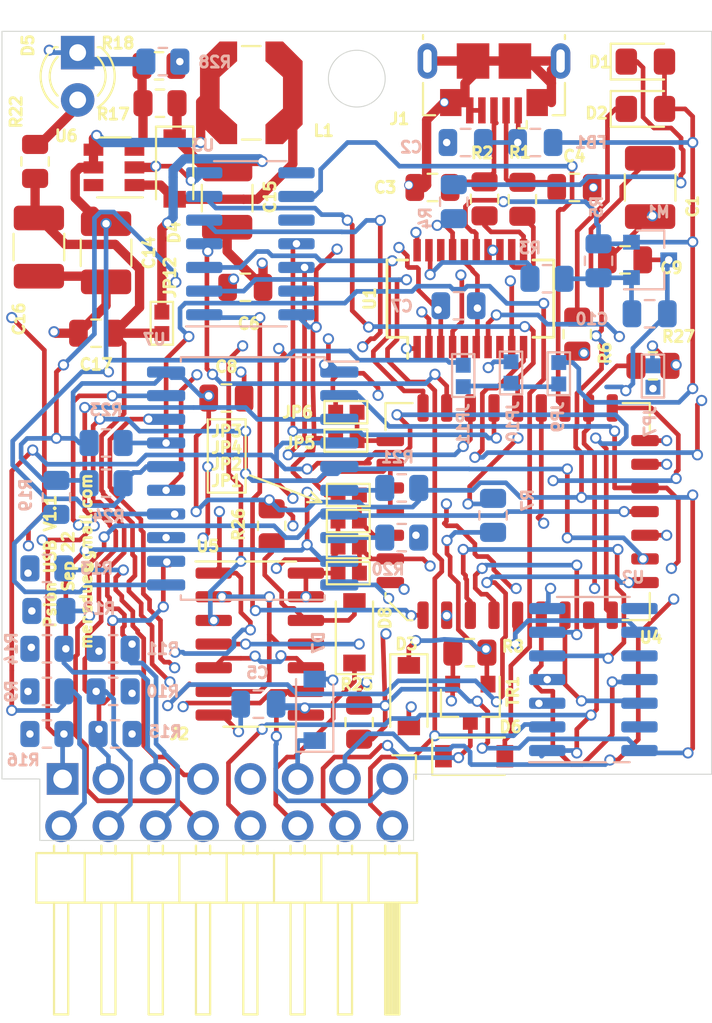
<source format=kicad_pcb>
(kicad_pcb (version 20171130) (host pcbnew 5.1.5+dfsg1-2build2)
  (layers (0 F.Cu signal) (1 In1.Cu signal hide) (2 In2.Cu signal) (31 B.Cu signal) (34 B.Paste user) (35 F.Paste user) (36 B.SilkS user) (37 F.SilkS user) (38 B.Mask user) (39 F.Mask user) (44 Edge.Cuts user))
  (net 0 "")
  (net 1 GND)
  (net 2 "Net-(C2-Pad1)")
  (net 3 "Net-(C3-Pad1)")
  (net 4 "Net-(C4-Pad1)")
  (net 5 +5V)
  (net 6 "Net-(C7-Pad1)")
  (net 7 +5V_SWITCHED)
  (net 8 "Net-(C10-Pad1)")
  (net 9 +5V_LOGIC)
  (net 10 +10V_PSION)
  (net 11 "Net-(D1-Pad1)")
  (net 12 "Net-(D2-Pad1)")
  (net 13 "Net-(D3-Pad1)")
  (net 14 "Net-(D4-Pad2)")
  (net 15 "Net-(C15-Pad1)")
  (net 16 "Net-(D5-Pad2)")
  (net 17 "Net-(D6-Pad2)")
  (net 18 AC)
  (net 19 VB)
  (net 20 "Net-(D8-Pad2)")
  (net 21 SS)
  (net 22 SMR)
  (net 23 SOE)
  (net 24 SCLK)
  (net 25 SD3)
  (net 26 SD4)
  (net 27 SD2)
  (net 28 SD5)
  (net 29 SD1)
  (net 30 SD6)
  (net 31 SD0)
  (net 32 SD7)
  (net 33 A15)
  (net 34 A16)
  (net 35 A17)
  (net 36 +5V_PSION)
  (net 37 "Net-(C14-Pad1)")
  (net 38 "Net-(R1-Pad1)")
  (net 39 "Net-(R2-Pad1)")
  (net 40 "Net-(R3-Pad1)")
  (net 41 "Net-(R4-Pad2)")
  (net 42 "Net-(R6-Pad2)")
  (net 43 DTR_DSR)
  (net 44 "Net-(R17-Pad2)")
  (net 45 "Net-(R18-Pad2)")
  (net 46 "Net-(R19-Pad2)")
  (net 47 "Net-(R20-Pad2)")
  (net 48 "Net-(R21-Pad2)")
  (net 49 CTS)
  (net 50 RXD)
  (net 51 ROMCE)
  (net 52 TXD)
  (net 53 RTS)
  (net 54 "Net-(U2-Pad12)")
  (net 55 "Net-(U2-Pad11)")
  (net 56 "Net-(U2-Pad9)")
  (net 57 "Net-(U2-Pad6)")
  (net 58 "Net-(U2-Pad5)")
  (net 59 "Net-(U2-Pad4)")
  (net 60 "Net-(U2-Pad3)")
  (net 61 "Net-(U3-Pad12)")
  (net 62 "Net-(U3-Pad11)")
  (net 63 "Net-(U3-Pad9)")
  (net 64 "Net-(U3-Pad6)")
  (net 65 "Net-(U3-Pad5)")
  (net 66 "Net-(U3-Pad4)")
  (net 67 "Net-(U3-Pad3)")
  (net 68 "Net-(U5-Pad11)")
  (net 69 "Net-(U5-Pad10)")
  (net 70 244_OE)
  (net 71 SVCC)
  (module psion_org_2:SolderJumper-2_P1.3mm_Open_Pad0.8x0.8mm (layer F.Cu) (at 196.469 352.171 180)
    (fp_text reference JP5 (at 2.413 -0.127) (layer F.SilkS) (effects (font (size 0.6 0.6))))
    (fp_text value Jumper_NO_Small)
    (pad 2 smd rect (at 0.5 0 180) (size 0.8 0.8) (layers F.Cu F.Mask) (net 9 +5V_LOGIC))
    (pad 1 smd rect (at -0.65 0 180) (size 0.8 0.8) (layers F.Cu F.Mask) (net 35 A17))
  )
  (module psion_org_2:SolderJumper-2_P1.3mm_Open_Pad0.8x0.8mm (layer F.Cu) (at 196.596 355.092 180)
    (fp_text reference JP3 (at 6.477 3.429) (layer F.SilkS) (effects (font (size 0.6 0.6))))
    (fp_text value Jumper_NO_Small)
    (pad 2 smd rect (at 0.5 0 180) (size 0.8 0.8) (layers F.Cu F.Mask) (net 9 +5V_LOGIC))
    (pad 1 smd rect (at -0.65 0 180) (size 0.8 0.8) (layers F.Cu F.Mask) (net 34 A16))
  )
  (module psion_org_2:SolderJumper-2_P1.3mm_Open_Pad0.8x0.8mm (layer F.Cu) (at 196.596 359.283 180)
    (fp_text reference JP1 (at 6.477 4.953) (layer F.SilkS) (effects (font (size 0.6 0.6))))
    (fp_text value Jumper_NO_Small)
    (pad 2 smd rect (at 0.5 0 180) (size 0.8 0.8) (layers F.Cu F.Mask) (net 9 +5V_LOGIC))
    (pad 1 smd rect (at -0.65 0 180) (size 0.8 0.8) (layers F.Cu F.Mask) (net 33 A15))
  )
  (module psion_org_2:SolderJumper-2_P1.3mm_Open_Pad0.8x0.8mm (layer F.Cu) (at 186.6392 345.9226 270)
    (fp_text reference JP12 (at -2.5146 -0.4318 90) (layer F.SilkS) (effects (font (size 0.6 0.6))))
    (fp_text value SolderJumper_2_Open)
    (pad 2 smd rect (at 0.5 0 270) (size 0.8 0.8) (layers F.Cu F.Mask) (net 10 +10V_PSION))
    (pad 1 smd rect (at -0.65 0 270) (size 0.8 0.8) (layers F.Cu F.Mask) (net 15 "Net-(C15-Pad1)"))
  )
  (module psion_org_2:SolderJumper-2_P1.3mm_Open_Pad0.8x0.8mm (layer B.Cu) (at 202.819 348.6254 90)
    (fp_text reference JP11 (at -2.6566 0 90) (layer B.SilkS) (effects (font (size 0.6 0.6)) (justify mirror)))
    (fp_text value Jumper_NO_Small)
    (pad 2 smd rect (at 0.5 0 90) (size 0.8 0.8) (layers B.Cu B.Mask) (net 37 "Net-(C14-Pad1)"))
    (pad 1 smd rect (at -0.65 0 90) (size 0.8 0.8) (layers B.Cu B.Mask) (net 36 +5V_PSION))
  )
  (module psion_org_2:SolderJumper-2_P1.3mm_Open_Pad0.8x0.8mm (layer B.Cu) (at 205.3844 348.5896 270)
    (fp_text reference JP10 (at 2.5654 -0.1016 90) (layer B.SilkS) (effects (font (size 0.6 0.6)) (justify mirror)))
    (fp_text value 5V_switched_to_Psion)
    (pad 2 smd rect (at 0.5 0 270) (size 0.8 0.8) (layers B.Cu B.Mask) (net 36 +5V_PSION))
    (pad 1 smd rect (at -0.65 0 270) (size 0.8 0.8) (layers B.Cu B.Mask) (net 7 +5V_SWITCHED))
  )
  (module psion_org_2:SolderJumper-2_P1.3mm_Open_Pad0.8x0.8mm (layer B.Cu) (at 207.9498 348.63 270)
    (fp_text reference JP9 (at 2.271 0.0508 90) (layer B.SilkS) (effects (font (size 0.6 0.6)) (justify mirror)))
    (fp_text value 5V_to_Psion)
    (pad 2 smd rect (at 0.5 0 270) (size 0.8 0.8) (layers B.Cu B.Mask) (net 36 +5V_PSION))
    (pad 1 smd rect (at -0.65 0 270) (size 0.8 0.8) (layers B.Cu B.Mask) (net 5 +5V))
  )
  (module psion_org_2:SolderJumper-2_P1.3mm_Open_Pad0.8x0.8mm (layer B.Cu) (at 213.0044 348.6554 90)
    (fp_text reference JP7 (at -2.4996 -0.1524 90) (layer B.SilkS) (effects (font (size 0.6 0.6)) (justify mirror)))
    (fp_text value 5V_to_logic)
    (pad 2 smd rect (at 0.5 0 90) (size 0.8 0.8) (layers B.Cu B.Mask) (net 9 +5V_LOGIC))
    (pad 1 smd rect (at -0.65 0 90) (size 0.8 0.8) (layers B.Cu B.Mask) (net 71 SVCC))
  )
  (module psion_org_2:SolderJumper-2_P1.3mm_Open_Pad0.8x0.8mm (layer F.Cu) (at 196.469 350.647 180)
    (fp_text reference JP6 (at 2.54 0) (layer F.SilkS) (effects (font (size 0.6 0.6))))
    (fp_text value Jumper_NO_Small)
    (pad 2 smd rect (at 0.5 0 180) (size 0.8 0.8) (layers F.Cu F.Mask) (net 1 GND))
    (pad 1 smd rect (at -0.65 0 180) (size 0.8 0.8) (layers F.Cu F.Mask) (net 35 A17))
  )
  (module psion_org_2:SolderJumper-2_P1.3mm_Open_Pad0.8x0.8mm (layer F.Cu) (at 196.596 356.489 180)
    (fp_text reference JP4 (at 6.477 3.937) (layer F.SilkS) (effects (font (size 0.6 0.6))))
    (fp_text value Jumper_NO_Small)
    (pad 2 smd rect (at 0.5 0 180) (size 0.8 0.8) (layers F.Cu F.Mask) (net 1 GND))
    (pad 1 smd rect (at -0.65 0 180) (size 0.8 0.8) (layers F.Cu F.Mask) (net 34 A16))
  )
  (module psion_org_2:SolderJumper-2_P1.3mm_Open_Pad0.8x0.8mm (layer F.Cu) (at 196.596 357.886 180)
    (fp_text reference JP2 (at 6.477 4.445) (layer F.SilkS) (effects (font (size 0.6 0.6))))
    (fp_text value Jumper_NO_Small)
    (pad 2 smd rect (at 0.5 0 180) (size 0.8 0.8) (layers F.Cu F.Mask) (net 1 GND))
    (pad 1 smd rect (at -0.65 0 180) (size 0.8 0.8) (layers F.Cu F.Mask) (net 33 A15))
  )
  (module Resistor_SMD:R_0805_2012Metric (layer B.Cu) (at 184.023 363.347 180)
    (fp_text reference R11 (at -2.667 0 180) (layer B.SilkS) (effects (font (size 0.6 0.6)) (justify mirror)))
    (fp_text value 47k)
    (pad 2 smd roundrect (at 0.9125 0 180) (size 1.025 1.4) (layers B.Cu B.Paste B.Mask) (roundrect_rratio 0.243902) (net 1 GND))
    (pad 1 smd roundrect (at -0.9125 0 180) (size 1.025 1.4) (layers B.Cu B.Paste B.Mask) (roundrect_rratio 0.243902) (net 27 SD2))
  )
  (module LED_THT:LED_D3.0mm (layer F.Cu) (at 182.118 331.343 270)
    (fp_text reference D5 (at -0.381 2.667 90) (layer F.SilkS) (effects (font (size 0.6 0.6))))
    (fp_text value LED)
    (pad 2 thru_hole circle (at 2.54 0 270) (size 1.8 1.8) (drill 0.9) (layers *.Cu *.Mask) (net 16 "Net-(D5-Pad2)"))
    (pad 1 thru_hole rect (at 0 0 270) (size 1.8 1.8) (drill 0.9) (layers *.Cu *.Mask) (net 1 GND))
  )
  (module Package_TO_SOT_SMD:SOT-23 (layer B.Cu) (at 212.852 342.4682)
    (fp_text reference M1 (at 0.4064 -2.5654 180) (layer B.SilkS) (effects (font (size 0.6 0.6)) (justify mirror)))
    (fp_text value P-CHANNEL-MOSFET)
    (pad 3 smd rect (at 1 0) (size 0.9 0.8) (layers B.Cu B.Paste B.Mask) (net 7 +5V_SWITCHED))
    (pad 2 smd rect (at -1 -0.95) (size 0.9 0.8) (layers B.Cu B.Paste B.Mask) (net 5 +5V))
    (pad 1 smd rect (at -1 0.95) (size 0.9 0.8) (layers B.Cu B.Paste B.Mask) (net 8 "Net-(C10-Pad1)"))
  )
  (module Capacitor_SMD:C_0805_2012Metric (layer B.Cu) (at 206.69 336.169 180)
    (fp_text reference FB1 (at -2.987 0) (layer B.SilkS) (effects (font (size 0.6 0.6)) (justify mirror)))
    (fp_text value "Laird Technologies Part # MI0805K400R-10")
    (pad 2 smd roundrect (at 0.95 0 180) (size 1 1.45) (layers B.Cu B.Paste B.Mask) (net 2 "Net-(C2-Pad1)"))
    (pad 1 smd roundrect (at -0.95 0 180) (size 1 1.45) (layers B.Cu B.Paste B.Mask) (net 5 +5V))
  )
  (module Capacitor_SMD:C_1210_3225Metric_Pad1.33x2.70mm_HandSolder (layer F.Cu) (at 180.0352 341.7824 270)
    (fp_text reference C16 (at 3.8608 1.0668 90) (layer F.SilkS) (effects (font (size 0.6 0.6))))
    (fp_text value 10uF)
    (pad 2 smd roundrect (at 1.5625 0 270) (size 1.325 2.7) (layers F.Cu F.Paste F.Mask) (roundrect_rratio 0.188679) (net 1 GND))
    (pad 1 smd roundrect (at -1.5625 0 270) (size 1.325 2.7) (layers F.Cu F.Paste F.Mask) (roundrect_rratio 0.188679) (net 10 +10V_PSION))
  )
  (module Capacitor_SMD:C_1210_3225Metric_Pad1.33x2.70mm_HandSolder (layer F.Cu) (at 190.1444 339.1539 270)
    (fp_text reference C15 (at -0.0639 -2.3 90) (layer F.SilkS) (effects (font (size 0.6 0.6))))
    (fp_text value 22uF)
    (pad 2 smd roundrect (at 1.5625 0 270) (size 1.325 2.7) (layers F.Cu F.Paste F.Mask) (roundrect_rratio 0.188679) (net 1 GND))
    (pad 1 smd roundrect (at -1.5625 0 270) (size 1.325 2.7) (layers F.Cu F.Paste F.Mask) (roundrect_rratio 0.188679) (net 15 "Net-(C15-Pad1)"))
  )
  (module Capacitor_SMD:C_1210_3225Metric_Pad1.33x2.70mm_HandSolder (layer F.Cu) (at 183.642 342.0872 270)
    (fp_text reference C14 (at 0 -2.3 90) (layer F.SilkS) (effects (font (size 0.6 0.6))))
    (fp_text value 22uF)
    (pad 2 smd roundrect (at 1.5625 0 270) (size 1.325 2.7) (layers F.Cu F.Paste F.Mask) (roundrect_rratio 0.188679) (net 1 GND))
    (pad 1 smd roundrect (at -1.5625 0 270) (size 1.325 2.7) (layers F.Cu F.Paste F.Mask) (roundrect_rratio 0.188679) (net 37 "Net-(C14-Pad1)"))
  )
  (module Capacitor_SMD:C_1210_3225Metric_Pad1.33x2.70mm_HandSolder (layer F.Cu) (at 212.852 338.582 270)
    (fp_text reference C1 (at 1.016 -2.286 90) (layer F.SilkS) (effects (font (size 0.6 0.6))))
    (fp_text value 4u7)
    (pad 2 smd roundrect (at 1.5625 0 270) (size 1.325 2.7) (layers F.Cu F.Paste F.Mask) (roundrect_rratio 0.188679) (net 1 GND))
    (pad 1 smd roundrect (at -1.5625 0 270) (size 1.325 2.7) (layers F.Cu F.Paste F.Mask) (roundrect_rratio 0.188679) (net 9 +5V_LOGIC))
  )
  (module Package_SO:SOIC-20W_7.5x12.8mm_P1.27mm (layer B.Cu) (at 191.516 354.203 180)
    (fp_text reference U7 (at 5.2832 7.4676 180) (layer B.SilkS) (effects (font (size 0.6 0.6)) (justify mirror)))
    (fp_text value 74HC244)
    (pad 20 smd roundrect (at 4.65 5.715 180) (size 2.05 0.6) (layers B.Cu B.Paste B.Mask) (net 9 +5V_LOGIC))
    (pad 19 smd roundrect (at 4.65 4.445 180) (size 2.05 0.6) (layers B.Cu B.Paste B.Mask) (net 70 244_OE))
    (pad 18 smd roundrect (at 4.65 3.175 180) (size 2.05 0.6) (layers B.Cu B.Paste B.Mask) (net 50 RXD))
    (pad 17 smd roundrect (at 4.65 1.905 180) (size 2.05 0.6) (layers B.Cu B.Paste B.Mask) (net 17 "Net-(D6-Pad2)"))
    (pad 16 smd roundrect (at 4.65 0.635 180) (size 2.05 0.6) (layers B.Cu B.Paste B.Mask) (net 49 CTS))
    (pad 15 smd roundrect (at 4.65 -0.635 180) (size 2.05 0.6) (layers B.Cu B.Paste B.Mask) (net 53 RTS))
    (pad 14 smd roundrect (at 4.65 -1.905 180) (size 2.05 0.6) (layers B.Cu B.Paste B.Mask) (net 32 SD7))
    (pad 13 smd roundrect (at 4.65 -3.175 180) (size 2.05 0.6) (layers B.Cu B.Paste B.Mask) (net 52 TXD))
    (pad 12 smd roundrect (at 4.65 -4.445 180) (size 2.05 0.6) (layers B.Cu B.Paste B.Mask) (net 30 SD6))
    (pad 11 smd roundrect (at 4.65 -5.715 180) (size 2.05 0.6) (layers B.Cu B.Paste B.Mask) (net 46 "Net-(R19-Pad2)"))
    (pad 10 smd roundrect (at -4.65 -5.715 180) (size 2.05 0.6) (layers B.Cu B.Paste B.Mask) (net 1 GND))
    (pad 9 smd roundrect (at -4.65 -4.445 180) (size 2.05 0.6) (layers B.Cu B.Paste B.Mask) (net 28 SD5))
    (pad 8 smd roundrect (at -4.65 -3.175 180) (size 2.05 0.6) (layers B.Cu B.Paste B.Mask) (net 47 "Net-(R20-Pad2)"))
    (pad 7 smd roundrect (at -4.65 -1.905 180) (size 2.05 0.6) (layers B.Cu B.Paste B.Mask) (net 25 SD3))
    (pad 6 smd roundrect (at -4.65 -0.635 180) (size 2.05 0.6) (layers B.Cu B.Paste B.Mask) (net 48 "Net-(R21-Pad2)"))
    (pad 5 smd roundrect (at -4.65 0.635 180) (size 2.05 0.6) (layers B.Cu B.Paste B.Mask) (net 27 SD2))
    (pad 4 smd roundrect (at -4.65 1.905 180) (size 2.05 0.6) (layers B.Cu B.Paste B.Mask) (net 31 SD0))
    (pad 3 smd roundrect (at -4.65 3.175 180) (size 2.05 0.6) (layers B.Cu B.Paste B.Mask) (net 29 SD1))
    (pad 2 smd roundrect (at -4.65 4.445 180) (size 2.05 0.6) (layers B.Cu B.Paste B.Mask) (net 26 SD4))
    (pad 1 smd roundrect (at -4.65 5.715 180) (size 2.05 0.6) (layers B.Cu B.Paste B.Mask) (net 70 244_OE))
  )
  (module Package_TO_SOT_SMD:SOT-23-6 (layer F.Cu) (at 184.066 337.505 180)
    (fp_text reference U6 (at 2.5576 1.6916) (layer F.SilkS) (effects (font (size 0.6 0.6))))
    (fp_text value Regulator_Switching_MT3608)
    (pad 5 smd rect (at 1.1 0 180) (size 1.06 0.65) (layers F.Cu F.Paste F.Mask) (net 37 "Net-(C14-Pad1)"))
    (pad 6 smd rect (at 1.1 -0.95 180) (size 1.06 0.65) (layers F.Cu F.Paste F.Mask))
    (pad 4 smd rect (at 1.1 0.95 180) (size 1.06 0.65) (layers F.Cu F.Paste F.Mask) (net 37 "Net-(C14-Pad1)"))
    (pad 3 smd rect (at -1.1 0.95 180) (size 1.06 0.65) (layers F.Cu F.Paste F.Mask) (net 44 "Net-(R17-Pad2)"))
    (pad 2 smd rect (at -1.1 0 180) (size 1.06 0.65) (layers F.Cu F.Paste F.Mask) (net 1 GND))
    (pad 1 smd rect (at -1.1 -0.95 180) (size 1.06 0.65) (layers F.Cu F.Paste F.Mask) (net 14 "Net-(D4-Pad2)"))
  )
  (module Package_SO:SOIC-14_3.9x8.7mm_P1.27mm (layer F.Cu) (at 191.897 363.093)
    (fp_text reference U5 (at -2.794 -5.2578) (layer F.SilkS) (effects (font (size 0.6 0.6))))
    (fp_text value 4011)
    (pad 14 smd roundrect (at 2.475 -3.81) (size 1.95 0.6) (layers F.Cu F.Paste F.Mask) (net 9 +5V_LOGIC))
    (pad 13 smd roundrect (at 2.475 -2.54) (size 1.95 0.6) (layers F.Cu F.Paste F.Mask) (net 9 +5V_LOGIC))
    (pad 12 smd roundrect (at 2.475 -1.27) (size 1.95 0.6) (layers F.Cu F.Paste F.Mask) (net 20 "Net-(D8-Pad2)"))
    (pad 11 smd roundrect (at 2.475 0) (size 1.95 0.6) (layers F.Cu F.Paste F.Mask) (net 68 "Net-(U5-Pad11)"))
    (pad 10 smd roundrect (at 2.475 1.27) (size 1.95 0.6) (layers F.Cu F.Paste F.Mask) (net 69 "Net-(U5-Pad10)"))
    (pad 9 smd roundrect (at 2.475 2.54) (size 1.95 0.6) (layers F.Cu F.Paste F.Mask) (net 23 SOE))
    (pad 8 smd roundrect (at 2.475 3.81) (size 1.95 0.6) (layers F.Cu F.Paste F.Mask) (net 9 +5V_LOGIC))
    (pad 7 smd roundrect (at -2.475 3.81) (size 1.95 0.6) (layers F.Cu F.Paste F.Mask) (net 1 GND))
    (pad 6 smd roundrect (at -2.475 2.54) (size 1.95 0.6) (layers F.Cu F.Paste F.Mask) (net 68 "Net-(U5-Pad11)"))
    (pad 5 smd roundrect (at -2.475 1.27) (size 1.95 0.6) (layers F.Cu F.Paste F.Mask) (net 69 "Net-(U5-Pad10)"))
    (pad 4 smd roundrect (at -2.475 0) (size 1.95 0.6) (layers F.Cu F.Paste F.Mask) (net 51 ROMCE))
    (pad 3 smd roundrect (at -2.475 -1.27) (size 1.95 0.6) (layers F.Cu F.Paste F.Mask) (net 70 244_OE))
    (pad 2 smd roundrect (at -2.475 -2.54) (size 1.95 0.6) (layers F.Cu F.Paste F.Mask) (net 68 "Net-(U5-Pad11)"))
    (pad 1 smd roundrect (at -2.475 -3.81) (size 1.95 0.6) (layers F.Cu F.Paste F.Mask) (net 23 SOE))
  )
  (module Package_LCC:PLCC-32_11.4x14.0mm_P1.27mm (layer F.Cu) (at 205.74 355.981 90)
    (fp_text reference U4 (at -6.7564 7.1628 180) (layer F.SilkS) (effects (font (size 0.6 0.6))))
    (fp_text value SST39SF020)
    (pad 32 smd roundrect (at 1.27 -6.8375 90) (size 0.6 1.475) (layers F.Cu F.Paste F.Mask) (net 9 +5V_LOGIC))
    (pad 31 smd roundrect (at 2.54 -6.8375 90) (size 0.6 1.475) (layers F.Cu F.Paste F.Mask) (net 9 +5V_LOGIC))
    (pad 30 smd roundrect (at 3.81 -6.8375 90) (size 0.6 1.475) (layers F.Cu F.Paste F.Mask) (net 35 A17))
    (pad 29 smd roundrect (at 5.5625 -5.08 90) (size 1.475 0.6) (layers F.Cu F.Paste F.Mask) (net 67 "Net-(U3-Pad3)"))
    (pad 28 smd roundrect (at 5.5625 -3.81 90) (size 1.475 0.6) (layers F.Cu F.Paste F.Mask) (net 66 "Net-(U3-Pad4)"))
    (pad 27 smd roundrect (at 5.5625 -2.54 90) (size 1.475 0.6) (layers F.Cu F.Paste F.Mask) (net 61 "Net-(U3-Pad12)"))
    (pad 26 smd roundrect (at 5.5625 -1.27 90) (size 1.475 0.6) (layers F.Cu F.Paste F.Mask) (net 62 "Net-(U3-Pad11)"))
    (pad 25 smd roundrect (at 5.5625 0 90) (size 1.475 0.6) (layers F.Cu F.Paste F.Mask) (net 64 "Net-(U3-Pad6)"))
    (pad 24 smd roundrect (at 5.5625 1.27 90) (size 1.475 0.6) (layers F.Cu F.Paste F.Mask) (net 23 SOE))
    (pad 23 smd roundrect (at 5.5625 2.54 90) (size 1.475 0.6) (layers F.Cu F.Paste F.Mask) (net 63 "Net-(U3-Pad9)"))
    (pad 22 smd roundrect (at 5.5625 3.81 90) (size 1.475 0.6) (layers F.Cu F.Paste F.Mask) (net 51 ROMCE))
    (pad 21 smd roundrect (at 5.5625 5.08 90) (size 1.475 0.6) (layers F.Cu F.Paste F.Mask) (net 32 SD7))
    (pad 20 smd roundrect (at 3.81 6.8375 90) (size 0.6 1.475) (layers F.Cu F.Paste F.Mask) (net 30 SD6))
    (pad 19 smd roundrect (at 2.54 6.8375 90) (size 0.6 1.475) (layers F.Cu F.Paste F.Mask) (net 28 SD5))
    (pad 18 smd roundrect (at 1.27 6.8375 90) (size 0.6 1.475) (layers F.Cu F.Paste F.Mask) (net 26 SD4))
    (pad 17 smd roundrect (at 0 6.8375 90) (size 0.6 1.475) (layers F.Cu F.Paste F.Mask) (net 25 SD3))
    (pad 16 smd roundrect (at -1.27 6.8375 90) (size 0.6 1.475) (layers F.Cu F.Paste F.Mask) (net 1 GND))
    (pad 15 smd roundrect (at -2.54 6.8375 90) (size 0.6 1.475) (layers F.Cu F.Paste F.Mask) (net 27 SD2))
    (pad 14 smd roundrect (at -3.81 6.8375 90) (size 0.6 1.475) (layers F.Cu F.Paste F.Mask) (net 29 SD1))
    (pad 13 smd roundrect (at -5.5625 5.08 90) (size 1.475 0.6) (layers F.Cu F.Paste F.Mask) (net 31 SD0))
    (pad 12 smd roundrect (at -5.5625 3.81 90) (size 1.475 0.6) (layers F.Cu F.Paste F.Mask) (net 24 SCLK))
    (pad 11 smd roundrect (at -5.5625 2.54 90) (size 1.475 0.6) (layers F.Cu F.Paste F.Mask) (net 54 "Net-(U2-Pad12)"))
    (pad 10 smd roundrect (at -5.5625 1.27 90) (size 1.475 0.6) (layers F.Cu F.Paste F.Mask) (net 55 "Net-(U2-Pad11)"))
    (pad 9 smd roundrect (at -5.5625 0 90) (size 1.475 0.6) (layers F.Cu F.Paste F.Mask) (net 56 "Net-(U2-Pad9)"))
    (pad 8 smd roundrect (at -5.5625 -1.27 90) (size 1.475 0.6) (layers F.Cu F.Paste F.Mask) (net 57 "Net-(U2-Pad6)"))
    (pad 7 smd roundrect (at -5.5625 -2.54 90) (size 1.475 0.6) (layers F.Cu F.Paste F.Mask) (net 58 "Net-(U2-Pad5)"))
    (pad 6 smd roundrect (at -5.5625 -3.81 90) (size 1.475 0.6) (layers F.Cu F.Paste F.Mask) (net 59 "Net-(U2-Pad4)"))
    (pad 5 smd roundrect (at -5.5625 -5.08 90) (size 1.475 0.6) (layers F.Cu F.Paste F.Mask) (net 60 "Net-(U2-Pad3)"))
    (pad 4 smd roundrect (at -3.81 -6.8375 90) (size 0.6 1.475) (layers F.Cu F.Paste F.Mask) (net 65 "Net-(U3-Pad5)"))
    (pad 3 smd roundrect (at -2.54 -6.8375 90) (size 0.6 1.475) (layers F.Cu F.Paste F.Mask) (net 33 A15))
    (pad 2 smd roundrect (at -1.27 -6.8375 90) (size 0.6 1.475) (layers F.Cu F.Paste F.Mask) (net 34 A16))
    (pad 1 smd roundrect (at 0 -6.8375 90) (size 0.6 1.475) (layers F.Cu F.Paste F.Mask) (net 9 +5V_LOGIC))
  )
  (module Package_SO:SOIC-14_3.9x8.7mm_P1.27mm (layer B.Cu) (at 191.389 341.6046)
    (fp_text reference U3 (at -2.54 -5.2832 180) (layer B.SilkS) (effects (font (size 0.6 0.6)) (justify mirror)))
    (fp_text value 4024)
    (pad 14 smd roundrect (at 2.475 3.81) (size 1.95 0.6) (layers B.Cu B.Paste B.Mask) (net 9 +5V_LOGIC))
    (pad 13 smd roundrect (at 2.475 2.54) (size 1.95 0.6) (layers B.Cu B.Paste B.Mask))
    (pad 12 smd roundrect (at 2.475 1.27) (size 1.95 0.6) (layers B.Cu B.Paste B.Mask) (net 61 "Net-(U3-Pad12)"))
    (pad 11 smd roundrect (at 2.475 0) (size 1.95 0.6) (layers B.Cu B.Paste B.Mask) (net 62 "Net-(U3-Pad11)"))
    (pad 10 smd roundrect (at 2.475 -1.27) (size 1.95 0.6) (layers B.Cu B.Paste B.Mask))
    (pad 9 smd roundrect (at 2.475 -2.54) (size 1.95 0.6) (layers B.Cu B.Paste B.Mask) (net 63 "Net-(U3-Pad9)"))
    (pad 8 smd roundrect (at 2.475 -3.81) (size 1.95 0.6) (layers B.Cu B.Paste B.Mask))
    (pad 7 smd roundrect (at -2.475 -3.81) (size 1.95 0.6) (layers B.Cu B.Paste B.Mask) (net 1 GND))
    (pad 6 smd roundrect (at -2.475 -2.54) (size 1.95 0.6) (layers B.Cu B.Paste B.Mask) (net 64 "Net-(U3-Pad6)"))
    (pad 5 smd roundrect (at -2.475 -1.27) (size 1.95 0.6) (layers B.Cu B.Paste B.Mask) (net 65 "Net-(U3-Pad5)"))
    (pad 4 smd roundrect (at -2.475 0) (size 1.95 0.6) (layers B.Cu B.Paste B.Mask) (net 66 "Net-(U3-Pad4)"))
    (pad 3 smd roundrect (at -2.475 1.27) (size 1.95 0.6) (layers B.Cu B.Paste B.Mask) (net 67 "Net-(U3-Pad3)"))
    (pad 2 smd roundrect (at -2.475 2.54) (size 1.95 0.6) (layers B.Cu B.Paste B.Mask) (net 22 SMR))
    (pad 1 smd roundrect (at -2.475 3.81) (size 1.95 0.6) (layers B.Cu B.Paste B.Mask) (net 60 "Net-(U2-Pad3)"))
  )
  (module Package_SO:SOIC-14_3.9x8.7mm_P1.27mm (layer B.Cu) (at 209.804 364.998)
    (fp_text reference U2 (at 2.1336 -5.4864 180) (layer B.SilkS) (effects (font (size 0.6 0.6)) (justify mirror)))
    (fp_text value 4024)
    (pad 14 smd roundrect (at 2.475 3.81) (size 1.95 0.6) (layers B.Cu B.Paste B.Mask) (net 9 +5V_LOGIC))
    (pad 13 smd roundrect (at 2.475 2.54) (size 1.95 0.6) (layers B.Cu B.Paste B.Mask))
    (pad 12 smd roundrect (at 2.475 1.27) (size 1.95 0.6) (layers B.Cu B.Paste B.Mask) (net 54 "Net-(U2-Pad12)"))
    (pad 11 smd roundrect (at 2.475 0) (size 1.95 0.6) (layers B.Cu B.Paste B.Mask) (net 55 "Net-(U2-Pad11)"))
    (pad 10 smd roundrect (at 2.475 -1.27) (size 1.95 0.6) (layers B.Cu B.Paste B.Mask))
    (pad 9 smd roundrect (at 2.475 -2.54) (size 1.95 0.6) (layers B.Cu B.Paste B.Mask) (net 56 "Net-(U2-Pad9)"))
    (pad 8 smd roundrect (at 2.475 -3.81) (size 1.95 0.6) (layers B.Cu B.Paste B.Mask))
    (pad 7 smd roundrect (at -2.475 -3.81) (size 1.95 0.6) (layers B.Cu B.Paste B.Mask) (net 1 GND))
    (pad 6 smd roundrect (at -2.475 -2.54) (size 1.95 0.6) (layers B.Cu B.Paste B.Mask) (net 57 "Net-(U2-Pad6)"))
    (pad 5 smd roundrect (at -2.475 -1.27) (size 1.95 0.6) (layers B.Cu B.Paste B.Mask) (net 58 "Net-(U2-Pad5)"))
    (pad 4 smd roundrect (at -2.475 0) (size 1.95 0.6) (layers B.Cu B.Paste B.Mask) (net 59 "Net-(U2-Pad4)"))
    (pad 3 smd roundrect (at -2.475 1.27) (size 1.95 0.6) (layers B.Cu B.Paste B.Mask) (net 60 "Net-(U2-Pad3)"))
    (pad 2 smd roundrect (at -2.475 2.54) (size 1.95 0.6) (layers B.Cu B.Paste B.Mask) (net 22 SMR))
    (pad 1 smd roundrect (at -2.475 3.81) (size 1.95 0.6) (layers B.Cu B.Paste B.Mask) (net 24 SCLK))
  )
  (module Package_SO:SSOP-20_3.9x8.7mm_P0.635mm (layer F.Cu) (at 203.2 344.551 90)
    (fp_text reference U1 (at 0 -5.4 90) (layer F.SilkS) (effects (font (size 0.6 0.6))))
    (fp_text value FT231XS)
    (pad 20 smd rect (at 2.6 -2.8575 90) (size 1.2 0.4) (layers F.Cu F.Paste F.Mask) (net 52 TXD))
    (pad 19 smd rect (at 2.6 -2.2225 90) (size 1.2 0.4) (layers F.Cu F.Paste F.Mask) (net 40 "Net-(R3-Pad1)"))
    (pad 18 smd rect (at 2.6 -1.5875 90) (size 1.2 0.4) (layers F.Cu F.Paste F.Mask))
    (pad 17 smd rect (at 2.6 -0.9525 90) (size 1.2 0.4) (layers F.Cu F.Paste F.Mask) (net 41 "Net-(R4-Pad2)"))
    (pad 16 smd rect (at 2.6 -0.3175 90) (size 1.2 0.4) (layers F.Cu F.Paste F.Mask) (net 1 GND))
    (pad 15 smd rect (at 2.6 0.3175 90) (size 1.2 0.4) (layers F.Cu F.Paste F.Mask) (net 5 +5V))
    (pad 14 smd rect (at 2.6 0.9525 90) (size 1.2 0.4) (layers F.Cu F.Paste F.Mask) (net 6 "Net-(C7-Pad1)"))
    (pad 13 smd rect (at 2.6 1.5875 90) (size 1.2 0.4) (layers F.Cu F.Paste F.Mask) (net 6 "Net-(C7-Pad1)"))
    (pad 12 smd rect (at 2.6 2.2225 90) (size 1.2 0.4) (layers F.Cu F.Paste F.Mask) (net 38 "Net-(R1-Pad1)"))
    (pad 11 smd rect (at 2.6 2.8575 90) (size 1.2 0.4) (layers F.Cu F.Paste F.Mask) (net 39 "Net-(R2-Pad1)"))
    (pad 10 smd rect (at -2.6 2.8575 90) (size 1.2 0.4) (layers F.Cu F.Paste F.Mask) (net 42 "Net-(R6-Pad2)"))
    (pad 9 smd rect (at -2.6 2.2225 90) (size 1.2 0.4) (layers F.Cu F.Paste F.Mask) (net 49 CTS))
    (pad 8 smd rect (at -2.6 1.5875 90) (size 1.2 0.4) (layers F.Cu F.Paste F.Mask))
    (pad 7 smd rect (at -2.6 0.9525 90) (size 1.2 0.4) (layers F.Cu F.Paste F.Mask) (net 43 DTR_DSR))
    (pad 6 smd rect (at -2.6 0.3175 90) (size 1.2 0.4) (layers F.Cu F.Paste F.Mask) (net 1 GND))
    (pad 5 smd rect (at -2.6 -0.3175 90) (size 1.2 0.4) (layers F.Cu F.Paste F.Mask))
    (pad 4 smd rect (at -2.6 -0.9525 90) (size 1.2 0.4) (layers F.Cu F.Paste F.Mask) (net 50 RXD))
    (pad 3 smd rect (at -2.6 -1.5875 90) (size 1.2 0.4) (layers F.Cu F.Paste F.Mask) (net 6 "Net-(C7-Pad1)"))
    (pad 2 smd rect (at -2.6 -2.2225 90) (size 1.2 0.4) (layers F.Cu F.Paste F.Mask) (net 53 RTS))
    (pad 1 smd rect (at -2.6 -2.8575 90) (size 1.2 0.4) (layers F.Cu F.Paste F.Mask) (net 43 DTR_DSR))
  )
  (module Package_TO_SOT_SMD:SOT-23 (layer F.Cu) (at 203.2 366.2426 270)
    (fp_text reference TR1 (at -0.6096 -2.286 90) (layer F.SilkS) (effects (font (size 0.6 0.6))))
    (fp_text value Si2302CDS-n-channel)
    (pad 3 smd rect (at 1 0 270) (size 0.9 0.8) (layers F.Cu F.Paste F.Mask) (net 18 AC))
    (pad 2 smd rect (at -1 0.95 270) (size 0.9 0.8) (layers F.Cu F.Paste F.Mask) (net 1 GND))
    (pad 1 smd rect (at -1 -0.95 270) (size 0.9 0.8) (layers F.Cu F.Paste F.Mask) (net 13 "Net-(D3-Pad1)"))
  )
  (module Resistor_SMD:R_0805_2012Metric (layer B.Cu) (at 186.69 331.8256 180)
    (fp_text reference R28 (at -2.794 -0.0254) (layer B.SilkS) (effects (font (size 0.6 0.6)) (justify mirror)))
    (fp_text value 1k)
    (pad 2 smd roundrect (at 0.9125 0 180) (size 1.025 1.4) (layers B.Cu B.Paste B.Mask) (roundrect_rratio 0.243902) (net 1 GND))
    (pad 1 smd roundrect (at -0.9125 0 180) (size 1.025 1.4) (layers B.Cu B.Paste B.Mask) (roundrect_rratio 0.243902) (net 45 "Net-(R18-Pad2)"))
  )
  (module Resistor_SMD:R_0805_2012Metric (layer F.Cu) (at 213.0044 348.1578 180)
    (fp_text reference R27 (at -1.3716 1.5748) (layer F.SilkS) (effects (font (size 0.6 0.6))))
    (fp_text value 47k)
    (pad 2 smd roundrect (at 0.9125 0 180) (size 1.025 1.4) (layers F.Cu F.Paste F.Mask) (roundrect_rratio 0.243902) (net 51 ROMCE))
    (pad 1 smd roundrect (at -0.9125 0 180) (size 1.025 1.4) (layers F.Cu F.Paste F.Mask) (roundrect_rratio 0.243902) (net 9 +5V_LOGIC))
  )
  (module Resistor_SMD:R_0805_2012Metric (layer F.Cu) (at 192.532 356.743 270)
    (fp_text reference R26 (at -0.0762 1.778 90) (layer F.SilkS) (effects (font (size 0.6 0.6))))
    (fp_text value 4k7)
    (pad 2 smd roundrect (at 0.9125 0 270) (size 1.025 1.4) (layers F.Cu F.Paste F.Mask) (roundrect_rratio 0.243902) (net 20 "Net-(D8-Pad2)"))
    (pad 1 smd roundrect (at -0.9125 0 270) (size 1.025 1.4) (layers F.Cu F.Paste F.Mask) (roundrect_rratio 0.243902) (net 9 +5V_LOGIC))
  )
  (module Resistor_SMD:R_0805_2012Metric (layer F.Cu) (at 197.231 367.284 90)
    (fp_text reference R25 (at 2.032 -0.127 180) (layer F.SilkS) (effects (font (size 0.6 0.6))))
    (fp_text value 4k7)
    (pad 2 smd roundrect (at 0.9125 0 90) (size 1.025 1.4) (layers F.Cu F.Paste F.Mask) (roundrect_rratio 0.243902) (net 50 RXD))
    (pad 1 smd roundrect (at -0.9125 0 90) (size 1.025 1.4) (layers F.Cu F.Paste F.Mask) (roundrect_rratio 0.243902) (net 9 +5V_LOGIC))
  )
  (module Resistor_SMD:R_0805_2012Metric (layer B.Cu) (at 183.642 354.457)
    (fp_text reference R24 (at 0.127 1.778) (layer B.SilkS) (effects (font (size 0.6 0.6)) (justify mirror)))
    (fp_text value 4k7)
    (pad 2 smd roundrect (at 0.9125 0) (size 1.025 1.4) (layers B.Cu B.Paste B.Mask) (roundrect_rratio 0.243902) (net 49 CTS))
    (pad 1 smd roundrect (at -0.9125 0) (size 1.025 1.4) (layers B.Cu B.Paste B.Mask) (roundrect_rratio 0.243902) (net 9 +5V_LOGIC))
  )
  (module Resistor_SMD:R_0805_2012Metric (layer B.Cu) (at 183.642 352.298)
    (fp_text reference R23 (at 0 -1.778) (layer B.SilkS) (effects (font (size 0.6 0.6)) (justify mirror)))
    (fp_text value 47k)
    (pad 2 smd roundrect (at 0.9125 0) (size 1.025 1.4) (layers B.Cu B.Paste B.Mask) (roundrect_rratio 0.243902) (net 17 "Net-(D6-Pad2)"))
    (pad 1 smd roundrect (at -0.9125 0) (size 1.025 1.4) (layers B.Cu B.Paste B.Mask) (roundrect_rratio 0.243902) (net 9 +5V_LOGIC))
  )
  (module Resistor_SMD:R_0805_2012Metric (layer F.Cu) (at 179.832 337.185 90)
    (fp_text reference R22 (at 2.667 -1.016 90) (layer F.SilkS) (effects (font (size 0.6 0.6))))
    (fp_text value 1k8)
    (pad 2 smd roundrect (at 0.9125 0 90) (size 1.025 1.4) (layers F.Cu F.Paste F.Mask) (roundrect_rratio 0.243902) (net 16 "Net-(D5-Pad2)"))
    (pad 1 smd roundrect (at -0.9125 0 90) (size 1.025 1.4) (layers F.Cu F.Paste F.Mask) (roundrect_rratio 0.243902) (net 10 +10V_PSION))
  )
  (module Resistor_SMD:R_0805_2012Metric (layer B.Cu) (at 199.517 354.711 180)
    (fp_text reference R21 (at 0.2286 1.651) (layer B.SilkS) (effects (font (size 0.6 0.6)) (justify mirror)))
    (fp_text value 4k7)
    (pad 2 smd roundrect (at 0.9125 0 180) (size 1.025 1.4) (layers B.Cu B.Paste B.Mask) (roundrect_rratio 0.243902) (net 48 "Net-(R21-Pad2)"))
    (pad 1 smd roundrect (at -0.9125 0 180) (size 1.025 1.4) (layers B.Cu B.Paste B.Mask) (roundrect_rratio 0.243902) (net 9 +5V_LOGIC))
  )
  (module Resistor_SMD:R_0805_2012Metric (layer B.Cu) (at 199.517 357.378 180)
    (fp_text reference R20 (at 0.7366 -1.7018) (layer B.SilkS) (effects (font (size 0.6 0.6)) (justify mirror)))
    (fp_text value 4k7)
    (pad 2 smd roundrect (at 0.9125 0 180) (size 1.025 1.4) (layers B.Cu B.Paste B.Mask) (roundrect_rratio 0.243902) (net 47 "Net-(R20-Pad2)"))
    (pad 1 smd roundrect (at -0.9125 0 180) (size 1.025 1.4) (layers B.Cu B.Paste B.Mask) (roundrect_rratio 0.243902) (net 9 +5V_LOGIC))
  )
  (module Resistor_SMD:R_0805_2012Metric (layer B.Cu) (at 180.975 355.219 270)
    (fp_text reference R19 (at -0.127 1.651 90) (layer B.SilkS) (effects (font (size 0.6 0.6)) (justify mirror)))
    (fp_text value 4k7)
    (pad 2 smd roundrect (at 0.9125 0 270) (size 1.025 1.4) (layers B.Cu B.Paste B.Mask) (roundrect_rratio 0.243902) (net 46 "Net-(R19-Pad2)"))
    (pad 1 smd roundrect (at -0.9125 0 270) (size 1.025 1.4) (layers B.Cu B.Paste B.Mask) (roundrect_rratio 0.243902) (net 9 +5V_LOGIC))
  )
  (module Resistor_SMD:R_0805_2012Metric (layer F.Cu) (at 186.4868 332.0542)
    (fp_text reference R18 (at -2.2098 -1.2192) (layer F.SilkS) (effects (font (size 0.6 0.6))))
    (fp_text value 5k)
    (pad 2 smd roundrect (at 0.9125 0) (size 1.025 1.4) (layers F.Cu F.Paste F.Mask) (roundrect_rratio 0.243902) (net 45 "Net-(R18-Pad2)"))
    (pad 1 smd roundrect (at -0.9125 0) (size 1.025 1.4) (layers F.Cu F.Paste F.Mask) (roundrect_rratio 0.243902) (net 44 "Net-(R17-Pad2)"))
  )
  (module Resistor_SMD:R_0805_2012Metric (layer F.Cu) (at 186.5376 334.0608 180)
    (fp_text reference R17 (at 2.5146 -0.5842) (layer F.SilkS) (effects (font (size 0.6 0.6))))
    (fp_text value 100k)
    (pad 2 smd roundrect (at 0.9125 0 180) (size 1.025 1.4) (layers F.Cu F.Paste F.Mask) (roundrect_rratio 0.243902) (net 44 "Net-(R17-Pad2)"))
    (pad 1 smd roundrect (at -0.9125 0 180) (size 1.025 1.4) (layers F.Cu F.Paste F.Mask) (roundrect_rratio 0.243902) (net 15 "Net-(C15-Pad1)"))
  )
  (module Resistor_SMD:R_0805_2012Metric (layer B.Cu) (at 180.467 367.919 180)
    (fp_text reference R16 (at 1.27 -1.397 180) (layer B.SilkS) (effects (font (size 0.6 0.6)) (justify mirror)))
    (fp_text value 47k)
    (pad 2 smd roundrect (at 0.9125 0 180) (size 1.025 1.4) (layers B.Cu B.Paste B.Mask) (roundrect_rratio 0.243902) (net 1 GND))
    (pad 1 smd roundrect (at -0.9125 0 180) (size 1.025 1.4) (layers B.Cu B.Paste B.Mask) (roundrect_rratio 0.243902) (net 32 SD7))
  )
  (module Resistor_SMD:R_0805_2012Metric (layer B.Cu) (at 184.1265 367.919)
    (fp_text reference R15 (at 2.6905 -0.127 180) (layer B.SilkS) (effects (font (size 0.6 0.6)) (justify mirror)))
    (fp_text value 47k)
    (pad 2 smd roundrect (at 0.9125 0) (size 1.025 1.4) (layers B.Cu B.Paste B.Mask) (roundrect_rratio 0.243902) (net 1 GND))
    (pad 1 smd roundrect (at -0.9125 0) (size 1.025 1.4) (layers B.Cu B.Paste B.Mask) (roundrect_rratio 0.243902) (net 30 SD6))
  )
  (module Resistor_SMD:R_0805_2012Metric (layer B.Cu) (at 180.467 363.347 180)
    (fp_text reference R14 (at 1.905 0 90) (layer B.SilkS) (effects (font (size 0.6 0.6)) (justify mirror)))
    (fp_text value 47k)
    (pad 2 smd roundrect (at 0.9125 0 180) (size 1.025 1.4) (layers B.Cu B.Paste B.Mask) (roundrect_rratio 0.243902) (net 1 GND))
    (pad 1 smd roundrect (at -0.9125 0 180) (size 1.025 1.4) (layers B.Cu B.Paste B.Mask) (roundrect_rratio 0.243902) (net 28 SD5))
  )
  (module Resistor_SMD:R_0805_2012Metric (layer B.Cu) (at 180.467 359.029 180)
    (fp_text reference R13 (at -2.667 0 180) (layer B.SilkS) (effects (font (size 0.6 0.6)) (justify mirror)))
    (fp_text value 47k)
    (pad 2 smd roundrect (at 0.9125 0 180) (size 1.025 1.4) (layers B.Cu B.Paste B.Mask) (roundrect_rratio 0.243902) (net 1 GND))
    (pad 1 smd roundrect (at -0.9125 0 180) (size 1.025 1.4) (layers B.Cu B.Paste B.Mask) (roundrect_rratio 0.243902) (net 26 SD4))
  )
  (module Resistor_SMD:R_0805_2012Metric (layer B.Cu) (at 180.5705 361.315 180)
    (fp_text reference R12 (at -2.6905 0.127 180) (layer B.SilkS) (effects (font (size 0.6 0.6)) (justify mirror)))
    (fp_text value 47k)
    (pad 2 smd roundrect (at 0.9125 0 180) (size 1.025 1.4) (layers B.Cu B.Paste B.Mask) (roundrect_rratio 0.243902) (net 1 GND))
    (pad 1 smd roundrect (at -0.9125 0 180) (size 1.025 1.4) (layers B.Cu B.Paste B.Mask) (roundrect_rratio 0.243902) (net 25 SD3))
  )
  (module Resistor_SMD:R_0805_2012Metric (layer B.Cu) (at 184.023 365.633)
    (fp_text reference R10 (at 2.667 0) (layer B.SilkS) (effects (font (size 0.6 0.6)) (justify mirror)))
    (fp_text value 47k)
    (pad 2 smd roundrect (at 0.9125 0) (size 1.025 1.4) (layers B.Cu B.Paste B.Mask) (roundrect_rratio 0.243902) (net 1 GND))
    (pad 1 smd roundrect (at -0.9125 0) (size 1.025 1.4) (layers B.Cu B.Paste B.Mask) (roundrect_rratio 0.243902) (net 29 SD1))
  )
  (module Resistor_SMD:R_0805_2012Metric (layer B.Cu) (at 180.467 365.633 180)
    (fp_text reference R9 (at 1.905 0 270) (layer B.SilkS) (effects (font (size 0.6 0.6)) (justify mirror)))
    (fp_text value 47k)
    (pad 2 smd roundrect (at 0.9125 0 180) (size 1.025 1.4) (layers B.Cu B.Paste B.Mask) (roundrect_rratio 0.243902) (net 1 GND))
    (pad 1 smd roundrect (at -0.9125 0 180) (size 1.025 1.4) (layers B.Cu B.Paste B.Mask) (roundrect_rratio 0.243902) (net 31 SD0))
  )
  (module Resistor_SMD:R_0805_2012Metric (layer F.Cu) (at 203.1746 363.5502)
    (fp_text reference R8 (at 2.3114 -0.3302) (layer F.SilkS) (effects (font (size 0.6 0.6))))
    (fp_text value 1k)
    (pad 2 smd roundrect (at 0.9125 0) (size 1.025 1.4) (layers F.Cu F.Paste F.Mask) (roundrect_rratio 0.243902) (net 13 "Net-(D3-Pad1)"))
    (pad 1 smd roundrect (at -0.9125 0) (size 1.025 1.4) (layers F.Cu F.Paste F.Mask) (roundrect_rratio 0.243902) (net 1 GND))
  )
  (module Resistor_SMD:R_0805_2012Metric (layer B.Cu) (at 204.4192 356.1842 90)
    (fp_text reference R7 (at 0.8128 1.8542 90) (layer B.SilkS) (effects (font (size 0.6 0.6)) (justify mirror)))
    (fp_text value 4k7)
    (pad 2 smd roundrect (at 0.9125 0 90) (size 1.025 1.4) (layers B.Cu B.Paste B.Mask) (roundrect_rratio 0.243902) (net 43 DTR_DSR))
    (pad 1 smd roundrect (at -0.9125 0 90) (size 1.025 1.4) (layers B.Cu B.Paste B.Mask) (roundrect_rratio 0.243902) (net 13 "Net-(D3-Pad1)"))
  )
  (module Resistor_SMD:R_0805_2012Metric (layer F.Cu) (at 208.9404 346.456 270)
    (fp_text reference R6 (at 1.016 -1.4986 90) (layer F.SilkS) (effects (font (size 0.6 0.6))))
    (fp_text value 470R)
    (pad 2 smd roundrect (at 0.9125 0 270) (size 1.025 1.4) (layers F.Cu F.Paste F.Mask) (roundrect_rratio 0.243902) (net 42 "Net-(R6-Pad2)"))
    (pad 1 smd roundrect (at -0.9125 0 270) (size 1.025 1.4) (layers F.Cu F.Paste F.Mask) (roundrect_rratio 0.243902) (net 12 "Net-(D2-Pad1)"))
  )
  (module Resistor_SMD:R_0805_2012Metric (layer B.Cu) (at 210.0834 342.519 270)
    (fp_text reference R5 (at -2.8956 0.1016 90) (layer B.SilkS) (effects (font (size 0.6 0.6)) (justify mirror)))
    (fp_text value 10k)
    (pad 2 smd roundrect (at 0.9125 0 270) (size 1.025 1.4) (layers B.Cu B.Paste B.Mask) (roundrect_rratio 0.243902) (net 8 "Net-(C10-Pad1)"))
    (pad 1 smd roundrect (at -0.9125 0 270) (size 1.025 1.4) (layers B.Cu B.Paste B.Mask) (roundrect_rratio 0.243902) (net 5 +5V))
  )
  (module Resistor_SMD:R_0805_2012Metric (layer B.Cu) (at 202.311 339.344 270)
    (fp_text reference R4 (at 0.889 1.524 90) (layer B.SilkS) (effects (font (size 0.6 0.6)) (justify mirror)))
    (fp_text value 470R)
    (pad 2 smd roundrect (at 0.9125 0 270) (size 1.025 1.4) (layers B.Cu B.Paste B.Mask) (roundrect_rratio 0.243902) (net 41 "Net-(R4-Pad2)"))
    (pad 1 smd roundrect (at -0.9125 0 270) (size 1.025 1.4) (layers B.Cu B.Paste B.Mask) (roundrect_rratio 0.243902) (net 11 "Net-(D1-Pad1)"))
  )
  (module Resistor_SMD:R_0805_2012Metric (layer B.Cu) (at 207.3148 343.4842)
    (fp_text reference R3 (at -0.9144 -1.651) (layer B.SilkS) (effects (font (size 0.6 0.6)) (justify mirror)))
    (fp_text value 1k)
    (pad 2 smd roundrect (at 0.9125 0) (size 1.025 1.4) (layers B.Cu B.Paste B.Mask) (roundrect_rratio 0.243902) (net 8 "Net-(C10-Pad1)"))
    (pad 1 smd roundrect (at -0.9125 0) (size 1.025 1.4) (layers B.Cu B.Paste B.Mask) (roundrect_rratio 0.243902) (net 40 "Net-(R3-Pad1)"))
  )
  (module Resistor_SMD:R_0805_2012Metric (layer F.Cu) (at 203.962 339.1935 90)
    (fp_text reference R2 (at 2.4638 -0.127 180) (layer F.SilkS) (effects (font (size 0.6 0.6))))
    (fp_text value 27R)
    (pad 2 smd roundrect (at 0.9125 0 90) (size 1.025 1.4) (layers F.Cu F.Paste F.Mask) (roundrect_rratio 0.243902) (net 3 "Net-(C3-Pad1)"))
    (pad 1 smd roundrect (at -0.9125 0 90) (size 1.025 1.4) (layers F.Cu F.Paste F.Mask) (roundrect_rratio 0.243902) (net 39 "Net-(R2-Pad1)"))
  )
  (module Resistor_SMD:R_0805_2012Metric (layer F.Cu) (at 205.994 339.217 90)
    (fp_text reference R1 (at 2.5165 -0.127 180) (layer F.SilkS) (effects (font (size 0.6 0.6))))
    (fp_text value 27R)
    (pad 2 smd roundrect (at 0.9125 0 90) (size 1.025 1.4) (layers F.Cu F.Paste F.Mask) (roundrect_rratio 0.243902) (net 4 "Net-(C4-Pad1)"))
    (pad 1 smd roundrect (at -0.9125 0 90) (size 1.025 1.4) (layers F.Cu F.Paste F.Mask) (roundrect_rratio 0.243902) (net 38 "Net-(R1-Pad1)"))
  )
  (module Inductor_SMD:L_Coilcraft_LPS5030 (layer F.Cu) (at 191.4398 333.502)
    (fp_text reference L1 (at 3.8862 2.032) (layer F.SilkS) (effects (font (size 0.6 0.6))))
    (fp_text value 22uH)
    (pad 2 smd custom (at 2.2275 0) (size 1.055 3.4) (layers F.Cu F.Paste F.Mask) (net 14 "Net-(D4-Pad2)") (options (clearance outline) (anchor rect)) (primitives (gr_poly (pts (xy -1.4675 -1.7) (xy -0.5275 -0.8445) (xy -0.5275 0.8445) (xy -1.4675 1.7) (xy -1.4675 2.755) (xy -0.5275 2.755) (xy 0.5275 1.7) (xy 0.5275 -1.7) (xy -0.5275 -2.755) (xy -1.4675 -2.755)) (width 0))))
    (pad 1 smd custom (at -2.2275 0) (size 1.055 3.4) (layers F.Cu F.Paste F.Mask) (net 37 "Net-(C14-Pad1)") (options (clearance outline) (anchor rect)) (primitives (gr_poly (pts (xy 1.4675 -1.7) (xy 0.5275 -0.8445) (xy 0.5275 0.8445) (xy 1.4675 1.7) (xy 1.4675 2.755) (xy 0.5275 2.755) (xy -0.5275 1.7) (xy -0.5275 -1.7) (xy 0.5275 -2.755) (xy 1.4675 -2.755)) (width 0))))
  )
  (module psion_org_2:Psion_datapak_2x08_P2.54mm_Horizontal (layer F.Cu) (at 199.009 370.332 270)
    (fp_text reference J2 (at -2.413 11.43 180) (layer F.SilkS) (effects (font (size 0.6 0.6))))
    (fp_text value Conn_02x08_Odd_Even)
    (pad 16 thru_hole oval (at 2.54 0 90) (size 1.7 1.7) (drill 1) (layers *.Cu *.Mask) (net 22 SMR))
    (pad 15 thru_hole oval (at 0 0 270) (size 1.7 1.7) (drill 1) (layers *.Cu *.Mask) (net 23 SOE))
    (pad 14 thru_hole oval (at 2.54 2.54 90) (size 1.7 1.7) (drill 1) (layers *.Cu *.Mask) (net 18 AC))
    (pad 13 thru_hole oval (at 0 2.54 270) (size 1.7 1.7) (drill 1) (layers *.Cu *.Mask) (net 71 SVCC))
    (pad 12 thru_hole oval (at 2.54 5.08 90) (size 1.7 1.7) (drill 1) (layers *.Cu *.Mask) (net 21 SS))
    (pad 11 thru_hole oval (at 0 5.08 270) (size 1.7 1.7) (drill 1) (layers *.Cu *.Mask) (net 19 VB))
    (pad 10 thru_hole oval (at 2.54 7.62 90) (size 1.7 1.7) (drill 1) (layers *.Cu *.Mask) (net 24 SCLK))
    (pad 9 thru_hole oval (at 0 7.62 270) (size 1.7 1.7) (drill 1) (layers *.Cu *.Mask) (net 1 GND))
    (pad 8 thru_hole oval (at 2.54 10.16 90) (size 1.7 1.7) (drill 1) (layers *.Cu *.Mask) (net 25 SD3))
    (pad 7 thru_hole oval (at 0 10.16 270) (size 1.7 1.7) (drill 1) (layers *.Cu *.Mask) (net 26 SD4))
    (pad 6 thru_hole oval (at 2.54 12.7 90) (size 1.7 1.7) (drill 1) (layers *.Cu *.Mask) (net 27 SD2))
    (pad 5 thru_hole oval (at 0 12.7 270) (size 1.7 1.7) (drill 1) (layers *.Cu *.Mask) (net 28 SD5))
    (pad 4 thru_hole oval (at 2.54 15.24 90) (size 1.7 1.7) (drill 1) (layers *.Cu *.Mask) (net 29 SD1))
    (pad 3 thru_hole oval (at 0 15.24 270) (size 1.7 1.7) (drill 1) (layers *.Cu *.Mask) (net 30 SD6))
    (pad 2 thru_hole oval (at 2.54 17.78 90) (size 1.7 1.7) (drill 1) (layers *.Cu *.Mask) (net 31 SD0))
    (pad 1 thru_hole rect (at 0 17.7 270) (size 1.7 1.7) (drill 1) (layers *.Cu *.Mask) (net 32 SD7))
  )
  (module Connector_USB:USB_Micro-B_GCT_USB3076-30-A (layer F.Cu) (at 204.47 332.994 180)
    (fp_text reference J1 (at 5.08 -1.905) (layer F.SilkS) (effects (font (size 0.6 0.6))))
    (fp_text value Connector_USB_B_Micro)
    (pad 6 smd rect (at -2.32 -1.03 180) (size 1.15 1.45) (layers F.Cu F.Paste F.Mask) (net 1 GND))
    (pad 6 smd rect (at 2.32 -1.03 180) (size 1.15 1.45) (layers F.Cu F.Paste F.Mask) (net 1 GND))
    (pad 6 thru_hole oval (at 3.575 1.2 180) (size 1.05 1.9) (drill oval 0.45 1.25) (layers *.Cu *.Mask) (net 1 GND))
    (pad 6 thru_hole oval (at -3.575 1.2) (size 1.05 1.9) (drill oval 0.45 1.25) (layers *.Cu *.Mask) (net 1 GND))
    (pad 6 smd rect (at -1.125 1.2 180) (size 1.75 1.9) (layers F.Cu F.Paste F.Mask) (net 1 GND))
    (pad 3 smd rect (at 0 -1.45 180) (size 0.4 1.4) (layers F.Cu F.Paste F.Mask) (net 3 "Net-(C3-Pad1)"))
    (pad 4 smd rect (at 0.65 -1.45 180) (size 0.4 1.4) (layers F.Cu F.Paste F.Mask) (net 1 GND))
    (pad 5 smd rect (at 1.3 -1.45 180) (size 0.4 1.4) (layers F.Cu F.Paste F.Mask) (net 1 GND))
    (pad 1 smd rect (at -1.3 -1.45 180) (size 0.4 1.4) (layers F.Cu F.Paste F.Mask) (net 2 "Net-(C2-Pad1)"))
    (pad 2 smd rect (at -0.65 -1.45 180) (size 0.4 1.4) (layers F.Cu F.Paste F.Mask) (net 4 "Net-(C4-Pad1)"))
    (pad 6 smd rect (at 1.125 1.2 180) (size 1.75 1.9) (layers F.Cu F.Paste F.Mask) (net 1 GND))
  )
  (module Diode_SMD:D_SOD-123 (layer F.Cu) (at 196.977 362.458 90)
    (fp_text reference D8 (at 0.762 1.651 90) (layer F.SilkS) (effects (font (size 0.6 0.6))))
    (fp_text value SS36/Schottky)
    (pad 2 smd rect (at 1.65 0 90) (size 0.9 1.2) (layers F.Cu F.Paste F.Mask) (net 20 "Net-(D8-Pad2)"))
    (pad 1 smd rect (at -1.65 0 90) (size 0.9 1.2) (layers F.Cu F.Paste F.Mask) (net 21 SS))
  )
  (module Diode_SMD:D_SOD-123 (layer B.Cu) (at 194.8434 366.6236 90)
    (fp_text reference D7 (at 3.6068 0.2032 270) (layer B.SilkS) (effects (font (size 0.6 0.6)) (justify mirror)))
    (fp_text value SS36)
    (pad 2 smd rect (at 1.65 0 90) (size 0.9 1.2) (layers B.Cu B.Paste B.Mask) (net 10 +10V_PSION))
    (pad 1 smd rect (at -1.65 0 90) (size 0.9 1.2) (layers B.Cu B.Paste B.Mask) (net 19 VB))
  )
  (module Diode_SMD:D_SOD-123 (layer F.Cu) (at 203.4032 369.1128)
    (fp_text reference D6 (at 1.9558 -1.5748) (layer F.SilkS) (effects (font (size 0.6 0.6))))
    (fp_text value D_Schottky)
    (pad 2 smd rect (at 1.65 0) (size 0.9 1.2) (layers F.Cu F.Paste F.Mask) (net 17 "Net-(D6-Pad2)"))
    (pad 1 smd rect (at -1.65 0) (size 0.9 1.2) (layers F.Cu F.Paste F.Mask) (net 18 AC))
  )
  (module Diode_SMD:D_SOD-123 (layer F.Cu) (at 187.325 337.565 270)
    (fp_text reference D4 (at 3.43 0.0254 90) (layer F.SilkS) (effects (font (size 0.6 0.6))))
    (fp_text value SS36)
    (pad 2 smd rect (at 1.65 0 270) (size 0.9 1.2) (layers F.Cu F.Paste F.Mask) (net 14 "Net-(D4-Pad2)"))
    (pad 1 smd rect (at -1.65 0 270) (size 0.9 1.2) (layers F.Cu F.Paste F.Mask) (net 15 "Net-(C15-Pad1)"))
  )
  (module Diode_SMD:D_SOD-123 (layer F.Cu) (at 199.898 365.887 270)
    (fp_text reference D3 (at -2.794 0.127 180) (layer F.SilkS) (effects (font (size 0.6 0.6))))
    (fp_text value nopop)
    (pad 2 smd rect (at 1.65 0 270) (size 0.9 1.2) (layers F.Cu F.Paste F.Mask) (net 1 GND))
    (pad 1 smd rect (at -1.65 0 270) (size 0.9 1.2) (layers F.Cu F.Paste F.Mask) (net 13 "Net-(D3-Pad1)"))
  )
  (module LED_SMD:LED_0805_2012Metric_Pad1.15x1.40mm_HandSolder (layer F.Cu) (at 212.598 334.3656)
    (fp_text reference D2 (at -2.6162 0.2286) (layer F.SilkS) (effects (font (size 0.6 0.6))))
    (fp_text value "SMD LED")
    (pad 2 smd roundrect (at 1.025 0) (size 1.15 1.4) (layers F.Cu F.Paste F.Mask) (roundrect_rratio 0.217391) (net 5 +5V))
    (pad 1 smd roundrect (at -1.025 0) (size 1.15 1.4) (layers F.Cu F.Paste F.Mask) (roundrect_rratio 0.217391) (net 12 "Net-(D2-Pad1)"))
  )
  (module LED_SMD:LED_0805_2012Metric_Pad1.15x1.40mm_HandSolder (layer F.Cu) (at 212.598 331.8256)
    (fp_text reference D1 (at -2.4384 0.0254) (layer F.SilkS) (effects (font (size 0.6 0.6))))
    (fp_text value "SMD LED")
    (pad 2 smd roundrect (at 1.025 0) (size 1.15 1.4) (layers F.Cu F.Paste F.Mask) (roundrect_rratio 0.217391) (net 5 +5V))
    (pad 1 smd roundrect (at -1.025 0) (size 1.15 1.4) (layers F.Cu F.Paste F.Mask) (roundrect_rratio 0.217391) (net 11 "Net-(D1-Pad1)"))
  )
  (module Capacitor_SMD:C_0805_2012Metric (layer F.Cu) (at 183.1086 346.4052 180)
    (fp_text reference C17 (at 0 -1.68) (layer F.SilkS) (effects (font (size 0.6 0.6))))
    (fp_text value 100nF)
    (pad 2 smd roundrect (at 0.95 0 180) (size 1 1.45) (layers F.Cu F.Paste F.Mask) (net 1 GND))
    (pad 1 smd roundrect (at -0.95 0 180) (size 1 1.45) (layers F.Cu F.Paste F.Mask) (net 10 +10V_PSION))
  )
  (module Capacitor_SMD:C_0805_2012Metric (layer B.Cu) (at 212.8266 345.3638)
    (fp_text reference C10 (at -3.0988 0.2794) (layer B.SilkS) (effects (font (size 0.6 0.6)) (justify mirror)))
    (fp_text value 100nF)
    (pad 2 smd roundrect (at 0.95 0) (size 1 1.45) (layers B.Cu B.Paste B.Mask) (net 7 +5V_SWITCHED))
    (pad 1 smd roundrect (at -0.95 0) (size 1 1.45) (layers B.Cu B.Paste B.Mask) (net 8 "Net-(C10-Pad1)"))
  )
  (module Capacitor_SMD:C_0805_2012Metric (layer F.Cu) (at 211.5058 342.4682 180)
    (fp_text reference C9 (at -2.4892 -0.4318) (layer F.SilkS) (effects (font (size 0.6 0.6))))
    (fp_text value 100nF)
    (pad 2 smd roundrect (at 0.95 0 180) (size 1 1.45) (layers F.Cu F.Paste F.Mask) (net 1 GND))
    (pad 1 smd roundrect (at -0.95 0 180) (size 1 1.45) (layers F.Cu F.Paste F.Mask) (net 7 +5V_SWITCHED))
  )
  (module Capacitor_SMD:C_0805_2012Metric (layer F.Cu) (at 190.1038 349.885)
    (fp_text reference C8 (at 0 -1.68) (layer F.SilkS) (effects (font (size 0.6 0.6))))
    (fp_text value 100nF)
    (pad 2 smd roundrect (at 0.95 0) (size 1 1.45) (layers F.Cu F.Paste F.Mask) (net 1 GND))
    (pad 1 smd roundrect (at -0.95 0) (size 1 1.45) (layers F.Cu F.Paste F.Mask) (net 9 +5V_LOGIC))
  )
  (module Capacitor_SMD:C_0805_2012Metric (layer B.Cu) (at 202.565 344.932)
    (fp_text reference C7 (at -3.048 0.0254) (layer B.SilkS) (effects (font (size 0.6 0.6)) (justify mirror)))
    (fp_text value 100nF)
    (pad 2 smd roundrect (at 0.95 0) (size 1 1.45) (layers B.Cu B.Paste B.Mask) (net 1 GND))
    (pad 1 smd roundrect (at -0.95 0) (size 1 1.45) (layers B.Cu B.Paste B.Mask) (net 6 "Net-(C7-Pad1)"))
  )
  (module Capacitor_SMD:C_0805_2012Metric (layer F.Cu) (at 191.1198 343.9414)
    (fp_text reference C6 (at 0.193 1.9558) (layer F.SilkS) (effects (font (size 0.6 0.6))))
    (fp_text value 100nF)
    (pad 2 smd roundrect (at 0.95 0) (size 1 1.45) (layers F.Cu F.Paste F.Mask) (net 1 GND))
    (pad 1 smd roundrect (at -0.95 0) (size 1 1.45) (layers F.Cu F.Paste F.Mask) (net 9 +5V_LOGIC))
  )
  (module Capacitor_SMD:C_0805_2012Metric (layer B.Cu) (at 191.8208 366.3188 180)
    (fp_text reference C5 (at 0.0508 1.68) (layer B.SilkS) (effects (font (size 0.6 0.6)) (justify mirror)))
    (fp_text value 100nF)
    (pad 2 smd roundrect (at 0.95 0 180) (size 1 1.45) (layers B.Cu B.Paste B.Mask) (net 1 GND))
    (pad 1 smd roundrect (at -0.95 0 180) (size 1 1.45) (layers B.Cu B.Paste B.Mask) (net 9 +5V_LOGIC))
  )
  (module Capacitor_SMD:C_0805_2012Metric (layer F.Cu) (at 208.788 338.582)
    (fp_text reference C4 (at 0 -1.68) (layer F.SilkS) (effects (font (size 0.6 0.6))))
    (fp_text value 47pF)
    (pad 2 smd roundrect (at 0.95 0) (size 1 1.45) (layers F.Cu F.Paste F.Mask) (net 1 GND))
    (pad 1 smd roundrect (at -0.95 0) (size 1 1.45) (layers F.Cu F.Paste F.Mask) (net 4 "Net-(C4-Pad1)"))
  )
  (module Capacitor_SMD:C_0805_2012Metric (layer F.Cu) (at 201.168 338.582 180)
    (fp_text reference C3 (at 2.54 0) (layer F.SilkS) (effects (font (size 0.6 0.6))))
    (fp_text value 47pF)
    (pad 2 smd roundrect (at 0.95 0 180) (size 1 1.45) (layers F.Cu F.Paste F.Mask) (net 1 GND))
    (pad 1 smd roundrect (at -0.95 0 180) (size 1 1.45) (layers F.Cu F.Paste F.Mask) (net 3 "Net-(C3-Pad1)"))
  )
  (module Capacitor_SMD:C_0805_2012Metric (layer B.Cu) (at 202.946 336.169 180)
    (fp_text reference C2 (at 2.921 -0.254) (layer B.SilkS) (effects (font (size 0.6 0.6)) (justify mirror)))
    (fp_text value 10nF)
    (pad 2 smd roundrect (at 0.95 0 180) (size 1 1.45) (layers B.Cu B.Paste B.Mask) (net 1 GND))
    (pad 1 smd roundrect (at -0.95 0 180) (size 1 1.45) (layers B.Cu B.Paste B.Mask) (net 2 "Net-(C2-Pad1)"))
  )
  (gr_line (start 194.437 355.473) (end 195.199 355.473) (layer F.SilkS) (width 0.12))
  (gr_line (start 194.564 354.838) (end 195.199 355.473) (layer F.SilkS) (width 0.12))
  (gr_line (start 195.199 355.473) (end 194.564 354.838) (layer F.SilkS) (width 0.12))
  (gr_line (start 191.135 353.949) (end 195.199 355.473) (layer F.SilkS) (width 0.12))
  (gr_line (start 189.103 354.965) (end 189.103 351.028) (layer F.SilkS) (width 0.12))
  (gr_line (start 191.135 354.965) (end 189.103 354.965) (layer F.SilkS) (width 0.12))
  (gr_line (start 191.135 351.028) (end 191.135 354.965) (layer F.SilkS) (width 0.12))
  (gr_line (start 189.23 351.028) (end 191.135 351.028) (layer F.SilkS) (width 0.12))
  (gr_text "Psion USB V1.1\nSep 22\nmenadue@gmail.com" (at 181.61 358.648 90) (layer F.SilkS) (effects (font (size 0.6 0.6))))
  (gr_line (start 178.054 370.332) (end 178.054 330.2) (layer Edge.Cuts) (width 0.05))
  (gr_circle (center 197.104 332.74) (end 198.628 332.74) (layer Edge.Cuts) (width 0.05))
  (gr_line (start 180.086 370.332) (end 178.054 370.332) (layer Edge.Cuts) (width 0.05))
  (gr_line (start 180.086 373.634) (end 180.086 370.332) (layer Edge.Cuts) (width 0.05))
  (gr_line (start 200.152 373.634) (end 180.086 373.634) (layer Edge.Cuts) (width 0.05))
  (gr_line (start 200.152 370.078) (end 200.152 373.634) (layer Edge.Cuts) (width 0.05))
  (gr_line (start 216.154 370.078) (end 200.152 370.078) (layer Edge.Cuts) (width 0.05))
  (gr_line (start 216.154 330.2) (end 216.154 370.078) (layer Edge.Cuts) (width 0.05))
  (gr_line (start 178.054 330.2) (end 216.154 330.2) (layer Edge.Cuts) (width 0.05))
  (via (at 212.979 340.106) (size 0.6) (drill 0.4) (layers F.Cu B.Cu) (net 1))
  (via (at 201.93 336.169) (size 0.6) (drill 0.4) (layers F.Cu B.Cu) (net 1))
  (via (at 203.581 345.059) (size 0.6) (drill 0.4) (layers F.Cu B.Cu) (net 1))
  (via (at 179.451 365.633) (size 0.6) (drill 0.4) (layers F.Cu B.Cu) (net 1))
  (via (at 179.451 359.283) (size 0.6) (drill 0.4) (layers F.Cu B.Cu) (net 1))
  (via (at 185.039 367.919) (size 0.6) (drill 0.4) (layers F.Cu B.Cu) (net 1))
  (segment (start 207.552 332.989) (end 206.357 331.794) (width 0.5) (layer F.Cu) (net 1))
  (segment (start 207.552 334.024) (end 207.552 332.989) (width 0.5) (layer F.Cu) (net 1))
  (segment (start 202.912 332.989) (end 204.107 331.794) (width 0.5) (layer F.Cu) (net 1))
  (segment (start 202.912 334.024) (end 202.912 332.989) (width 0.5) (layer F.Cu) (net 1))
  (segment (start 204.107 331.794) (end 206.357 331.794) (width 0.5) (layer F.Cu) (net 1))
  (via (at 201.803 334.01) (size 0.5) (drill 0.4) (layers F.Cu B.Cu) (net 1))
  (segment (start 201.817 334.024) (end 201.803 334.01) (width 0.5) (layer F.Cu) (net 1))
  (segment (start 202.912 334.024) (end 201.817 334.024) (width 0.5) (layer F.Cu) (net 1))
  (via (at 209.804 338.582) (size 0.5) (drill 0.4) (layers F.Cu B.Cu) (net 1))
  (segment (start 209.738 338.582) (end 209.804 338.582) (width 0.5) (layer F.Cu) (net 1))
  (via (at 199.898 338.455) (size 0.5) (drill 0.4) (layers F.Cu B.Cu) (net 1))
  (segment (start 200.853 338.455) (end 199.898 338.455) (width 0.5) (layer F.Cu) (net 1))
  (segment (start 182.8546 331.8256) (end 182.4228 331.3938) (width 0.5) (layer B.Cu) (net 1))
  (segment (start 185.7775 331.8256) (end 182.8546 331.8256) (width 0.5) (layer B.Cu) (net 1))
  (via (at 186.309 337.439) (size 0.6) (drill 0.4) (layers F.Cu B.Cu) (net 1))
  (segment (start 186.243 337.505) (end 186.309 337.439) (width 0.5) (layer F.Cu) (net 1))
  (segment (start 185.166 337.505) (end 186.243 337.505) (width 0.5) (layer F.Cu) (net 1))
  (segment (start 190.1444 342.016) (end 192.0698 343.9414) (width 0.5) (layer F.Cu) (net 1))
  (segment (start 190.1444 340.7164) (end 190.1444 342.016) (width 0.5) (layer F.Cu) (net 1))
  (segment (start 183.3372 343.3449) (end 183.642 343.6497) (width 0.5) (layer F.Cu) (net 1))
  (segment (start 180.0352 343.3449) (end 183.3372 343.3449) (width 0.5) (layer F.Cu) (net 1))
  (segment (start 183.642 344.9218) (end 182.1586 346.4052) (width 0.5) (layer F.Cu) (net 1))
  (segment (start 183.642 343.6497) (end 183.642 344.9218) (width 0.5) (layer F.Cu) (net 1))
  (via (at 180.848 346.329) (size 0.6) (drill 0.4) (layers F.Cu B.Cu) (net 1))
  (segment (start 180.9242 346.4052) (end 180.848 346.329) (width 0.5) (layer F.Cu) (net 1))
  (segment (start 182.1586 346.4052) (end 180.9242 346.4052) (width 0.5) (layer F.Cu) (net 1))
  (via (at 192.024 342.646) (size 0.6) (drill 0.4) (layers F.Cu B.Cu) (net 1))
  (segment (start 192.0698 342.6918) (end 192.024 342.646) (width 0.5) (layer F.Cu) (net 1))
  (segment (start 192.0698 343.9414) (end 192.0698 342.6918) (width 0.5) (layer F.Cu) (net 1))
  (via (at 190.754 367.792) (size 0.6) (drill 0.4) (layers F.Cu B.Cu) (net 1))
  (segment (start 190.8708 367.6752) (end 190.754 367.792) (width 0.25) (layer B.Cu) (net 1))
  (segment (start 190.8708 366.3188) (end 190.8708 367.6752) (width 0.25) (layer B.Cu) (net 1))
  (segment (start 189.865 366.903) (end 190.754 367.792) (width 0.25) (layer F.Cu) (net 1))
  (segment (start 189.422 366.903) (end 189.865 366.903) (width 0.25) (layer F.Cu) (net 1))
  (segment (start 202.25 366.075) (end 202.184 366.141) (width 0.25) (layer F.Cu) (net 1))
  (via (at 202.184 366.141) (size 0.6) (drill 0.4) (layers F.Cu B.Cu) (net 1))
  (segment (start 202.25 365.2426) (end 202.25 366.075) (width 0.25) (layer F.Cu) (net 1))
  (via (at 200.025 366.46299) (size 0.6) (drill 0.4) (layers F.Cu B.Cu) (net 1))
  (segment (start 199.898 366.58999) (end 200.025 366.46299) (width 0.25) (layer F.Cu) (net 1))
  (segment (start 199.898 367.537) (end 199.898 366.58999) (width 0.25) (layer F.Cu) (net 1))
  (segment (start 212.5775 357.251) (end 212.979 357.251) (width 0.25) (layer F.Cu) (net 1))
  (via (at 213.741 357.251) (size 0.6) (drill 0.4) (layers F.Cu B.Cu) (net 1))
  (segment (start 212.979 357.251) (end 213.741 357.251) (width 0.25) (layer F.Cu) (net 1))
  (segment (start 207.329 360.888) (end 207.391 360.826) (width 0.25) (layer B.Cu) (net 1))
  (segment (start 207.329 361.188) (end 207.329 360.888) (width 0.25) (layer B.Cu) (net 1))
  (via (at 207.506153 360.105924) (size 0.6) (drill 0.4) (layers F.Cu B.Cu) (net 1))
  (segment (start 207.391 360.221077) (end 207.506153 360.105924) (width 0.25) (layer B.Cu) (net 1))
  (segment (start 207.391 360.826) (end 207.391 360.221077) (width 0.25) (layer B.Cu) (net 1))
  (via (at 185.039 365.7365) (size 0.6) (drill 0.4) (layers F.Cu B.Cu) (net 1))
  (segment (start 184.9355 365.633) (end 185.039 365.7365) (width 0.25) (layer B.Cu) (net 1))
  (segment (start 179.5545 361.2115) (end 179.658 361.315) (width 0.25) (layer B.Cu) (net 1))
  (segment (start 179.658 363.2435) (end 179.62975 363.27175) (width 0.25) (layer B.Cu) (net 1))
  (segment (start 179.5545 367.919) (end 179.5545 367.919) (width 0.25) (layer B.Cu) (net 1))
  (via (at 179.5545 367.919) (size 0.6) (drill 0.4) (layers F.Cu B.Cu) (net 1))
  (segment (start 179.658 361.315) (end 179.658 361.315) (width 0.25) (layer B.Cu) (net 1))
  (via (at 179.658 361.315) (size 0.6) (drill 0.4) (layers F.Cu B.Cu) (net 1))
  (segment (start 179.62975 363.27175) (end 179.5545 363.347) (width 0.25) (layer B.Cu) (net 1))
  (via (at 179.62975 363.27175) (size 0.6) (drill 0.4) (layers F.Cu B.Cu) (net 1))
  (segment (start 183.1105 363.347) (end 183.261 363.347) (width 0.25) (layer B.Cu) (net 1))
  (via (at 183.261 363.474) (size 0.6) (drill 0.4) (layers F.Cu B.Cu) (net 1))
  (via (at 190.881 348.48801) (size 0.6) (drill 0.4) (layers F.Cu B.Cu) (net 1))
  (segment (start 191.0538 348.66081) (end 190.881 348.48801) (width 0.25) (layer F.Cu) (net 1))
  (segment (start 191.0538 349.885) (end 191.0538 348.66081) (width 0.25) (layer F.Cu) (net 1))
  (via (at 198.247 349.73801) (size 0.6) (drill 0.4) (layers F.Cu B.Cu) (net 1))
  (segment (start 198.247 349.345662) (end 198.247 349.73801) (width 0.25) (layer F.Cu) (net 1))
  (segment (start 197.457328 348.55599) (end 198.247 349.345662) (width 0.25) (layer F.Cu) (net 1))
  (segment (start 195.819 348.883408) (end 196.146418 348.55599) (width 0.25) (layer F.Cu) (net 1))
  (segment (start 196.146418 348.55599) (end 197.457328 348.55599) (width 0.25) (layer F.Cu) (net 1))
  (segment (start 195.819 349.631) (end 195.819 348.883408) (width 0.25) (layer F.Cu) (net 1))
  (segment (start 203.581 347.0875) (end 203.5175 347.151) (width 0.25) (layer F.Cu) (net 1))
  (segment (start 203.581 345.059) (end 203.581 347.0875) (width 0.25) (layer F.Cu) (net 1))
  (via (at 198.815927 360.644001) (size 0.6) (drill 0.4) (layers F.Cu B.Cu) (net 1))
  (segment (start 198.12 359.918) (end 198.755 360.553) (width 0.25) (layer B.Cu) (net 1))
  (segment (start 196.166 359.918) (end 198.12 359.918) (width 0.25) (layer B.Cu) (net 1))
  (segment (start 203.345 331.794) (end 200.895 331.794) (width 0.5) (layer F.Cu) (net 1))
  (segment (start 205.595 331.794) (end 208.045 331.794) (width 0.5) (layer F.Cu) (net 1))
  (segment (start 207.552 332.287) (end 208.045 331.794) (width 0.5) (layer F.Cu) (net 1))
  (segment (start 207.552 332.989) (end 207.552 332.287) (width 0.5) (layer F.Cu) (net 1))
  (segment (start 201.553001 334.259999) (end 201.803 334.01) (width 0.5) (layer F.Cu) (net 1))
  (segment (start 200.853 334.96) (end 201.553001 334.259999) (width 0.5) (layer F.Cu) (net 1))
  (segment (start 200.853 338.455) (end 200.853 334.96) (width 0.5) (layer F.Cu) (net 1))
  (segment (start 195.969 349.781) (end 195.969 350.647) (width 0.25) (layer F.Cu) (net 1))
  (segment (start 195.819 349.631) (end 195.969 349.781) (width 0.25) (layer F.Cu) (net 1))
  (segment (start 202.2621 365.2305) (end 202.25 365.2426) (width 0.25) (layer F.Cu) (net 1))
  (segment (start 202.2621 363.5502) (end 202.2621 365.2305) (width 0.25) (layer F.Cu) (net 1))
  (via (at 188.214 338.201) (size 0.6) (drill 0.4) (layers F.Cu B.Cu) (net 1))
  (segment (start 187.452 337.439) (end 188.214 338.201) (width 0.25) (layer F.Cu) (net 1))
  (segment (start 186.309 337.439) (end 187.452 337.439) (width 0.25) (layer F.Cu) (net 1))
  (segment (start 188.5076 338.201) (end 188.914 337.7946) (width 0.25) (layer B.Cu) (net 1))
  (segment (start 188.214 338.201) (end 188.5076 338.201) (width 0.25) (layer B.Cu) (net 1))
  (segment (start 203.82 334.444) (end 203.17 334.444) (width 0.25) (layer F.Cu) (net 1))
  (segment (start 203.17 334.282) (end 202.912 334.024) (width 0.25) (layer F.Cu) (net 1))
  (segment (start 203.17 334.444) (end 203.17 334.282) (width 0.25) (layer F.Cu) (net 1))
  (segment (start 212.852 340.172) (end 212.852 340.1445) (width 0.25) (layer F.Cu) (net 1))
  (segment (start 210.5558 342.4682) (end 212.852 340.172) (width 0.25) (layer F.Cu) (net 1))
  (segment (start 207.552 334.024) (end 206.79 334.024) (width 0.25) (layer F.Cu) (net 1))
  (segment (start 196.096 356.489) (end 196.096 357.886) (width 0.25) (layer F.Cu) (net 1))
  (via (at 192.786 359.029) (size 0.6) (drill 0.4) (layers F.Cu B.Cu) (net 1))
  (segment (start 193.257001 358.557999) (end 192.786 359.029) (width 0.25) (layer F.Cu) (net 1))
  (segment (start 195.670001 358.557999) (end 193.257001 358.557999) (width 0.25) (layer F.Cu) (net 1))
  (segment (start 196.096 358.132) (end 195.670001 358.557999) (width 0.25) (layer F.Cu) (net 1))
  (segment (start 196.096 357.886) (end 196.096 358.132) (width 0.25) (layer F.Cu) (net 1))
  (via (at 180.594 331.216) (size 0.6) (drill 0.4) (layers F.Cu B.Cu) (net 1))
  (segment (start 180.721 331.343) (end 180.594 331.216) (width 0.25) (layer B.Cu) (net 1))
  (segment (start 182.118 331.343) (end 180.721 331.343) (width 0.25) (layer B.Cu) (net 1))
  (segment (start 202.8825 341.951) (end 202.8825 342.622107) (width 0.25) (layer F.Cu) (net 1))
  (segment (start 203.317001 343.017001) (end 202.946 342.646) (width 0.25) (layer F.Cu) (net 1))
  (segment (start 203.581 343.320607) (end 203.317001 343.056608) (width 0.25) (layer F.Cu) (net 1))
  (segment (start 203.581 345.059) (end 203.581 343.320607) (width 0.25) (layer F.Cu) (net 1))
  (segment (start 203.317001 343.056608) (end 203.317001 343.017001) (width 0.25) (layer F.Cu) (net 1))
  (segment (start 202.946 342.646) (end 202.922107 342.622107) (width 0.25) (layer F.Cu) (net 1))
  (segment (start 202.8825 342.622107) (end 202.946 342.646) (width 0.25) (layer F.Cu) (net 1))
  (segment (start 200.726 338.582) (end 200.218 338.582) (width 0.5) (layer F.Cu) (net 1))
  (segment (start 200.853 338.455) (end 200.726 338.582) (width 0.5) (layer F.Cu) (net 1))
  (via (at 205.745 336.169) (size 0.6) (drill 0.4) (layers F.Cu B.Cu) (net 2))
  (segment (start 205.77 336.144) (end 205.745 336.169) (width 0.25) (layer F.Cu) (net 2))
  (segment (start 205.77 334.444) (end 205.77 336.144) (width 0.25) (layer F.Cu) (net 2))
  (segment (start 203.896 336.169) (end 205.745 336.169) (width 0.25) (layer B.Cu) (net 2))
  (segment (start 202.2685 338.4315) (end 202.118 338.582) (width 0.5) (layer F.Cu) (net 3))
  (segment (start 204.47 335.12201) (end 204.594999 335.12201) (width 0.25) (layer F.Cu) (net 3))
  (segment (start 204.47 337.773) (end 203.962 338.281) (width 0.25) (layer F.Cu) (net 3))
  (segment (start 204.47 334.444) (end 204.47 337.773) (width 0.25) (layer F.Cu) (net 3))
  (segment (start 202.419 338.281) (end 202.118 338.582) (width 0.25) (layer F.Cu) (net 3))
  (segment (start 203.962 338.281) (end 202.419 338.281) (width 0.25) (layer F.Cu) (net 3))
  (segment (start 207.6875 338.4315) (end 207.838 338.582) (width 0.5) (layer F.Cu) (net 4))
  (segment (start 205.12 338.1305) (end 205.294 338.3045) (width 0.25) (layer F.Cu) (net 4))
  (segment (start 205.294 338.3045) (end 205.994 338.3045) (width 0.25) (layer F.Cu) (net 4))
  (segment (start 205.12 334.444) (end 205.12 338.1305) (width 0.25) (layer F.Cu) (net 4))
  (segment (start 207.5605 338.3045) (end 207.838 338.582) (width 0.25) (layer F.Cu) (net 4))
  (segment (start 205.994 338.3045) (end 207.5605 338.3045) (width 0.25) (layer F.Cu) (net 4))
  (segment (start 208.697392 347.98) (end 207.9498 347.98) (width 0.25) (layer B.Cu) (net 5))
  (segment (start 209.02481 348.307418) (end 208.697392 347.98) (width 0.25) (layer B.Cu) (net 5))
  (segment (start 209.02481 349.48681) (end 209.02481 348.307418) (width 0.25) (layer B.Cu) (net 5))
  (segment (start 209.65341 350.11541) (end 209.02481 349.48681) (width 0.25) (layer B.Cu) (net 5))
  (via (at 204.978 339.344) (size 0.6) (drill 0.4) (layers F.Cu B.Cu) (net 5))
  (segment (start 209.969263 339.941164) (end 209.969263 340.525263) (width 0.25) (layer B.Cu) (net 5))
  (segment (start 209.372099 339.344) (end 209.969263 339.941164) (width 0.25) (layer B.Cu) (net 5))
  (segment (start 204.978 339.344) (end 209.372099 339.344) (width 0.25) (layer B.Cu) (net 5))
  (segment (start 211.7637 341.6065) (end 211.852 341.5182) (width 0.25) (layer B.Cu) (net 5))
  (segment (start 210.0834 341.6065) (end 211.7637 341.6065) (width 0.25) (layer B.Cu) (net 5))
  (via (at 215.138 349.377) (size 0.6) (drill 0.4) (layers F.Cu B.Cu) (net 5))
  (segment (start 215.0664 349.3054) (end 215.138 349.377) (width 0.25) (layer B.Cu) (net 5))
  (segment (start 214.7316 334.3656) (end 213.623 334.3656) (width 0.25) (layer F.Cu) (net 5))
  (segment (start 215.138 334.772) (end 214.7316 334.3656) (width 0.25) (layer F.Cu) (net 5))
  (segment (start 213.623 333.6656) (end 213.623 331.8256) (width 0.25) (layer F.Cu) (net 5))
  (segment (start 213.623 334.3656) (end 213.623 333.6656) (width 0.25) (layer F.Cu) (net 5))
  (via (at 215.138 336.169) (size 0.6) (drill 0.4) (layers F.Cu B.Cu) (net 5))
  (segment (start 215.138 336.169) (end 215.138 334.772) (width 0.25) (layer F.Cu) (net 5))
  (segment (start 207.64 336.169) (end 215.138 336.169) (width 0.25) (layer B.Cu) (net 5))
  (segment (start 204.90249 339.26849) (end 204.978 339.344) (width 0.25) (layer F.Cu) (net 5))
  (segment (start 203.27382 339.26849) (end 204.90249 339.26849) (width 0.25) (layer F.Cu) (net 5))
  (segment (start 202.93699 340.60668) (end 202.93699 339.60532) (width 0.25) (layer F.Cu) (net 5))
  (segment (start 203.27382 340.94351) (end 202.93699 340.60668) (width 0.25) (layer F.Cu) (net 5))
  (segment (start 203.40251 340.94351) (end 203.27382 340.94351) (width 0.25) (layer F.Cu) (net 5))
  (segment (start 203.5175 341.0585) (end 203.40251 340.94351) (width 0.25) (layer F.Cu) (net 5))
  (segment (start 202.93699 339.60532) (end 203.27382 339.26849) (width 0.25) (layer F.Cu) (net 5))
  (segment (start 203.5175 341.951) (end 203.5175 341.0585) (width 0.25) (layer F.Cu) (net 5))
  (segment (start 210.0834 340.6394) (end 210.0834 341.6065) (width 0.25) (layer B.Cu) (net 5))
  (segment (start 209.969263 340.525263) (end 210.0834 340.6394) (width 0.25) (layer B.Cu) (net 5))
  (via (at 215.138 341.503) (size 0.6) (drill 0.4) (layers F.Cu B.Cu) (net 5))
  (segment (start 215.1228 341.5182) (end 215.138 341.503) (width 0.25) (layer B.Cu) (net 5))
  (segment (start 211.852 341.5182) (end 215.1228 341.5182) (width 0.25) (layer B.Cu) (net 5))
  (segment (start 215.138 341.503) (end 215.138 336.169) (width 0.25) (layer F.Cu) (net 5))
  (segment (start 215.138 349.377) (end 215.138 341.503) (width 0.25) (layer F.Cu) (net 5))
  (segment (start 214.39959 350.11541) (end 215.138 349.377) (width 0.25) (layer B.Cu) (net 5))
  (segment (start 209.65341 350.11541) (end 214.39959 350.11541) (width 0.25) (layer B.Cu) (net 5))
  (segment (start 204.7875 341.951) (end 204.403 341.951) (width 0.25) (layer F.Cu) (net 6))
  (segment (start 204.403 341.951) (end 204.1525 341.951) (width 0.25) (layer F.Cu) (net 6))
  (via (at 204.403 341.951) (size 0.6) (drill 0.4) (layers F.Cu B.Cu) (net 6))
  (via (at 199.366771 341.803457) (size 0.6) (drill 0.4) (layers F.Cu B.Cu) (net 6))
  (via (at 201.463319 345.151207) (size 0.6) (drill 0.4) (layers F.Cu B.Cu) (net 6))
  (segment (start 200.415999 344.103887) (end 201.463319 345.151207) (width 0.25) (layer F.Cu) (net 6))
  (segment (start 200.415999 342.956989) (end 200.415999 344.103887) (width 0.25) (layer F.Cu) (net 6))
  (segment (start 199.817499 342.811001) (end 199.882499 342.876001) (width 0.25) (layer F.Cu) (net 6))
  (segment (start 199.882499 342.876001) (end 200.335011 342.876001) (width 0.25) (layer F.Cu) (net 6))
  (segment (start 199.817499 342.254185) (end 199.817499 342.811001) (width 0.25) (layer F.Cu) (net 6))
  (segment (start 200.335011 342.876001) (end 200.415999 342.956989) (width 0.25) (layer F.Cu) (net 6))
  (segment (start 199.366771 341.803457) (end 199.817499 342.254185) (width 0.25) (layer F.Cu) (net 6))
  (segment (start 201.6125 345.300388) (end 201.6125 347.151) (width 0.25) (layer F.Cu) (net 6))
  (segment (start 201.463319 345.151207) (end 201.6125 345.300388) (width 0.25) (layer F.Cu) (net 6))
  (via (at 204.160799 348.251002) (size 0.6) (drill 0.4) (layers F.Cu B.Cu) (net 7))
  (segment (start 204.472201 347.9396) (end 204.160799 348.251002) (width 0.25) (layer B.Cu) (net 7))
  (segment (start 205.3844 347.9396) (end 204.472201 347.9396) (width 0.25) (layer B.Cu) (net 7))
  (via (at 213.852 342.4682) (size 0.6) (drill 0.4) (layers F.Cu B.Cu) (net 7))
  (segment (start 212.4558 342.4682) (end 213.852 342.4682) (width 0.25) (layer F.Cu) (net 7))
  (segment (start 213.7766 342.5436) (end 213.852 342.4682) (width 0.25) (layer B.Cu) (net 7))
  (segment (start 213.7766 345.3638) (end 213.7766 342.5436) (width 0.25) (layer B.Cu) (net 7))
  (via (at 211.54849 349.49041) (size 0.6) (drill 0.4) (layers F.Cu B.Cu) (net 7))
  (segment (start 211.34848 349.2904) (end 211.54849 349.49041) (width 0.25) (layer B.Cu) (net 7))
  (segment (start 210.5152 349.2904) (end 211.34848 349.2904) (width 0.25) (layer B.Cu) (net 7))
  (segment (start 211.92939 349.10951) (end 211.54849 349.49041) (width 0.25) (layer B.Cu) (net 7))
  (segment (start 211.92939 347.21101) (end 211.92939 349.10951) (width 0.25) (layer B.Cu) (net 7))
  (segment (start 213.7766 345.3638) (end 211.92939 347.21101) (width 0.25) (layer B.Cu) (net 7))
  (segment (start 210.0307 343.4842) (end 210.0834 343.4315) (width 0.25) (layer B.Cu) (net 8))
  (segment (start 208.2273 343.4842) (end 210.0307 343.4842) (width 0.25) (layer B.Cu) (net 8))
  (segment (start 211.8387 343.4315) (end 211.852 343.4182) (width 0.25) (layer B.Cu) (net 8))
  (segment (start 210.0834 343.4315) (end 211.8387 343.4315) (width 0.25) (layer B.Cu) (net 8))
  (segment (start 211.852 345.3392) (end 211.8766 345.3638) (width 0.25) (layer B.Cu) (net 8))
  (segment (start 211.852 343.4182) (end 211.852 345.3392) (width 0.25) (layer B.Cu) (net 8))
  (via (at 198.628 366.395) (size 0.6) (drill 0.4) (layers F.Cu B.Cu) (net 9))
  (segment (start 198.628 367.4995) (end 198.628 366.395) (width 0.25) (layer F.Cu) (net 9))
  (segment (start 197.931 368.1965) (end 198.628 367.4995) (width 0.25) (layer F.Cu) (net 9))
  (segment (start 197.231 368.1965) (end 197.931 368.1965) (width 0.25) (layer F.Cu) (net 9))
  (segment (start 192.847 366.395) (end 192.7708 366.3188) (width 0.25) (layer B.Cu) (net 9))
  (segment (start 198.628 366.395) (end 192.847 366.395) (width 0.25) (layer B.Cu) (net 9))
  (via (at 194.31 366.522) (size 0.6) (drill 0.4) (layers F.Cu B.Cu) (net 9))
  (segment (start 194.372 366.584) (end 194.31 366.522) (width 0.25) (layer F.Cu) (net 9))
  (segment (start 194.372 366.903) (end 194.372 366.584) (width 0.25) (layer F.Cu) (net 9))
  (segment (start 192.974 366.522) (end 192.7708 366.3188) (width 0.25) (layer B.Cu) (net 9))
  (segment (start 194.31 366.522) (end 192.974 366.522) (width 0.25) (layer B.Cu) (net 9))
  (segment (start 197.231 368.1965) (end 197.258093 368.169407) (width 0.25) (layer F.Cu) (net 9))
  (segment (start 205.809232 368.681) (end 203.835 368.681) (width 0.25) (layer B.Cu) (net 9))
  (via (at 203.835 368.681) (size 0.6) (drill 0.4) (layers F.Cu B.Cu) (net 9))
  (segment (start 206.307242 368.18299) (end 205.809232 368.681) (width 0.25) (layer B.Cu) (net 9))
  (segment (start 211.65399 368.18299) (end 206.307242 368.18299) (width 0.25) (layer B.Cu) (net 9))
  (segment (start 212.279 368.808) (end 211.65399 368.18299) (width 0.25) (layer B.Cu) (net 9))
  (segment (start 204.134999 366.721812) (end 203.573661 366.160474) (width 0.25) (layer F.Cu) (net 9))
  (segment (start 204.134999 368.381001) (end 204.134999 366.721812) (width 0.25) (layer F.Cu) (net 9))
  (via (at 203.573661 366.160474) (size 0.6) (drill 0.4) (layers F.Cu B.Cu) (net 9))
  (segment (start 203.835 368.681) (end 204.134999 368.381001) (width 0.25) (layer F.Cu) (net 9))
  (segment (start 198.927999 366.095001) (end 198.628 366.395) (width 0.25) (layer B.Cu) (net 9))
  (segment (start 199.507001 365.515999) (end 198.927999 366.095001) (width 0.25) (layer B.Cu) (net 9))
  (segment (start 202.504922 365.515999) (end 199.507001 365.515999) (width 0.25) (layer B.Cu) (net 9))
  (segment (start 203.149397 366.160474) (end 202.504922 365.515999) (width 0.25) (layer B.Cu) (net 9))
  (segment (start 203.573661 366.160474) (end 203.149397 366.160474) (width 0.25) (layer B.Cu) (net 9))
  (segment (start 182.579 354.3065) (end 182.7295 354.457) (width 0.25) (layer B.Cu) (net 9))
  (segment (start 180.975 354.3065) (end 182.579 354.3065) (width 0.25) (layer B.Cu) (net 9))
  (segment (start 180.275 354.3065) (end 180.975 354.3065) (width 0.25) (layer B.Cu) (net 9))
  (segment (start 179.079999 352.378999) (end 179.079999 353.111499) (width 0.25) (layer B.Cu) (net 9))
  (segment (start 179.404999 352.053999) (end 179.079999 352.378999) (width 0.25) (layer B.Cu) (net 9))
  (segment (start 179.079999 353.111499) (end 180.275 354.3065) (width 0.25) (layer B.Cu) (net 9))
  (segment (start 182.217 352.298) (end 181.972999 352.053999) (width 0.25) (layer B.Cu) (net 9))
  (segment (start 212.9894 347.9904) (end 213.0044 348.0054) (width 0.25) (layer B.Cu) (net 9))
  (via (at 209.945738 346.546558) (size 0.6) (drill 0.4) (layers F.Cu B.Cu) (net 9))
  (segment (start 210.5152 347.11602) (end 209.945738 346.546558) (width 0.25) (layer B.Cu) (net 9))
  (segment (start 210.5152 347.9904) (end 210.5152 347.11602) (width 0.25) (layer B.Cu) (net 9))
  (segment (start 209.169 352.833412) (end 209.169 355.219) (width 0.25) (layer F.Cu) (net 9))
  (segment (start 208.85599 352.520402) (end 209.169 352.833412) (width 0.25) (layer F.Cu) (net 9))
  (segment (start 208.855989 351.547599) (end 208.85599 352.520402) (width 0.25) (layer F.Cu) (net 9))
  (via (at 209.169 355.219) (size 0.6) (drill 0.4) (layers F.Cu B.Cu) (net 9))
  (segment (start 208.92499 351.478598) (end 208.855989 351.547599) (width 0.25) (layer F.Cu) (net 9))
  (segment (start 208.92499 349.634242) (end 208.92499 351.478598) (width 0.25) (layer F.Cu) (net 9))
  (segment (start 210.245737 348.313495) (end 208.92499 349.634242) (width 0.25) (layer F.Cu) (net 9))
  (segment (start 210.245737 346.846557) (end 210.245737 348.313495) (width 0.25) (layer F.Cu) (net 9))
  (segment (start 209.945738 346.546558) (end 210.245737 346.846557) (width 0.25) (layer F.Cu) (net 9))
  (segment (start 203.73102 354.43419) (end 203.327 354.83821) (width 0.25) (layer B.Cu) (net 9))
  (segment (start 205.10738 354.43419) (end 203.73102 354.43419) (width 0.25) (layer B.Cu) (net 9))
  (segment (start 205.89219 355.219) (end 205.10738 354.43419) (width 0.25) (layer B.Cu) (net 9))
  (segment (start 209.169 355.219) (end 205.89219 355.219) (width 0.25) (layer B.Cu) (net 9))
  (segment (start 203.32679 354.838) (end 200.4295 354.838) (width 0.25) (layer B.Cu) (net 9))
  (segment (start 203.327 354.83821) (end 203.32679 354.838) (width 0.25) (layer B.Cu) (net 9))
  (segment (start 198.501 362.585) (end 198.628 362.458) (width 0.25) (layer F.Cu) (net 9))
  (segment (start 198.628 366.395) (end 198.501 362.585) (width 0.25) (layer F.Cu) (net 9))
  (via (at 214.249 348.107) (size 0.6) (drill 0.4) (layers F.Cu B.Cu) (net 9))
  (segment (start 214.1982 348.1578) (end 214.249 348.107) (width 0.25) (layer F.Cu) (net 9))
  (segment (start 213.9169 348.1578) (end 214.1982 348.1578) (width 0.25) (layer F.Cu) (net 9))
  (via (at 212.979 347.091) (size 0.6) (drill 0.4) (layers F.Cu B.Cu) (net 9))
  (segment (start 213.995 348.107) (end 212.979 347.091) (width 0.25) (layer F.Cu) (net 9))
  (segment (start 214.249 348.107) (end 213.995 348.107) (width 0.25) (layer F.Cu) (net 9))
  (segment (start 212.979 347.98) (end 213.0044 348.0054) (width 0.25) (layer B.Cu) (net 9))
  (segment (start 212.979 347.091) (end 212.979 347.98) (width 0.25) (layer B.Cu) (net 9))
  (segment (start 194.372 360.553) (end 194.372 359.283) (width 0.25) (layer F.Cu) (net 9))
  (segment (start 193.2705 355.8305) (end 192.532 355.8305) (width 0.25) (layer F.Cu) (net 9))
  (segment (start 193.675 356.235) (end 193.2705 355.8305) (width 0.25) (layer F.Cu) (net 9))
  (via (at 200.279 357.251) (size 0.6) (drill 0.4) (layers F.Cu B.Cu) (net 9))
  (segment (start 200.406 357.378) (end 200.279 357.251) (width 0.25) (layer B.Cu) (net 9))
  (segment (start 200.4295 357.378) (end 200.406 357.378) (width 0.25) (layer B.Cu) (net 9))
  (via (at 193.675 356.743) (size 0.6) (drill 0.4) (layers F.Cu B.Cu) (net 9))
  (segment (start 193.675 356.743) (end 193.675 356.235) (width 0.25) (layer F.Cu) (net 9))
  (via (at 198.670941 362.542058) (size 0.6) (drill 0.4) (layers F.Cu B.Cu) (net 9))
  (segment (start 198.628 362.499117) (end 198.670941 362.542058) (width 0.25) (layer F.Cu) (net 9))
  (segment (start 198.628 362.458) (end 198.628 362.499117) (width 0.25) (layer F.Cu) (net 9))
  (via (at 194.372 360.553) (size 0.6) (drill 0.4) (layers F.Cu B.Cu) (net 9))
  (via (at 192.405 355.356) (size 0.6) (drill 0.4) (layers F.Cu B.Cu) (net 9))
  (segment (start 192.532 355.483) (end 192.405 355.356) (width 0.25) (layer F.Cu) (net 9))
  (segment (start 192.532 355.8305) (end 192.532 355.483) (width 0.25) (layer F.Cu) (net 9))
  (via (at 188.478 355.981) (size 0.6) (drill 0.4) (layers F.Cu B.Cu) (net 9))
  (segment (start 189.103 355.356) (end 188.478 355.981) (width 0.25) (layer B.Cu) (net 9))
  (segment (start 192.405 355.356) (end 189.103 355.356) (width 0.25) (layer B.Cu) (net 9))
  (segment (start 188.478 355.981) (end 188.478 351.945355) (width 0.25) (layer F.Cu) (net 9))
  (segment (start 194.75001 346.24999) (end 194.925 346.075) (width 0.25) (layer F.Cu) (net 9))
  (via (at 194.925 346.075) (size 0.6) (drill 0.4) (layers F.Cu B.Cu) (net 9))
  (segment (start 194.75001 349.286652) (end 194.75001 346.24999) (width 0.25) (layer F.Cu) (net 9))
  (segment (start 194.5244 346.075) (end 193.864 345.4146) (width 0.25) (layer B.Cu) (net 9))
  (segment (start 194.925 346.075) (end 194.5244 346.075) (width 0.25) (layer B.Cu) (net 9))
  (via (at 196.044912 341.894) (size 0.6) (drill 0.4) (layers F.Cu B.Cu) (net 9))
  (segment (start 194.925 343.013912) (end 196.044912 341.894) (width 0.25) (layer F.Cu) (net 9))
  (segment (start 194.925 346.075) (end 194.925 343.013912) (width 0.25) (layer F.Cu) (net 9))
  (via (at 190.487869 343.4996) (size 0.6) (drill 0.4) (layers F.Cu B.Cu) (net 9))
  (segment (start 190.467879 343.51959) (end 190.487869 343.4996) (width 0.25) (layer B.Cu) (net 9))
  (segment (start 182.217 352.298) (end 182.7295 352.298) (width 0.25) (layer B.Cu) (net 9))
  (segment (start 181.873999 349.584999) (end 181.873999 351.954999) (width 0.25) (layer B.Cu) (net 9))
  (segment (start 182.355997 349.103001) (end 181.873999 349.584999) (width 0.25) (layer B.Cu) (net 9))
  (segment (start 186.250999 349.103001) (end 182.355997 349.103001) (width 0.25) (layer B.Cu) (net 9))
  (segment (start 181.873999 351.954999) (end 182.217 352.298) (width 0.25) (layer B.Cu) (net 9))
  (segment (start 186.866 348.488) (end 186.250999 349.103001) (width 0.25) (layer B.Cu) (net 9))
  (via (at 187.3892 343.662) (size 0.6) (drill 0.4) (layers F.Cu B.Cu) (net 9))
  (via (at 181.356 348.107) (size 0.6) (drill 0.4) (layers F.Cu B.Cu) (net 9))
  (segment (start 183.016999 340.224699) (end 183.016999 346.446001) (width 0.25) (layer B.Cu) (net 9))
  (segment (start 183.341999 339.899699) (end 183.016999 340.224699) (width 0.25) (layer B.Cu) (net 9))
  (segment (start 184.051163 339.899699) (end 183.341999 339.899699) (width 0.25) (layer B.Cu) (net 9))
  (segment (start 183.016999 346.446001) (end 181.356 348.107) (width 0.25) (layer B.Cu) (net 9))
  (segment (start 187.3892 343.237736) (end 184.051163 339.899699) (width 0.25) (layer B.Cu) (net 9))
  (segment (start 187.3892 343.662) (end 187.3892 343.237736) (width 0.25) (layer B.Cu) (net 9))
  (via (at 180.975 352.044) (size 0.6) (drill 0.4) (layers F.Cu B.Cu) (net 9))
  (segment (start 180.975 348.488) (end 180.975 352.044) (width 0.25) (layer F.Cu) (net 9))
  (segment (start 181.356 348.107) (end 180.975 348.488) (width 0.25) (layer F.Cu) (net 9))
  (segment (start 180.975 352.044) (end 179.404999 352.053999) (width 0.25) (layer B.Cu) (net 9))
  (segment (start 181.972999 352.053999) (end 180.975 352.044) (width 0.25) (layer B.Cu) (net 9))
  (segment (start 195.192 352.044) (end 194.818 352.044) (width 0.25) (layer F.Cu) (net 9))
  (segment (start 195.319 352.171) (end 195.192 352.044) (width 0.25) (layer F.Cu) (net 9))
  (segment (start 195.969 352.171) (end 195.319 352.171) (width 0.25) (layer F.Cu) (net 9))
  (segment (start 194.75001 349.286652) (end 194.818 352.044) (width 0.25) (layer F.Cu) (net 9))
  (segment (start 196.096 359.283) (end 194.372 359.283) (width 0.25) (layer F.Cu) (net 9))
  (segment (start 194.737001 354.32) (end 195.326 354.908999) (width 0.25) (layer F.Cu) (net 9))
  (segment (start 195.446 355.092) (end 196.096 355.092) (width 0.25) (layer F.Cu) (net 9))
  (segment (start 195.326 354.972) (end 195.446 355.092) (width 0.25) (layer F.Cu) (net 9))
  (segment (start 195.326 354.908999) (end 195.326 354.972) (width 0.25) (layer F.Cu) (net 9))
  (segment (start 198.6025 353.741) (end 198.9025 353.441) (width 0.25) (layer F.Cu) (net 9))
  (segment (start 198.5115 353.832) (end 198.6025 353.741) (width 0.25) (layer F.Cu) (net 9))
  (segment (start 195.57 353.832) (end 198.5115 353.832) (width 0.25) (layer F.Cu) (net 9))
  (segment (start 195.082 354.32) (end 195.57 353.832) (width 0.25) (layer F.Cu) (net 9))
  (segment (start 194.737001 354.32) (end 195.082 354.32) (width 0.25) (layer F.Cu) (net 9))
  (segment (start 192.704999 355.655999) (end 192.405 355.356) (width 0.25) (layer B.Cu) (net 9))
  (segment (start 194.834003 355.473) (end 194.412002 355.895001) (width 0.25) (layer B.Cu) (net 9))
  (segment (start 197.227768 355.473) (end 194.834003 355.473) (width 0.25) (layer B.Cu) (net 9))
  (segment (start 197.490778 355.73601) (end 197.227768 355.473) (width 0.25) (layer B.Cu) (net 9))
  (segment (start 200.10449 355.73601) (end 197.490778 355.73601) (width 0.25) (layer B.Cu) (net 9))
  (segment (start 192.944001 355.895001) (end 192.704999 355.655999) (width 0.25) (layer B.Cu) (net 9))
  (segment (start 194.412002 355.895001) (end 192.944001 355.895001) (width 0.25) (layer B.Cu) (net 9))
  (segment (start 200.4295 355.411) (end 200.10449 355.73601) (width 0.25) (layer B.Cu) (net 9))
  (segment (start 200.4295 354.711) (end 200.4295 355.411) (width 0.25) (layer B.Cu) (net 9))
  (segment (start 209.677 340.8176) (end 211.328 339.1666) (width 0.25) (layer F.Cu) (net 9))
  (segment (start 209.677 343.12759) (end 209.677 340.8176) (width 0.25) (layer F.Cu) (net 9))
  (segment (start 210.245737 346.246559) (end 210.245737 343.696327) (width 0.25) (layer F.Cu) (net 9))
  (segment (start 210.245737 343.696327) (end 209.677 343.12759) (width 0.25) (layer F.Cu) (net 9))
  (segment (start 209.945738 346.546558) (end 210.245737 346.246559) (width 0.25) (layer F.Cu) (net 9))
  (segment (start 211.328 338.5435) (end 212.852 337.0195) (width 0.25) (layer F.Cu) (net 9))
  (segment (start 211.328 339.1666) (end 211.328 338.5435) (width 0.25) (layer F.Cu) (net 9))
  (via (at 215.138 355.092) (size 0.6) (drill 0.4) (layers F.Cu B.Cu) (net 9))
  (segment (start 215.011 355.219) (end 215.138 355.092) (width 0.25) (layer B.Cu) (net 9))
  (segment (start 209.169 355.219) (end 215.011 355.219) (width 0.25) (layer B.Cu) (net 9))
  (via (at 214.884 368.935) (size 0.6) (drill 0.4) (layers F.Cu B.Cu) (net 9))
  (segment (start 215.138 368.681) (end 214.884 368.935) (width 0.25) (layer F.Cu) (net 9))
  (segment (start 215.138 355.092) (end 215.138 368.681) (width 0.25) (layer F.Cu) (net 9))
  (segment (start 212.406 368.935) (end 212.279 368.808) (width 0.25) (layer B.Cu) (net 9))
  (segment (start 214.884 368.935) (end 212.406 368.935) (width 0.25) (layer B.Cu) (net 9))
  (via (at 189.1538 349.768) (size 0.6) (drill 0.4) (layers F.Cu B.Cu) (net 9))
  (segment (start 188.727506 349.768) (end 189.1538 349.768) (width 0.25) (layer B.Cu) (net 9))
  (segment (start 187.747506 348.788) (end 188.727506 349.768) (width 0.25) (layer B.Cu) (net 9))
  (segment (start 187.166 348.788) (end 187.747506 348.788) (width 0.25) (layer B.Cu) (net 9))
  (segment (start 186.866 348.488) (end 187.166 348.788) (width 0.25) (layer B.Cu) (net 9))
  (segment (start 198.9025 353.441) (end 198.9025 354.711) (width 0.25) (layer F.Cu) (net 9))
  (segment (start 189.1538 351.269555) (end 189.1538 349.885) (width 0.25) (layer F.Cu) (net 9))
  (segment (start 188.478 351.945355) (end 189.1538 351.269555) (width 0.25) (layer F.Cu) (net 9))
  (segment (start 194.75001 352.710988) (end 194.818 352.044) (width 0.25) (layer F.Cu) (net 9))
  (segment (start 194.532012 352.710988) (end 194.75001 352.710988) (width 0.25) (layer F.Cu) (net 9))
  (segment (start 193.675 353.568) (end 194.532012 352.710988) (width 0.25) (layer F.Cu) (net 9))
  (segment (start 193.675 353.858001) (end 193.675 353.568) (width 0.25) (layer F.Cu) (net 9))
  (segment (start 194.136999 354.32) (end 193.675 353.858001) (width 0.25) (layer F.Cu) (net 9))
  (segment (start 194.737001 354.32) (end 194.136999 354.32) (width 0.25) (layer F.Cu) (net 9))
  (segment (start 198.9025 355.981) (end 198.9025 354.711) (width 0.25) (layer F.Cu) (net 9))
  (segment (start 179.832 340.0167) (end 180.0352 340.2199) (width 0.5) (layer F.Cu) (net 10))
  (segment (start 179.832 338.0975) (end 179.832 340.0167) (width 0.5) (layer F.Cu) (net 10))
  (segment (start 180.6977 340.8824) (end 180.0352 340.2199) (width 0.5) (layer F.Cu) (net 10))
  (segment (start 181.45251 341.63721) (end 180.6977 340.8824) (width 0.5) (layer F.Cu) (net 10))
  (segment (start 184.131976 341.63721) (end 181.45251 341.63721) (width 0.5) (layer F.Cu) (net 10))
  (segment (start 185.44201 342.947244) (end 184.131976 341.63721) (width 0.5) (layer F.Cu) (net 10))
  (segment (start 185.44201 345.02179) (end 185.44201 342.947244) (width 0.5) (layer F.Cu) (net 10))
  (segment (start 184.0586 346.4052) (end 185.44201 345.02179) (width 0.5) (layer F.Cu) (net 10))
  (segment (start 186.4718 346.4052) (end 186.6392 346.5726) (width 0.5) (layer F.Cu) (net 10))
  (segment (start 184.0586 346.4052) (end 186.4718 346.4052) (width 0.5) (layer F.Cu) (net 10))
  (via (at 195.816453 365.026821) (size 0.6) (drill 0.4) (layers F.Cu B.Cu) (net 10))
  (segment (start 195.763232 364.9736) (end 195.816453 365.026821) (width 0.25) (layer B.Cu) (net 10))
  (segment (start 194.8434 364.9736) (end 195.763232 364.9736) (width 0.25) (layer B.Cu) (net 10))
  (via (at 187.071 365.125) (size 0.6) (drill 0.4) (layers F.Cu B.Cu) (net 10))
  (segment (start 187.071 365.125) (end 186.114011 364.168011) (width 0.25) (layer F.Cu) (net 10))
  (segment (start 185.52802 361.55002) (end 185.52802 360.91361) (width 0.25) (layer F.Cu) (net 10))
  (segment (start 186.114011 362.136011) (end 185.52802 361.55002) (width 0.25) (layer F.Cu) (net 10))
  (segment (start 186.114011 364.168011) (end 186.114011 362.136011) (width 0.25) (layer F.Cu) (net 10))
  (segment (start 184.86912 359.740586) (end 185.19412 359.415586) (width 0.25) (layer F.Cu) (net 10))
  (segment (start 184.86912 360.25471) (end 184.86912 359.740586) (width 0.25) (layer F.Cu) (net 10))
  (segment (start 185.52802 360.91361) (end 184.86912 360.25471) (width 0.25) (layer F.Cu) (net 10))
  (segment (start 185.19412 358.42212) (end 185.063518 358.291518) (width 0.25) (layer F.Cu) (net 10))
  (segment (start 185.19412 359.415586) (end 185.19412 358.42212) (width 0.25) (layer F.Cu) (net 10))
  (segment (start 185.063517 356.601695) (end 183.484813 355.022991) (width 0.25) (layer F.Cu) (net 10))
  (segment (start 185.063518 358.291518) (end 185.063517 356.601695) (width 0.25) (layer F.Cu) (net 10))
  (segment (start 183.484813 354.934813) (end 183.39902 354.84902) (width 0.25) (layer F.Cu) (net 10))
  (segment (start 183.484813 355.022991) (end 183.484813 354.934813) (width 0.25) (layer F.Cu) (net 10))
  (segment (start 183.39902 354.84902) (end 183.39902 351.917) (width 0.25) (layer F.Cu) (net 10))
  (segment (start 183.39902 351.917) (end 183.931834 351.384186) (width 0.25) (layer F.Cu) (net 10))
  (segment (start 184.557429 346.904029) (end 184.0586 346.4052) (width 0.25) (layer F.Cu) (net 10))
  (segment (start 184.613507 346.960107) (end 184.557429 346.904029) (width 0.25) (layer F.Cu) (net 10))
  (segment (start 184.613507 350.719899) (end 184.613507 346.960107) (width 0.25) (layer F.Cu) (net 10))
  (segment (start 183.94922 351.384186) (end 184.613507 350.719899) (width 0.25) (layer F.Cu) (net 10))
  (segment (start 183.931834 351.384186) (end 183.94922 351.384186) (width 0.25) (layer F.Cu) (net 10))
  (via (at 214.503 338.328) (size 0.6) (drill 0.4) (layers F.Cu B.Cu) (net 11))
  (segment (start 214.181999 338.006999) (end 214.503 338.328) (width 0.25) (layer B.Cu) (net 11))
  (segment (start 209.527999 338.006999) (end 214.181999 338.006999) (width 0.25) (layer B.Cu) (net 11))
  (segment (start 209.103498 338.4315) (end 209.527999 338.006999) (width 0.25) (layer B.Cu) (net 11))
  (segment (start 202.311 338.4315) (end 209.103498 338.4315) (width 0.25) (layer B.Cu) (net 11))
  (segment (start 212.47301 334.8038) (end 212.47301 332.15061) (width 0.25) (layer F.Cu) (net 11))
  (segment (start 213.05982 335.39061) (end 212.47301 334.8038) (width 0.25) (layer F.Cu) (net 11))
  (segment (start 213.97861 335.39061) (end 213.05982 335.39061) (width 0.25) (layer F.Cu) (net 11))
  (segment (start 214.512999 335.924999) (end 213.97861 335.39061) (width 0.25) (layer F.Cu) (net 11))
  (segment (start 214.512999 336.469001) (end 214.512999 335.924999) (width 0.25) (layer F.Cu) (net 11))
  (segment (start 212.47301 332.15061) (end 212.148 331.8256) (width 0.25) (layer F.Cu) (net 11))
  (segment (start 214.63 336.586002) (end 214.512999 336.469001) (width 0.25) (layer F.Cu) (net 11))
  (segment (start 212.148 331.8256) (end 211.573 331.8256) (width 0.25) (layer F.Cu) (net 11))
  (segment (start 214.63 337.776736) (end 214.63 336.586002) (width 0.25) (layer F.Cu) (net 11))
  (segment (start 214.503 337.903736) (end 214.63 337.776736) (width 0.25) (layer F.Cu) (net 11))
  (segment (start 214.503 338.328) (end 214.503 337.903736) (width 0.25) (layer F.Cu) (net 11))
  (segment (start 210.998 334.3656) (end 211.573 334.3656) (width 0.25) (layer F.Cu) (net 12))
  (segment (start 210.56301 339.29518) (end 210.56301 334.80059) (width 0.25) (layer F.Cu) (net 12))
  (segment (start 210.56301 334.80059) (end 210.998 334.3656) (width 0.25) (layer F.Cu) (net 12))
  (segment (start 208.9404 340.91779) (end 210.56301 339.29518) (width 0.25) (layer F.Cu) (net 12))
  (segment (start 208.9404 345.5435) (end 208.9404 340.91779) (width 0.25) (layer F.Cu) (net 12))
  (segment (start 204.0871 365.1797) (end 204.15 365.2426) (width 0.25) (layer F.Cu) (net 13))
  (segment (start 204.0871 363.5502) (end 204.0871 365.1797) (width 0.25) (layer F.Cu) (net 13))
  (via (at 200.279785 362.90801) (size 0.6) (drill 0.4) (layers F.Cu B.Cu) (net 13))
  (segment (start 199.898 363.289795) (end 200.279785 362.90801) (width 0.25) (layer F.Cu) (net 13))
  (segment (start 199.898 364.237) (end 199.898 363.289795) (width 0.25) (layer F.Cu) (net 13))
  (via (at 204.037334 363.358019) (size 0.6) (drill 0.4) (layers F.Cu B.Cu) (net 13))
  (segment (start 200.279785 362.90801) (end 201.21418 362.90801) (width 0.25) (layer B.Cu) (net 13))
  (segment (start 203.61307 363.358019) (end 203.163061 362.90801) (width 0.25) (layer B.Cu) (net 13))
  (segment (start 204.037334 363.358019) (end 203.61307 363.358019) (width 0.25) (layer B.Cu) (net 13))
  (segment (start 201.803 362.839) (end 201.21418 362.90801) (width 0.25) (layer B.Cu) (net 13))
  (segment (start 203.163061 362.90801) (end 201.803 362.839) (width 0.25) (layer B.Cu) (net 13))
  (via (at 201.945443 357.530999) (size 0.6) (drill 0.4) (layers F.Cu B.Cu) (net 13))
  (segment (start 202.379742 357.0967) (end 201.945443 357.530999) (width 0.25) (layer B.Cu) (net 13))
  (segment (start 204.4192 357.0967) (end 202.379742 357.0967) (width 0.25) (layer B.Cu) (net 13))
  (segment (start 201.945443 357.530999) (end 201.945443 358.245031) (width 0.25) (layer F.Cu) (net 13))
  (segment (start 202.116011 358.415599) (end 202.116011 359.388401) (width 0.25) (layer F.Cu) (net 13))
  (segment (start 201.945443 358.245031) (end 202.116011 358.415599) (width 0.25) (layer F.Cu) (net 13))
  (segment (start 203.78779 363.5502) (end 204.0871 363.5502) (width 0.25) (layer F.Cu) (net 13))
  (segment (start 202.55501 362.31742) (end 203.78779 363.5502) (width 0.25) (layer F.Cu) (net 13))
  (segment (start 202.55501 359.8274) (end 202.55501 362.31742) (width 0.25) (layer F.Cu) (net 13))
  (segment (start 202.116011 359.388401) (end 202.55501 359.8274) (width 0.25) (layer F.Cu) (net 13))
  (segment (start 186.565 338.455) (end 187.325 339.215) (width 0.5) (layer F.Cu) (net 14))
  (segment (start 185.166 338.455) (end 186.565 338.455) (width 0.5) (layer F.Cu) (net 14))
  (segment (start 191.023266 339.215) (end 191.025266 339.217) (width 0.5) (layer F.Cu) (net 14))
  (segment (start 187.325 339.215) (end 191.023266 339.215) (width 0.5) (layer F.Cu) (net 14))
  (segment (start 191.025266 339.217) (end 191.77 339.217) (width 0.5) (layer F.Cu) (net 14))
  (segment (start 193.6673 337.3197) (end 193.6673 333.502) (width 0.5) (layer F.Cu) (net 14))
  (segment (start 191.77 339.217) (end 193.6673 337.3197) (width 0.5) (layer F.Cu) (net 14))
  (segment (start 189.0014 337.5914) (end 187.325 335.915) (width 0.5) (layer F.Cu) (net 15))
  (segment (start 190.1444 337.5914) (end 189.0014 337.5914) (width 0.5) (layer F.Cu) (net 15))
  (segment (start 187.4501 335.7899) (end 187.325 335.915) (width 0.5) (layer F.Cu) (net 15))
  (segment (start 187.4501 334.0608) (end 187.4501 335.7899) (width 0.5) (layer F.Cu) (net 15))
  (via (at 186.944 340.487) (size 0.6) (drill 0.4) (layers F.Cu B.Cu) (net 15))
  (segment (start 186.6392 340.7918) (end 186.944 340.487) (width 0.5) (layer F.Cu) (net 15))
  (segment (start 186.6392 345.2726) (end 186.6392 340.7918) (width 0.5) (layer F.Cu) (net 15))
  (segment (start 187.243999 340.187001) (end 187.243999 338.028001) (width 0.5) (layer B.Cu) (net 15))
  (segment (start 186.944 340.487) (end 187.243999 340.187001) (width 0.5) (layer B.Cu) (net 15))
  (via (at 192.024 337.185) (size 0.6) (drill 0.4) (layers F.Cu B.Cu) (net 15))
  (segment (start 191.88359 337.04459) (end 192.024 337.185) (width 0.5) (layer B.Cu) (net 15))
  (segment (start 187.840466 337.04459) (end 191.88359 337.04459) (width 0.5) (layer B.Cu) (net 15))
  (segment (start 187.243999 337.641057) (end 187.840466 337.04459) (width 0.5) (layer B.Cu) (net 15))
  (segment (start 187.243999 338.028001) (end 187.243999 337.641057) (width 0.5) (layer B.Cu) (net 15))
  (segment (start 190.5508 337.185) (end 190.1444 337.5914) (width 0.5) (layer F.Cu) (net 15))
  (segment (start 192.024 337.185) (end 190.5508 337.185) (width 0.5) (layer F.Cu) (net 15))
  (segment (start 180.0841 336.2725) (end 182.4228 333.9338) (width 0.5) (layer F.Cu) (net 16))
  (segment (start 179.832 336.2725) (end 180.0841 336.2725) (width 0.5) (layer F.Cu) (net 16))
  (segment (start 186.866 352.298) (end 184.5545 352.298) (width 0.25) (layer B.Cu) (net 17))
  (via (at 207.137 344.805) (size 0.6) (drill 0.4) (layers F.Cu B.Cu) (net 17))
  (segment (start 207.137 348.882232) (end 207.137 344.805) (width 0.25) (layer F.Cu) (net 17))
  (segment (start 206.38499 349.634242) (end 207.137 348.882232) (width 0.25) (layer F.Cu) (net 17))
  (segment (start 206.38499 363.246012) (end 206.38499 349.634242) (width 0.25) (layer F.Cu) (net 17))
  (segment (start 205.37462 364.256382) (end 206.38499 363.246012) (width 0.25) (layer F.Cu) (net 17))
  (segment (start 205.37462 367.94138) (end 205.37462 364.256382) (width 0.25) (layer F.Cu) (net 17))
  (segment (start 205.0532 368.2628) (end 205.37462 367.94138) (width 0.25) (layer F.Cu) (net 17))
  (segment (start 205.0532 369.1128) (end 205.0532 368.2628) (width 0.25) (layer F.Cu) (net 17))
  (segment (start 200.071001 344.160001) (end 197.094001 344.160001) (width 0.25) (layer B.Cu) (net 17))
  (segment (start 200.349012 343.88199) (end 200.071001 344.160001) (width 0.25) (layer B.Cu) (net 17))
  (segment (start 202.10318 343.88199) (end 200.349012 343.88199) (width 0.25) (layer B.Cu) (net 17))
  (segment (start 202.26419 344.043) (end 202.10318 343.88199) (width 0.25) (layer B.Cu) (net 17))
  (segment (start 205.156186 344.805) (end 204.233176 343.88199) (width 0.25) (layer B.Cu) (net 17))
  (segment (start 207.137 344.805) (end 205.156186 344.805) (width 0.25) (layer B.Cu) (net 17))
  (via (at 188.087 346.583) (size 0.6) (drill 0.4) (layers F.Cu B.Cu) (net 17))
  (segment (start 187.61399 346.10999) (end 188.087 346.583) (width 0.25) (layer B.Cu) (net 17))
  (segment (start 187.61399 345.067842) (end 187.61399 346.10999) (width 0.25) (layer B.Cu) (net 17))
  (segment (start 187.892242 344.78959) (end 187.61399 345.067842) (width 0.25) (layer B.Cu) (net 17))
  (segment (start 196.464412 344.78959) (end 187.892242 344.78959) (width 0.25) (layer B.Cu) (net 17))
  (segment (start 197.094001 344.160001) (end 196.464412 344.78959) (width 0.25) (layer B.Cu) (net 17))
  (via (at 186.866 352.298) (size 0.6) (drill 0.4) (layers F.Cu B.Cu) (net 17))
  (segment (start 188.087 346.583) (end 186.866 347.804) (width 0.25) (layer F.Cu) (net 17))
  (segment (start 186.866 347.804) (end 186.866 351.106) (width 0.25) (layer F.Cu) (net 17))
  (segment (start 186.866 351.106) (end 186.866 352.298) (width 0.25) (layer F.Cu) (net 17))
  (segment (start 203.02682 343.88199) (end 204.233176 343.88199) (width 0.25) (layer B.Cu) (net 17))
  (segment (start 202.86581 344.043) (end 203.02682 343.88199) (width 0.25) (layer B.Cu) (net 17))
  (segment (start 202.26419 344.043) (end 202.86581 344.043) (width 0.25) (layer B.Cu) (net 17))
  (segment (start 198.433589 368.531999) (end 198.755 368.531999) (width 0.25) (layer F.Cu) (net 18))
  (segment (start 197.808589 369.156999) (end 198.433589 368.531999) (width 0.25) (layer F.Cu) (net 18))
  (segment (start 195.293999 369.767999) (end 195.904999 369.156999) (width 0.25) (layer F.Cu) (net 18))
  (via (at 198.755 368.531999) (size 0.6) (drill 0.4) (layers F.Cu B.Cu) (net 18))
  (segment (start 195.293999 371.696999) (end 195.293999 369.767999) (width 0.25) (layer F.Cu) (net 18))
  (segment (start 195.904999 369.156999) (end 197.808589 369.156999) (width 0.25) (layer F.Cu) (net 18))
  (segment (start 196.469 372.872) (end 195.293999 371.696999) (width 0.25) (layer F.Cu) (net 18))
  (via (at 202.565 369.189) (size 0.6) (drill 0.4) (layers F.Cu B.Cu) (net 18))
  (segment (start 199.412001 369.189) (end 202.565 369.189) (width 0.25) (layer B.Cu) (net 18))
  (segment (start 198.755 368.531999) (end 199.412001 369.189) (width 0.25) (layer B.Cu) (net 18))
  (segment (start 201.8294 369.189) (end 201.7532 369.1128) (width 0.25) (layer F.Cu) (net 18))
  (segment (start 202.565 369.189) (end 201.8294 369.189) (width 0.25) (layer F.Cu) (net 18))
  (segment (start 203.2 368.554) (end 202.565 369.189) (width 0.25) (layer F.Cu) (net 18))
  (segment (start 203.2 367.2426) (end 203.2 368.554) (width 0.25) (layer F.Cu) (net 18))
  (segment (start 193.929 369.129919) (end 193.929 370.332) (width 0.25) (layer B.Cu) (net 19))
  (segment (start 193.929 368.338) (end 193.929 369.129919) (width 0.25) (layer B.Cu) (net 19))
  (segment (start 193.9934 368.2736) (end 193.929 368.338) (width 0.25) (layer B.Cu) (net 19))
  (segment (start 194.8434 368.2736) (end 193.9934 368.2736) (width 0.25) (layer B.Cu) (net 19))
  (segment (start 196.977 361.508) (end 196.977 360.808) (width 0.25) (layer F.Cu) (net 20))
  (segment (start 196.662 361.823) (end 196.977 361.508) (width 0.25) (layer F.Cu) (net 20))
  (segment (start 194.372 361.823) (end 196.662 361.823) (width 0.25) (layer F.Cu) (net 20))
  (segment (start 193.350242 361.17801) (end 193.07199 360.899758) (width 0.25) (layer F.Cu) (net 20))
  (segment (start 193.72701 361.17801) (end 193.350242 361.17801) (width 0.25) (layer F.Cu) (net 20))
  (segment (start 194.372 361.823) (end 193.72701 361.17801) (width 0.25) (layer F.Cu) (net 20))
  (segment (start 193.07199 360.899758) (end 193.07199 360.294988) (width 0.25) (layer F.Cu) (net 20))
  (segment (start 192.160999 359.383997) (end 193.07199 360.294988) (width 0.25) (layer F.Cu) (net 20))
  (segment (start 192.160999 358.539001) (end 192.160999 359.383997) (width 0.25) (layer F.Cu) (net 20))
  (segment (start 192.532 358.168) (end 192.160999 358.539001) (width 0.25) (layer F.Cu) (net 20))
  (segment (start 192.532 357.6555) (end 192.532 358.168) (width 0.25) (layer F.Cu) (net 20))
  (segment (start 196.977 365.09981) (end 195.834 366.24281) (width 0.25) (layer F.Cu) (net 21))
  (segment (start 196.977 364.108) (end 196.977 365.09981) (width 0.25) (layer F.Cu) (net 21))
  (segment (start 193.079001 372.022001) (end 193.929 372.872) (width 0.25) (layer F.Cu) (net 21))
  (segment (start 192.753999 371.696999) (end 193.079001 372.022001) (width 0.25) (layer F.Cu) (net 21))
  (segment (start 192.753999 369.767999) (end 192.753999 371.696999) (width 0.25) (layer F.Cu) (net 21))
  (segment (start 193.364999 369.156999) (end 192.753999 369.767999) (width 0.25) (layer F.Cu) (net 21))
  (segment (start 193.764769 369.156999) (end 193.364999 369.156999) (width 0.25) (layer F.Cu) (net 21))
  (segment (start 195.834 367.087768) (end 193.764769 369.156999) (width 0.25) (layer F.Cu) (net 21))
  (segment (start 195.834 366.24281) (end 195.834 367.087768) (width 0.25) (layer F.Cu) (net 21))
  (segment (start 198.444999 369.156999) (end 200.162397 369.156999) (width 0.25) (layer F.Cu) (net 22))
  (segment (start 197.833999 369.767999) (end 198.444999 369.156999) (width 0.25) (layer F.Cu) (net 22))
  (segment (start 197.833999 371.696999) (end 197.833999 369.767999) (width 0.25) (layer F.Cu) (net 22))
  (segment (start 200.162397 369.156999) (end 201.131597 368.187799) (width 0.25) (layer F.Cu) (net 22))
  (segment (start 199.009 372.872) (end 197.833999 371.696999) (width 0.25) (layer F.Cu) (net 22))
  (segment (start 207.202 367.411) (end 207.329 367.538) (width 0.25) (layer B.Cu) (net 22))
  (segment (start 206.121 367.411) (end 207.202 367.411) (width 0.25) (layer B.Cu) (net 22))
  (via (at 201.291138 368.012943) (size 0.6) (drill 0.4) (layers F.Cu B.Cu) (net 22))
  (segment (start 201.131597 368.172484) (end 201.291138 368.012943) (width 0.25) (layer F.Cu) (net 22))
  (segment (start 201.131597 368.187799) (end 201.131597 368.172484) (width 0.25) (layer F.Cu) (net 22))
  (segment (start 205.519057 368.012943) (end 206.121 367.411) (width 0.25) (layer B.Cu) (net 22))
  (segment (start 201.291138 368.012943) (end 205.519057 368.012943) (width 0.25) (layer B.Cu) (net 22))
  (via (at 199.771 343.535) (size 0.6) (drill 0.4) (layers F.Cu B.Cu) (net 22))
  (segment (start 194.901168 343.535) (end 194.885758 343.51959) (width 0.25) (layer B.Cu) (net 22))
  (segment (start 194.885758 343.51959) (end 191.65841 343.51959) (width 0.25) (layer B.Cu) (net 22))
  (segment (start 199.771 343.535) (end 194.901168 343.535) (width 0.25) (layer B.Cu) (net 22))
  (segment (start 191.0334 344.1446) (end 188.914 344.1446) (width 0.25) (layer B.Cu) (net 22))
  (segment (start 191.65841 343.51959) (end 191.0334 344.1446) (width 0.25) (layer B.Cu) (net 22))
  (segment (start 199.346736 343.535) (end 199.771 343.535) (width 0.25) (layer F.Cu) (net 22))
  (segment (start 199.264021 346.747801) (end 199.264021 343.617715) (width 0.25) (layer F.Cu) (net 22))
  (segment (start 198.755 347.256822) (end 199.264021 346.747801) (width 0.25) (layer F.Cu) (net 22))
  (segment (start 198.755 347.853) (end 198.755 347.256822) (width 0.25) (layer F.Cu) (net 22))
  (segment (start 199.92629 349.02429) (end 198.755 347.853) (width 0.25) (layer F.Cu) (net 22))
  (segment (start 200.830788 349.02429) (end 199.92629 349.02429) (width 0.25) (layer F.Cu) (net 22))
  (segment (start 201.291138 349.48464) (end 200.830788 349.02429) (width 0.25) (layer F.Cu) (net 22))
  (segment (start 201.291138 358.227136) (end 201.291138 349.48464) (width 0.25) (layer F.Cu) (net 22))
  (segment (start 199.264021 343.617715) (end 199.346736 343.535) (width 0.25) (layer F.Cu) (net 22))
  (segment (start 201.666001 358.601999) (end 201.291138 358.227136) (width 0.25) (layer F.Cu) (net 22))
  (segment (start 201.666001 359.202001) (end 201.666001 358.601999) (width 0.25) (layer F.Cu) (net 22))
  (segment (start 201.291138 359.576864) (end 201.666001 359.202001) (width 0.25) (layer F.Cu) (net 22))
  (segment (start 201.291138 368.012943) (end 201.291138 359.576864) (width 0.25) (layer F.Cu) (net 22))
  (via (at 192.786 368.046) (size 0.6) (drill 0.4) (layers F.Cu B.Cu) (net 23))
  (segment (start 192.786 366.244) (end 192.786 368.046) (width 0.25) (layer F.Cu) (net 23))
  (segment (start 193.397 365.633) (end 192.786 366.244) (width 0.25) (layer F.Cu) (net 23))
  (segment (start 194.372 365.633) (end 193.397 365.633) (width 0.25) (layer F.Cu) (net 23))
  (segment (start 192.753999 370.896001) (end 193.364999 371.507001) (width 0.25) (layer B.Cu) (net 23))
  (segment (start 192.753999 368.502265) (end 192.753999 370.896001) (width 0.25) (layer B.Cu) (net 23))
  (segment (start 192.786 368.470264) (end 192.753999 368.502265) (width 0.25) (layer B.Cu) (net 23))
  (segment (start 192.786 368.046) (end 192.786 368.470264) (width 0.25) (layer B.Cu) (net 23))
  (segment (start 197.833999 371.507001) (end 199.009 370.332) (width 0.25) (layer B.Cu) (net 23))
  (segment (start 193.364999 371.507001) (end 197.833999 371.507001) (width 0.25) (layer B.Cu) (net 23))
  (via (at 189.728 355.981) (size 0.6) (drill 0.4) (layers F.Cu B.Cu) (net 23))
  (segment (start 189.728 358.977) (end 189.728 355.981) (width 0.25) (layer F.Cu) (net 23))
  (segment (start 189.422 359.283) (end 189.728 358.977) (width 0.25) (layer F.Cu) (net 23))
  (via (at 207.137 356.606) (size 0.6) (drill 0.4) (layers F.Cu B.Cu) (net 23))
  (segment (start 207.137 356.606) (end 206.835 356.304) (width 0.25) (layer F.Cu) (net 23))
  (segment (start 207.01 356.129) (end 207.01 350.4185) (width 0.25) (layer F.Cu) (net 23))
  (segment (start 206.835 356.304) (end 207.01 356.129) (width 0.25) (layer F.Cu) (net 23))
  (segment (start 187.972394 366.25801) (end 187.779127 366.451277) (width 0.25) (layer F.Cu) (net 23))
  (segment (start 191.9084 366.25801) (end 187.972394 366.25801) (width 0.25) (layer F.Cu) (net 23))
  (via (at 187.779127 366.451277) (size 0.6) (drill 0.4) (layers F.Cu B.Cu) (net 23))
  (segment (start 192.53341 365.633) (end 191.9084 366.25801) (width 0.25) (layer F.Cu) (net 23))
  (segment (start 194.372 365.633) (end 192.53341 365.633) (width 0.25) (layer F.Cu) (net 23))
  (via (at 187.346558 363.527066) (size 0.6) (drill 0.4) (layers F.Cu B.Cu) (net 23))
  (segment (start 187.770822 363.527066) (end 187.844756 363.601) (width 0.25) (layer B.Cu) (net 23))
  (segment (start 187.346558 363.527066) (end 187.770822 363.527066) (width 0.25) (layer B.Cu) (net 23))
  (segment (start 190.509999 363.210001) (end 190.509999 362.792999) (width 0.25) (layer B.Cu) (net 23))
  (segment (start 190.119 363.601) (end 190.509999 363.210001) (width 0.25) (layer B.Cu) (net 23))
  (segment (start 187.844756 363.601) (end 190.119 363.601) (width 0.25) (layer B.Cu) (net 23))
  (segment (start 190.509999 362.792999) (end 190.971998 362.331) (width 0.25) (layer B.Cu) (net 23))
  (segment (start 190.971998 362.331) (end 191.389 362.331) (width 0.25) (layer B.Cu) (net 23))
  (via (at 191.389 362.331) (size 0.6) (drill 0.4) (layers F.Cu B.Cu) (net 23))
  (segment (start 191.389 361.906736) (end 190.881 361.398736) (width 0.25) (layer F.Cu) (net 23))
  (segment (start 191.389 362.331) (end 191.389 361.906736) (width 0.25) (layer F.Cu) (net 23))
  (segment (start 190.881 361.398736) (end 190.881 359.537) (width 0.25) (layer F.Cu) (net 23))
  (segment (start 190.627 359.283) (end 189.422 359.283) (width 0.25) (layer F.Cu) (net 23))
  (segment (start 190.881 359.537) (end 190.627 359.283) (width 0.25) (layer F.Cu) (net 23))
  (via (at 192.024 367.665) (size 0.6) (drill 0.4) (layers F.Cu B.Cu) (net 24))
  (segment (start 207.329 368.808) (end 207.024997 369.112003) (width 0.25) (layer B.Cu) (net 24))
  (segment (start 190.539001 372.022001) (end 191.389 372.872) (width 0.25) (layer F.Cu) (net 24))
  (segment (start 190.213999 371.696999) (end 190.539001 372.022001) (width 0.25) (layer F.Cu) (net 24))
  (segment (start 190.213999 369.475001) (end 190.213999 371.696999) (width 0.25) (layer F.Cu) (net 24))
  (segment (start 192.024 367.665) (end 190.213999 369.475001) (width 0.25) (layer F.Cu) (net 24))
  (segment (start 198.618001 367.420999) (end 198.95101 367.08799) (width 0.25) (layer B.Cu) (net 24))
  (segment (start 192.268001 367.420999) (end 198.618001 367.420999) (width 0.25) (layer B.Cu) (net 24))
  (segment (start 192.024 367.665) (end 192.268001 367.420999) (width 0.25) (layer B.Cu) (net 24))
  (via (at 208.915 368.935) (size 0.6) (drill 0.4) (layers F.Cu B.Cu) (net 24))
  (segment (start 208.788 368.808) (end 208.915 368.935) (width 0.25) (layer B.Cu) (net 24))
  (segment (start 207.329 368.808) (end 208.788 368.808) (width 0.25) (layer B.Cu) (net 24))
  (via (at 209.677 366.903) (size 0.6) (drill 0.4) (layers F.Cu B.Cu) (net 24))
  (segment (start 208.915 367.665) (end 209.677 366.903) (width 0.25) (layer F.Cu) (net 24))
  (segment (start 208.915 368.935) (end 208.915 367.665) (width 0.25) (layer F.Cu) (net 24))
  (segment (start 200.325002 367.08799) (end 198.95101 367.08799) (width 0.25) (layer B.Cu) (net 24))
  (segment (start 200.509992 366.903) (end 200.325002 367.08799) (width 0.25) (layer B.Cu) (net 24))
  (segment (start 209.677 366.903) (end 200.509992 366.903) (width 0.25) (layer B.Cu) (net 24))
  (segment (start 209.976999 366.603001) (end 209.677 366.903) (width 0.25) (layer F.Cu) (net 24))
  (segment (start 209.976999 361.970499) (end 209.976999 366.603001) (width 0.25) (layer F.Cu) (net 24))
  (segment (start 209.55 361.5435) (end 209.976999 361.970499) (width 0.25) (layer F.Cu) (net 24))
  (via (at 211.455 355.981) (size 0.6) (drill 0.4) (layers F.Cu B.Cu) (net 25))
  (segment (start 212.5775 355.981) (end 211.455 355.981) (width 0.25) (layer F.Cu) (net 25))
  (segment (start 211.455 355.981) (end 205.23559 355.981) (width 0.25) (layer B.Cu) (net 25))
  (via (at 182.753 361.569) (size 0.6) (drill 0.4) (layers F.Cu B.Cu) (net 25))
  (segment (start 182.499 361.315) (end 182.753 361.569) (width 0.25) (layer B.Cu) (net 25))
  (segment (start 181.483 361.315) (end 182.499 361.315) (width 0.25) (layer B.Cu) (net 25))
  (segment (start 182.753 361.569) (end 182.753 358.775) (width 0.25) (layer F.Cu) (net 25))
  (via (at 183.538497 357.340924) (size 0.6) (drill 0.4) (layers F.Cu B.Cu) (net 25))
  (segment (start 183.538497 357.989503) (end 183.538497 357.340924) (width 0.25) (layer F.Cu) (net 25))
  (segment (start 182.753 358.775) (end 183.538497 357.989503) (width 0.25) (layer F.Cu) (net 25))
  (segment (start 183.538497 357.340924) (end 184.136421 356.743) (width 0.25) (layer B.Cu) (net 25))
  (segment (start 183.204999 371.507001) (end 182.593999 370.896001) (width 0.25) (layer F.Cu) (net 25))
  (segment (start 187.484001 371.507001) (end 183.204999 371.507001) (width 0.25) (layer F.Cu) (net 25))
  (segment (start 188.849 372.872) (end 187.484001 371.507001) (width 0.25) (layer F.Cu) (net 25))
  (segment (start 182.004501 367.969913) (end 182.004501 363.750501) (width 0.25) (layer F.Cu) (net 25))
  (segment (start 182.593999 368.559411) (end 182.004501 367.969913) (width 0.25) (layer F.Cu) (net 25))
  (segment (start 182.593999 370.896001) (end 182.593999 368.559411) (width 0.25) (layer F.Cu) (net 25))
  (segment (start 182.453001 361.868999) (end 182.753 361.569) (width 0.25) (layer F.Cu) (net 25))
  (segment (start 182.108001 362.213999) (end 182.453001 361.868999) (width 0.25) (layer F.Cu) (net 25))
  (segment (start 182.108001 363.647001) (end 182.108001 362.213999) (width 0.25) (layer F.Cu) (net 25))
  (segment (start 182.004501 363.750501) (end 182.108001 363.647001) (width 0.25) (layer F.Cu) (net 25))
  (segment (start 197.191 356.108) (end 196.166 356.108) (width 0.25) (layer B.Cu) (net 25))
  (segment (start 205.021588 356.195002) (end 197.278002 356.195002) (width 0.25) (layer B.Cu) (net 25))
  (segment (start 205.23559 355.981) (end 205.021588 356.195002) (width 0.25) (layer B.Cu) (net 25))
  (segment (start 193.294 357.378) (end 192.659 356.743) (width 0.25) (layer B.Cu) (net 25))
  (segment (start 193.929 357.378) (end 193.294 357.378) (width 0.25) (layer B.Cu) (net 25))
  (segment (start 194.300001 357.006999) (end 193.929 357.378) (width 0.25) (layer B.Cu) (net 25))
  (segment (start 194.300001 356.948999) (end 194.300001 357.006999) (width 0.25) (layer B.Cu) (net 25))
  (segment (start 192.659 356.743) (end 191.516 356.743) (width 0.25) (layer B.Cu) (net 25))
  (segment (start 195.141 356.108) (end 194.300001 356.948999) (width 0.25) (layer B.Cu) (net 25))
  (segment (start 196.166 356.108) (end 195.141 356.108) (width 0.25) (layer B.Cu) (net 25))
  (segment (start 191.516 356.743) (end 191.643 356.743) (width 0.25) (layer B.Cu) (net 25))
  (segment (start 184.136421 356.743) (end 191.516 356.743) (width 0.25) (layer B.Cu) (net 25))
  (segment (start 197.191 349.758) (end 198.842 351.409) (width 0.25) (layer B.Cu) (net 26))
  (segment (start 196.166 349.758) (end 197.191 349.758) (width 0.25) (layer B.Cu) (net 26))
  (segment (start 198.842 351.409) (end 206.883 351.409) (width 0.25) (layer B.Cu) (net 26))
  (segment (start 211.201 354.711) (end 212.5775 354.711) (width 0.25) (layer F.Cu) (net 26))
  (via (at 210.947 351.663) (size 0.6) (drill 0.4) (layers F.Cu B.Cu) (net 26))
  (segment (start 210.693 351.409) (end 210.947 351.663) (width 0.25) (layer B.Cu) (net 26))
  (segment (start 206.883 351.409) (end 210.693 351.409) (width 0.25) (layer B.Cu) (net 26))
  (segment (start 210.947 351.663) (end 210.947 354.711) (width 0.25) (layer F.Cu) (net 26))
  (segment (start 210.947 354.711) (end 212.5775 354.711) (width 0.25) (layer F.Cu) (net 26))
  (segment (start 181.3795 359.283) (end 181.892 359.283) (width 0.25) (layer B.Cu) (net 26))
  (via (at 184.569119 359.115585) (size 0.6) (drill 0.4) (layers F.Cu B.Cu) (net 26))
  (segment (start 181.546915 359.115585) (end 181.3795 359.283) (width 0.25) (layer B.Cu) (net 26))
  (segment (start 184.569119 359.115585) (end 181.546915 359.115585) (width 0.25) (layer B.Cu) (net 26))
  (segment (start 184.16102 360.18302) (end 184.16102 359.523684) (width 0.25) (layer F.Cu) (net 26))
  (segment (start 188.849 370.332) (end 188.633998 370.116998) (width 0.25) (layer F.Cu) (net 26))
  (segment (start 187.833 370.116998) (end 186.873001 369.156999) (width 0.25) (layer F.Cu) (net 26))
  (segment (start 188.633998 370.116998) (end 187.833 370.116998) (width 0.25) (layer F.Cu) (net 26))
  (segment (start 185.664001 362.792999) (end 185.339001 362.467999) (width 0.25) (layer F.Cu) (net 26))
  (segment (start 184.489403 360.74799) (end 184.489403 360.511403) (width 0.25) (layer F.Cu) (net 26))
  (segment (start 186.873001 369.156999) (end 186.276999 369.156999) (width 0.25) (layer F.Cu) (net 26))
  (segment (start 185.664001 368.544001) (end 185.664001 362.792999) (width 0.25) (layer F.Cu) (net 26))
  (segment (start 185.339001 362.377001) (end 185.078012 362.116012) (width 0.25) (layer F.Cu) (net 26))
  (segment (start 186.276999 369.156999) (end 185.664001 368.544001) (width 0.25) (layer F.Cu) (net 26))
  (segment (start 185.339001 362.467999) (end 185.339001 362.377001) (width 0.25) (layer F.Cu) (net 26))
  (segment (start 184.16102 359.523684) (end 184.569119 359.115585) (width 0.25) (layer F.Cu) (net 26))
  (segment (start 185.078012 362.116012) (end 185.078011 361.336598) (width 0.25) (layer F.Cu) (net 26))
  (segment (start 185.078011 361.336598) (end 184.489403 360.74799) (width 0.25) (layer F.Cu) (net 26))
  (segment (start 184.489403 360.511403) (end 184.16102 360.18302) (width 0.25) (layer F.Cu) (net 26))
  (via (at 213.995 359.029) (size 0.6) (drill 0.4) (layers F.Cu B.Cu) (net 26))
  (segment (start 214.366001 358.657999) (end 214.366001 355.336001) (width 0.25) (layer F.Cu) (net 26))
  (segment (start 213.995 359.029) (end 214.366001 358.657999) (width 0.25) (layer F.Cu) (net 26))
  (segment (start 213.741 354.711) (end 212.5775 354.711) (width 0.25) (layer F.Cu) (net 26))
  (segment (start 214.366001 355.336001) (end 213.741 354.711) (width 0.25) (layer F.Cu) (net 26))
  (segment (start 184.9355 364.047) (end 184.9355 363.347) (width 0.25) (layer B.Cu) (net 27))
  (segment (start 185.5736 364.109) (end 184.9975 364.109) (width 0.25) (layer B.Cu) (net 27))
  (segment (start 186.326519 364.861919) (end 185.5736 364.109) (width 0.25) (layer B.Cu) (net 27))
  (segment (start 186.32652 368.44452) (end 186.326519 364.861919) (width 0.25) (layer B.Cu) (net 27))
  (segment (start 186.75901 368.87701) (end 186.32652 368.44452) (width 0.25) (layer B.Cu) (net 27))
  (segment (start 184.9975 364.109) (end 184.9355 364.047) (width 0.25) (layer B.Cu) (net 27))
  (segment (start 186.75901 368.943519) (end 186.75901 368.87701) (width 0.25) (layer B.Cu) (net 27))
  (segment (start 187.484001 369.66851) (end 186.75901 368.943519) (width 0.25) (layer B.Cu) (net 27))
  (segment (start 187.484001 371.696999) (end 187.484001 369.66851) (width 0.25) (layer B.Cu) (net 27))
  (segment (start 186.309 372.872) (end 187.484001 371.696999) (width 0.25) (layer B.Cu) (net 27))
  (via (at 183.306833 351.018) (size 0.6) (drill 0.4) (layers F.Cu B.Cu) (net 27))
  (via (at 191.135 351.663) (size 0.6) (drill 0.4) (layers F.Cu B.Cu) (net 27))
  (segment (start 184.80019 351.018) (end 185.44519 351.663) (width 0.25) (layer B.Cu) (net 27))
  (segment (start 183.306833 351.018) (end 184.80019 351.018) (width 0.25) (layer B.Cu) (net 27))
  (via (at 191.135 353.949) (size 0.6) (drill 0.4) (layers F.Cu B.Cu) (net 27))
  (segment (start 191.135 351.663) (end 191.135 353.949) (width 0.25) (layer F.Cu) (net 27))
  (segment (start 196.039 353.949) (end 196.42 353.568) (width 0.25) (layer B.Cu) (net 27))
  (segment (start 195.362002 353.949) (end 196.039 353.949) (width 0.25) (layer B.Cu) (net 27))
  (via (at 185.039 363.093) (size 0.6) (drill 0.4) (layers F.Cu B.Cu) (net 27))
  (segment (start 184.9355 363.1965) (end 185.039 363.093) (width 0.25) (layer B.Cu) (net 27))
  (segment (start 184.9355 363.347) (end 184.9355 363.1965) (width 0.25) (layer B.Cu) (net 27))
  (segment (start 182.94901 351.375823) (end 183.306833 351.018) (width 0.25) (layer F.Cu) (net 27))
  (segment (start 182.94901 355.473) (end 182.94901 351.375823) (width 0.25) (layer F.Cu) (net 27))
  (segment (start 183.298412 355.473) (end 182.94901 355.473) (width 0.25) (layer F.Cu) (net 27))
  (segment (start 185.039 363.093) (end 184.531 362.585) (width 0.25) (layer F.Cu) (net 27))
  (segment (start 184.531 362.585) (end 184.531 362.220003) (width 0.25) (layer F.Cu) (net 27))
  (segment (start 183.828011 360.612011) (end 183.71101 360.49501) (width 0.25) (layer F.Cu) (net 27))
  (segment (start 184.628002 361.522999) (end 184.303002 361.197999) (width 0.25) (layer F.Cu) (net 27))
  (segment (start 183.905999 361.197999) (end 183.828011 361.120011) (width 0.25) (layer F.Cu) (net 27))
  (segment (start 184.628002 362.123001) (end 184.628002 361.522999) (width 0.25) (layer F.Cu) (net 27))
  (segment (start 184.303002 361.197999) (end 183.905999 361.197999) (width 0.25) (layer F.Cu) (net 27))
  (segment (start 183.71101 359.08981) (end 184.613508 358.187312) (width 0.25) (layer F.Cu) (net 27))
  (segment (start 184.613508 358.187312) (end 184.613508 356.788096) (width 0.25) (layer F.Cu) (net 27))
  (segment (start 183.828011 361.120011) (end 183.828011 360.612011) (width 0.25) (layer F.Cu) (net 27))
  (segment (start 183.71101 360.49501) (end 183.71101 359.08981) (width 0.25) (layer F.Cu) (net 27))
  (segment (start 184.531 362.220003) (end 184.628002 362.123001) (width 0.25) (layer F.Cu) (net 27))
  (segment (start 184.613508 356.788096) (end 183.298412 355.473) (width 0.25) (layer F.Cu) (net 27))
  (via (at 212.471 358.521) (size 0.6) (drill 0.4) (layers F.Cu B.Cu) (net 27))
  (segment (start 212.5775 358.521) (end 212.471 358.521) (width 0.25) (layer F.Cu) (net 27))
  (segment (start 211.421991 357.387999) (end 210.810001 357.387999) (width 0.25) (layer B.Cu) (net 27))
  (segment (start 212.471 358.437008) (end 211.421991 357.387999) (width 0.25) (layer B.Cu) (net 27))
  (segment (start 212.471 358.521) (end 212.471 358.437008) (width 0.25) (layer B.Cu) (net 27))
  (via (at 208.407 357.388) (size 0.6) (drill 0.4) (layers F.Cu B.Cu) (net 27))
  (segment (start 210.81 357.388) (end 208.407 357.388) (width 0.25) (layer B.Cu) (net 27))
  (segment (start 210.810001 357.387999) (end 210.81 357.388) (width 0.25) (layer B.Cu) (net 27))
  (via (at 208.407 353.695) (size 0.6) (drill 0.4) (layers F.Cu B.Cu) (net 27))
  (segment (start 208.407 357.388) (end 208.407 353.695) (width 0.25) (layer F.Cu) (net 27))
  (segment (start 196.547 353.695) (end 196.42 353.568) (width 0.25) (layer B.Cu) (net 27))
  (segment (start 195.866 353.868) (end 196.166 353.568) (width 0.25) (layer B.Cu) (net 27))
  (segment (start 195.439232 353.868) (end 195.866 353.868) (width 0.25) (layer B.Cu) (net 27))
  (segment (start 194.987231 354.320001) (end 195.439232 353.868) (width 0.25) (layer B.Cu) (net 27))
  (segment (start 191.506001 354.320001) (end 194.987231 354.320001) (width 0.25) (layer B.Cu) (net 27))
  (segment (start 191.135 353.949) (end 191.506001 354.320001) (width 0.25) (layer B.Cu) (net 27))
  (segment (start 185.44519 351.663) (end 191.135 351.663) (width 0.25) (layer B.Cu) (net 27))
  (segment (start 207.982736 353.695) (end 208.407 353.695) (width 0.25) (layer B.Cu) (net 27))
  (segment (start 203.146105 353.695) (end 207.982736 353.695) (width 0.25) (layer B.Cu) (net 27))
  (segment (start 203.137095 353.68599) (end 203.146105 353.695) (width 0.25) (layer B.Cu) (net 27))
  (segment (start 196.28399 353.68599) (end 203.137095 353.68599) (width 0.25) (layer B.Cu) (net 27))
  (segment (start 196.166 353.568) (end 196.28399 353.68599) (width 0.25) (layer B.Cu) (net 27))
  (segment (start 181.3795 364.10731) (end 181.3795 363.347) (width 0.25) (layer B.Cu) (net 28))
  (segment (start 181.88018 364.60799) (end 181.3795 364.10731) (width 0.25) (layer B.Cu) (net 28))
  (segment (start 185.43618 364.60799) (end 181.88018 364.60799) (width 0.25) (layer B.Cu) (net 28))
  (segment (start 185.87651 365.04832) (end 185.43618 364.60799) (width 0.25) (layer B.Cu) (net 28))
  (segment (start 185.831386 368.652304) (end 185.87651 368.60718) (width 0.25) (layer B.Cu) (net 28))
  (segment (start 185.87651 368.60718) (end 185.87651 365.04832) (width 0.25) (layer B.Cu) (net 28))
  (segment (start 186.309 369.129919) (end 185.831386 368.652304) (width 0.25) (layer B.Cu) (net 28))
  (segment (start 186.309 370.332) (end 186.309 369.129919) (width 0.25) (layer B.Cu) (net 28))
  (via (at 181.483 363.347) (size 0.6) (drill 0.4) (layers F.Cu B.Cu) (net 28))
  (segment (start 181.3795 363.347) (end 181.483 363.347) (width 0.25) (layer B.Cu) (net 28))
  (via (at 182.524509 358.064018) (size 0.6) (drill 0.4) (layers F.Cu B.Cu) (net 28))
  (segment (start 181.483 359.105527) (end 182.524509 358.064018) (width 0.25) (layer F.Cu) (net 28))
  (segment (start 181.483 363.347) (end 181.483 359.105527) (width 0.25) (layer F.Cu) (net 28))
  (segment (start 182.989801 358.02299) (end 191.65299 358.02299) (width 0.25) (layer B.Cu) (net 28))
  (segment (start 182.948773 358.064018) (end 182.989801 358.02299) (width 0.25) (layer B.Cu) (net 28))
  (segment (start 182.524509 358.064018) (end 182.948773 358.064018) (width 0.25) (layer B.Cu) (net 28))
  (via (at 213.741 353.441) (size 0.6) (drill 0.4) (layers F.Cu B.Cu) (net 28))
  (segment (start 212.5775 353.441) (end 213.741 353.441) (width 0.25) (layer F.Cu) (net 28))
  (via (at 194.437 354.945001) (size 0.6) (drill 0.4) (layers F.Cu B.Cu) (net 28))
  (via (at 194.437 357.759) (size 0.6) (drill 0.4) (layers F.Cu B.Cu) (net 28))
  (segment (start 194.437 354.945001) (end 194.437 357.759) (width 0.25) (layer F.Cu) (net 28))
  (segment (start 194.137001 358.058999) (end 194.437 357.759) (width 0.25) (layer B.Cu) (net 28))
  (segment (start 191.688999 358.058999) (end 194.137001 358.058999) (width 0.25) (layer B.Cu) (net 28))
  (segment (start 191.65299 358.02299) (end 191.688999 358.058999) (width 0.25) (layer B.Cu) (net 28))
  (segment (start 195.326 358.648) (end 196.166 358.648) (width 0.25) (layer B.Cu) (net 28))
  (segment (start 194.437 357.759) (end 195.326 358.648) (width 0.25) (layer B.Cu) (net 28))
  (segment (start 183.623 365.633) (end 183.1105 365.633) (width 0.25) (layer B.Cu) (net 29))
  (segment (start 184.05151 368.4572) (end 184.05151 366.06151) (width 0.25) (layer B.Cu) (net 29))
  (segment (start 184.944001 371.696999) (end 184.944001 369.349691) (width 0.25) (layer B.Cu) (net 29))
  (segment (start 184.05151 366.06151) (end 183.623 365.633) (width 0.25) (layer B.Cu) (net 29))
  (segment (start 184.944001 369.349691) (end 184.05151 368.4572) (width 0.25) (layer B.Cu) (net 29))
  (segment (start 183.769 372.872) (end 184.944001 371.696999) (width 0.25) (layer B.Cu) (net 29))
  (segment (start 183.1105 365.633) (end 183.1105 365.633) (width 0.25) (layer B.Cu) (net 29))
  (via (at 183.1105 365.633) (size 0.6) (drill 0.4) (layers F.Cu B.Cu) (net 29))
  (segment (start 183.261 360.69102) (end 183.261 358.90341) (width 0.25) (layer F.Cu) (net 29))
  (segment (start 183.261 358.90341) (end 184.163498 358.000912) (width 0.25) (layer F.Cu) (net 29))
  (segment (start 191.77 351.028) (end 196.166 351.028) (width 0.25) (layer B.Cu) (net 29))
  (segment (start 191.135 350.393) (end 191.77 351.028) (width 0.25) (layer B.Cu) (net 29))
  (segment (start 184.163498 357.040923) (end 183.838498 356.715923) (width 0.25) (layer F.Cu) (net 29))
  (segment (start 184.163498 358.000912) (end 184.163498 357.040923) (width 0.25) (layer F.Cu) (net 29))
  (segment (start 183.307001 356.117999) (end 182.706999 356.117999) (width 0.25) (layer F.Cu) (net 29))
  (segment (start 183.838498 356.649496) (end 183.307001 356.117999) (width 0.25) (layer F.Cu) (net 29))
  (segment (start 183.838498 356.715923) (end 183.838498 356.649496) (width 0.25) (layer F.Cu) (net 29))
  (segment (start 182.706999 356.117999) (end 182.499 355.91) (width 0.25) (layer F.Cu) (net 29))
  (via (at 182.499 350.393) (size 0.6) (drill 0.4) (layers F.Cu B.Cu) (net 29))
  (segment (start 182.499 355.91) (end 182.499 350.393) (width 0.25) (layer F.Cu) (net 29))
  (segment (start 182.499 350.393) (end 184.023 350.393) (width 0.25) (layer B.Cu) (net 29))
  (segment (start 182.598 365.633) (end 182.499 365.534) (width 0.25) (layer F.Cu) (net 29))
  (segment (start 183.1105 365.633) (end 182.598 365.633) (width 0.25) (layer F.Cu) (net 29))
  (segment (start 183.378001 360.924001) (end 183.261 360.807) (width 0.25) (layer F.Cu) (net 29))
  (segment (start 183.378001 361.869001) (end 183.378001 360.924001) (width 0.25) (layer F.Cu) (net 29))
  (segment (start 182.635999 362.611003) (end 183.378001 361.869001) (width 0.25) (layer F.Cu) (net 29))
  (segment (start 182.635999 363.755413) (end 182.635999 362.611003) (width 0.25) (layer F.Cu) (net 29))
  (segment (start 182.499 363.892412) (end 182.635999 363.755413) (width 0.25) (layer F.Cu) (net 29))
  (segment (start 182.499 365.534) (end 182.499 363.892412) (width 0.25) (layer F.Cu) (net 29))
  (via (at 211.709 359.791) (size 0.6) (drill 0.4) (layers F.Cu B.Cu) (net 29))
  (segment (start 212.5775 359.791) (end 211.709 359.791) (width 0.25) (layer F.Cu) (net 29))
  (segment (start 211.709 359.791) (end 211.284736 359.791) (width 0.25) (layer B.Cu) (net 29))
  (via (at 204.089 359.791) (size 0.6) (drill 0.4) (layers F.Cu B.Cu) (net 29))
  (segment (start 204.399077 359.480923) (end 204.089 359.791) (width 0.25) (layer B.Cu) (net 29))
  (segment (start 210.974659 359.480923) (end 204.399077 359.480923) (width 0.25) (layer B.Cu) (net 29))
  (segment (start 211.284736 359.791) (end 210.974659 359.480923) (width 0.25) (layer B.Cu) (net 29))
  (via (at 204.602123 366.189878) (size 0.6) (drill 0.4) (layers F.Cu B.Cu) (net 29))
  (segment (start 204.92461 365.867391) (end 204.602123 366.189878) (width 0.25) (layer F.Cu) (net 29))
  (segment (start 204.92461 362.86202) (end 204.92461 365.867391) (width 0.25) (layer F.Cu) (net 29))
  (segment (start 205.09501 362.69162) (end 204.92461 362.86202) (width 0.25) (layer F.Cu) (net 29))
  (segment (start 205.09501 360.372746) (end 205.09501 362.69162) (width 0.25) (layer F.Cu) (net 29))
  (segment (start 204.513264 359.791) (end 205.09501 360.372746) (width 0.25) (layer F.Cu) (net 29))
  (segment (start 204.089 359.791) (end 204.513264 359.791) (width 0.25) (layer F.Cu) (net 29))
  (via (at 186.95152 366.395) (size 0.6) (drill 0.4) (layers F.Cu B.Cu) (net 29))
  (segment (start 193.38179 365.26879) (end 188.07773 365.26879) (width 0.25) (layer B.Cu) (net 29))
  (segment (start 193.882999 365.769999) (end 193.38179 365.26879) (width 0.25) (layer B.Cu) (net 29))
  (segment (start 198.616591 365.769999) (end 193.882999 365.769999) (width 0.25) (layer B.Cu) (net 29))
  (segment (start 188.07773 365.26879) (end 186.95152 366.395) (width 0.25) (layer B.Cu) (net 29))
  (segment (start 199.3206 365.06599) (end 198.616591 365.769999) (width 0.25) (layer B.Cu) (net 29))
  (segment (start 203.478235 365.06599) (end 199.3206 365.06599) (width 0.25) (layer B.Cu) (net 29))
  (segment (start 204.602123 366.189878) (end 203.478235 365.06599) (width 0.25) (layer B.Cu) (net 29))
  (segment (start 186.95152 366.395) (end 188.12199 365.22453) (width 0.25) (layer F.Cu) (net 29))
  (segment (start 188.341 350.393) (end 191.135 350.393) (width 0.25) (layer B.Cu) (net 29))
  (segment (start 184.023 350.393) (end 188.341 350.393) (width 0.25) (layer B.Cu) (net 29))
  (segment (start 183.214 369.777) (end 183.769 370.332) (width 0.25) (layer B.Cu) (net 30))
  (segment (start 183.214 367.712) (end 183.261 367.665) (width 0.25) (layer B.Cu) (net 30))
  (segment (start 183.214 367.919) (end 183.214 367.712) (width 0.25) (layer B.Cu) (net 30))
  (segment (start 183.261 367.665) (end 183.261 367.665) (width 0.25) (layer B.Cu) (net 30))
  (via (at 183.261 367.665) (size 0.6) (drill 0.4) (layers F.Cu B.Cu) (net 30))
  (segment (start 183.214 368.574919) (end 183.214 367.919) (width 0.25) (layer B.Cu) (net 30))
  (segment (start 183.769 369.129919) (end 183.214 368.574919) (width 0.25) (layer B.Cu) (net 30))
  (segment (start 183.769 370.332) (end 183.769 369.129919) (width 0.25) (layer B.Cu) (net 30))
  (via (at 184.003001 361.823) (size 0.6) (drill 0.4) (layers F.Cu B.Cu) (net 30))
  (segment (start 183.828011 361.99799) (end 184.003001 361.823) (width 0.25) (layer F.Cu) (net 30))
  (segment (start 187.071 358.853) (end 186.905 358.687) (width 0.25) (layer F.Cu) (net 30))
  (segment (start 186.905 358.687) (end 186.866 358.648) (width 0.25) (layer F.Cu) (net 30))
  (via (at 186.905 358.687) (size 0.6) (drill 0.4) (layers F.Cu B.Cu) (net 30))
  (segment (start 183.261 367.665) (end 183.261 366.258001) (width 0.25) (layer F.Cu) (net 30))
  (via (at 213.741 352.171) (size 0.6) (drill 0.4) (layers F.Cu B.Cu) (net 30))
  (segment (start 212.5775 352.171) (end 213.741 352.171) (width 0.25) (layer F.Cu) (net 30))
  (via (at 189.103 353.56799) (size 0.6) (drill 0.4) (layers F.Cu B.Cu) (net 30))
  (via (at 188.849 357.39799) (size 0.6) (drill 0.4) (layers F.Cu B.Cu) (net 30))
  (segment (start 189.103 357.14399) (end 188.849 357.39799) (width 0.25) (layer F.Cu) (net 30))
  (segment (start 189.103 353.56799) (end 189.103 357.14399) (width 0.25) (layer F.Cu) (net 30))
  (via (at 186.715677 361.091793) (size 0.6) (drill 0.4) (layers F.Cu B.Cu) (net 30))
  (segment (start 185.98447 361.823) (end 186.715677 361.091793) (width 0.25) (layer B.Cu) (net 30))
  (segment (start 184.003001 361.823) (end 185.98447 361.823) (width 0.25) (layer B.Cu) (net 30))
  (segment (start 186.715677 358.876323) (end 186.905 358.687) (width 0.25) (layer F.Cu) (net 30))
  (segment (start 186.715677 361.091793) (end 186.715677 358.876323) (width 0.25) (layer F.Cu) (net 30))
  (segment (start 184.003001 361.823) (end 184.003001 365.779999) (width 0.25) (layer F.Cu) (net 30))
  (segment (start 183.524999 366.258001) (end 183.261 366.258001) (width 0.25) (layer F.Cu) (net 30))
  (segment (start 184.003001 365.779999) (end 183.524999 366.258001) (width 0.25) (layer F.Cu) (net 30))
  (via (at 209.931 352.034) (size 0.6) (drill 0.4) (layers F.Cu B.Cu) (net 31))
  (segment (start 210.49699 352.59999) (end 209.931 352.034) (width 0.25) (layer F.Cu) (net 31))
  (segment (start 210.49699 361.22049) (end 210.49699 352.59999) (width 0.25) (layer F.Cu) (net 31))
  (segment (start 210.82 361.5435) (end 210.49699 361.22049) (width 0.25) (layer F.Cu) (net 31))
  (via (at 199.263 350.784) (size 0.6) (drill 0.4) (layers F.Cu B.Cu) (net 31))
  (segment (start 210.993002 350.784) (end 199.263 350.784) (width 0.25) (layer B.Cu) (net 31))
  (segment (start 211.572001 351.362999) (end 210.993002 350.784) (width 0.25) (layer B.Cu) (net 31))
  (segment (start 211.572001 351.963001) (end 211.572001 351.362999) (width 0.25) (layer B.Cu) (net 31))
  (segment (start 211.201003 352.333999) (end 211.572001 351.963001) (width 0.25) (layer B.Cu) (net 31))
  (segment (start 210.230999 352.333999) (end 211.201003 352.333999) (width 0.25) (layer B.Cu) (net 31))
  (segment (start 209.931 352.034) (end 210.230999 352.333999) (width 0.25) (layer B.Cu) (net 31))
  (via (at 194.437 353.695) (size 0.6) (drill 0.4) (layers F.Cu B.Cu) (net 31))
  (segment (start 195.00401 353.38199) (end 194.691 353.695) (width 0.25) (layer F.Cu) (net 31))
  (segment (start 197.786262 353.38199) (end 195.00401 353.38199) (width 0.25) (layer F.Cu) (net 31))
  (segment (start 198.118242 352.79601) (end 197.532262 353.38199) (width 0.25) (layer F.Cu) (net 31))
  (segment (start 199.686758 352.79601) (end 198.118242 352.79601) (width 0.25) (layer F.Cu) (net 31))
  (segment (start 199.96501 352.517758) (end 199.686758 352.79601) (width 0.25) (layer F.Cu) (net 31))
  (segment (start 199.96501 351.48601) (end 199.96501 352.517758) (width 0.25) (layer F.Cu) (net 31))
  (segment (start 199.263 350.784) (end 199.96501 351.48601) (width 0.25) (layer F.Cu) (net 31))
  (segment (start 195.141 352.298) (end 196.166 352.298) (width 0.25) (layer B.Cu) (net 31))
  (segment (start 193.130998 352.298) (end 195.141 352.298) (width 0.25) (layer B.Cu) (net 31))
  (segment (start 192.795999 352.632999) (end 193.130998 352.298) (width 0.25) (layer B.Cu) (net 31))
  (segment (start 192.795999 353.233001) (end 192.795999 352.632999) (width 0.25) (layer B.Cu) (net 31))
  (segment (start 193.257998 353.695) (end 192.795999 353.233001) (width 0.25) (layer B.Cu) (net 31))
  (segment (start 194.437 353.695) (end 193.257998 353.695) (width 0.25) (layer B.Cu) (net 31))
  (segment (start 181.892 365.633) (end 181.3795 365.633) (width 0.25) (layer B.Cu) (net 31))
  (segment (start 182.21701 365.95801) (end 181.892 365.633) (width 0.25) (layer B.Cu) (net 31))
  (segment (start 182.21701 368.4477) (end 182.21701 365.95801) (width 0.25) (layer B.Cu) (net 31))
  (segment (start 182.484001 368.714691) (end 182.21701 368.4477) (width 0.25) (layer B.Cu) (net 31))
  (segment (start 182.484001 371.616999) (end 182.484001 368.714691) (width 0.25) (layer B.Cu) (net 31))
  (segment (start 181.229 372.872) (end 182.484001 371.616999) (width 0.25) (layer B.Cu) (net 31))
  (segment (start 192.505988 352.94299) (end 192.795999 353.233001) (width 0.25) (layer B.Cu) (net 31))
  (segment (start 185.794242 352.94299) (end 192.505988 352.94299) (width 0.25) (layer B.Cu) (net 31))
  (segment (start 185.305242 353.43199) (end 185.794242 352.94299) (width 0.25) (layer B.Cu) (net 31))
  (segment (start 182.22882 353.43199) (end 185.305242 353.43199) (width 0.25) (layer B.Cu) (net 31))
  (segment (start 182.21981 353.441) (end 182.22882 353.43199) (width 0.25) (layer B.Cu) (net 31))
  (segment (start 178.58801 366.65801) (end 178.579 366.649) (width 0.25) (layer B.Cu) (net 31))
  (segment (start 181.05449 366.65801) (end 178.58801 366.65801) (width 0.25) (layer B.Cu) (net 31))
  (segment (start 181.3795 366.333) (end 181.05449 366.65801) (width 0.25) (layer B.Cu) (net 31))
  (via (at 178.579 366.649) (size 0.6) (drill 0.4) (layers F.Cu B.Cu) (net 31))
  (segment (start 181.3795 365.633) (end 181.3795 366.333) (width 0.25) (layer B.Cu) (net 31))
  (segment (start 178.579 366.649) (end 178.579 364.507) (width 0.25) (layer F.Cu) (net 31))
  (via (at 179.705 352.679) (size 0.6) (drill 0.4) (layers F.Cu B.Cu) (net 31))
  (segment (start 178.579 353.805) (end 179.705 352.679) (width 0.25) (layer F.Cu) (net 31))
  (segment (start 178.579 364.507) (end 178.579 353.805) (width 0.25) (layer F.Cu) (net 31))
  (segment (start 179.705 352.679) (end 180.467 353.441) (width 0.25) (layer B.Cu) (net 31))
  (segment (start 180.467 353.441) (end 182.21981 353.441) (width 0.25) (layer B.Cu) (net 31))
  (segment (start 181.309 367.9895) (end 181.3795 367.919) (width 0.25) (layer B.Cu) (net 32))
  (segment (start 181.309 370.332) (end 181.309 367.9895) (width 0.25) (layer B.Cu) (net 32))
  (via (at 180.213 357.505) (size 0.6) (drill 0.4) (layers F.Cu B.Cu) (net 32))
  (via (at 183.007 356.743) (size 0.6) (drill 0.4) (layers F.Cu B.Cu) (net 32))
  (segment (start 182.245 357.505) (end 183.007 356.743) (width 0.25) (layer F.Cu) (net 32))
  (segment (start 180.213 357.505) (end 182.245 357.505) (width 0.25) (layer F.Cu) (net 32))
  (segment (start 185.841 356.108) (end 186.866 356.108) (width 0.25) (layer B.Cu) (net 32))
  (segment (start 183.217736 356.108) (end 185.841 356.108) (width 0.25) (layer B.Cu) (net 32))
  (segment (start 183.007 356.318736) (end 183.217736 356.108) (width 0.25) (layer B.Cu) (net 32))
  (segment (start 183.007 356.743) (end 183.007 356.318736) (width 0.25) (layer B.Cu) (net 32))
  (segment (start 181.3795 367.919) (end 181.3795 367.919) (width 0.25) (layer B.Cu) (net 32))
  (via (at 181.3795 367.919) (size 0.6) (drill 0.4) (layers F.Cu B.Cu) (net 32))
  (segment (start 180.512999 357.804999) (end 180.213 357.505) (width 0.25) (layer F.Cu) (net 32))
  (segment (start 180.512999 367.564999) (end 180.512999 357.804999) (width 0.25) (layer F.Cu) (net 32))
  (segment (start 180.867 367.919) (end 180.512999 367.564999) (width 0.25) (layer F.Cu) (net 32))
  (segment (start 181.3795 367.919) (end 180.867 367.919) (width 0.25) (layer F.Cu) (net 32))
  (via (at 187.325 356.118) (size 0.6) (drill 0.4) (layers F.Cu B.Cu) (net 32))
  (segment (start 187.315 356.108) (end 187.325 356.118) (width 0.25) (layer B.Cu) (net 32))
  (segment (start 186.866 356.108) (end 187.315 356.108) (width 0.25) (layer B.Cu) (net 32))
  (via (at 207.645 354.32) (size 0.6) (drill 0.4) (layers F.Cu B.Cu) (net 32))
  (via (at 214.249 354.203) (size 0.6) (drill 0.4) (layers F.Cu B.Cu) (net 32))
  (segment (start 214.132 354.32) (end 214.249 354.203) (width 0.25) (layer B.Cu) (net 32))
  (segment (start 207.645 354.32) (end 214.132 354.32) (width 0.25) (layer B.Cu) (net 32))
  (segment (start 211.12 350.4185) (end 210.82 350.4185) (width 0.25) (layer F.Cu) (net 32))
  (segment (start 212.913502 350.4185) (end 211.12 350.4185) (width 0.25) (layer F.Cu) (net 32))
  (segment (start 214.366001 351.870999) (end 212.913502 350.4185) (width 0.25) (layer F.Cu) (net 32))
  (segment (start 214.366001 353.741001) (end 214.366001 351.870999) (width 0.25) (layer F.Cu) (net 32))
  (segment (start 214.249 353.858002) (end 214.366001 353.741001) (width 0.25) (layer F.Cu) (net 32))
  (segment (start 214.249 354.203) (end 214.249 353.858002) (width 0.25) (layer F.Cu) (net 32))
  (via (at 201.041 358.902) (size 0.6) (drill 0.4) (layers F.Cu B.Cu) (net 33))
  (segment (start 200.66 358.521) (end 201.041 358.902) (width 0.25) (layer F.Cu) (net 33))
  (segment (start 198.9025 358.521) (end 200.66 358.521) (width 0.25) (layer F.Cu) (net 33))
  (segment (start 197.881 358.521) (end 197.246 357.886) (width 0.25) (layer F.Cu) (net 33))
  (segment (start 198.9025 358.521) (end 197.881 358.521) (width 0.25) (layer F.Cu) (net 33))
  (segment (start 197.246 357.886) (end 197.246 359.283) (width 0.25) (layer F.Cu) (net 33))
  (segment (start 197.246 355.092) (end 197.246 356.489) (width 0.25) (layer F.Cu) (net 34))
  (segment (start 198.008 357.251) (end 198.9025 357.251) (width 0.25) (layer F.Cu) (net 34))
  (segment (start 197.246 356.489) (end 198.008 357.251) (width 0.25) (layer F.Cu) (net 34))
  (segment (start 198.9025 352.171) (end 197.0174 352.171) (width 0.25) (layer F.Cu) (net 35))
  (segment (start 197.119 350.647) (end 197.119 352.171) (width 0.25) (layer F.Cu) (net 35))
  (segment (start 205.4248 349.28) (end 205.3844 349.2396) (width 0.25) (layer B.Cu) (net 36))
  (segment (start 207.9498 349.28) (end 205.4248 349.28) (width 0.25) (layer B.Cu) (net 36))
  (segment (start 202.8548 349.2396) (end 202.819 349.2754) (width 0.25) (layer B.Cu) (net 36))
  (segment (start 205.3844 349.2396) (end 202.8548 349.2396) (width 0.25) (layer B.Cu) (net 36))
  (segment (start 182.250998 337.505) (end 182.966 337.505) (width 0.5) (layer F.Cu) (net 37))
  (segment (start 181.985999 337.769999) (end 182.250998 337.505) (width 0.5) (layer F.Cu) (net 37))
  (segment (start 181.985999 339.140001) (end 181.985999 337.769999) (width 0.5) (layer F.Cu) (net 37))
  (segment (start 182.708198 339.8622) (end 181.985999 339.140001) (width 0.5) (layer F.Cu) (net 37))
  (segment (start 182.9795 339.8622) (end 182.708198 339.8622) (width 0.5) (layer F.Cu) (net 37))
  (segment (start 183.642 340.5247) (end 182.9795 339.8622) (width 0.5) (layer F.Cu) (net 37))
  (segment (start 182.966 337.505) (end 182.966 336.555) (width 0.5) (layer F.Cu) (net 37))
  (via (at 183.134 335.788) (size 0.6) (drill 0.4) (layers F.Cu B.Cu) (net 37))
  (segment (start 182.966 335.956) (end 183.134 335.788) (width 0.5) (layer F.Cu) (net 37))
  (segment (start 182.966 336.555) (end 182.966 335.956) (width 0.5) (layer F.Cu) (net 37))
  (segment (start 183.134 335.788) (end 183.515 336.169) (width 0.5) (layer B.Cu) (net 37))
  (via (at 188.722 336.169) (size 0.6) (drill 0.4) (layers F.Cu B.Cu) (net 37))
  (segment (start 183.515 336.169) (end 188.722 336.169) (width 0.5) (layer B.Cu) (net 37))
  (segment (start 188.722 333.9923) (end 189.2123 333.502) (width 0.5) (layer F.Cu) (net 37))
  (segment (start 188.722 336.169) (end 188.722 333.9923) (width 0.5) (layer F.Cu) (net 37))
  (segment (start 202.071408 347.9754) (end 201.949008 347.853) (width 0.25) (layer B.Cu) (net 37))
  (segment (start 202.819 347.9754) (end 202.071408 347.9754) (width 0.25) (layer B.Cu) (net 37))
  (via (at 183.642 340.5247) (size 0.6) (drill 0.4) (layers F.Cu B.Cu) (net 37))
  (segment (start 183.642 347.726) (end 183.642 340.5247) (width 0.25) (layer B.Cu) (net 37))
  (segment (start 183.769 347.853) (end 183.642 347.726) (width 0.25) (layer B.Cu) (net 37))
  (segment (start 197.212368 347.853) (end 196.723 347.363632) (width 0.25) (layer B.Cu) (net 37))
  (segment (start 201.949008 347.853) (end 197.212368 347.853) (width 0.25) (layer B.Cu) (net 37))
  (segment (start 196.723 347.363632) (end 196.723 347.345) (width 0.25) (layer B.Cu) (net 37))
  (segment (start 193.213002 347.853) (end 183.769 347.853) (width 0.25) (layer B.Cu) (net 37))
  (segment (start 193.70237 347.363632) (end 193.213002 347.853) (width 0.25) (layer B.Cu) (net 37))
  (segment (start 196.723 347.363632) (end 193.70237 347.363632) (width 0.25) (layer B.Cu) (net 37))
  (segment (start 203.962 340.2565) (end 203.9855 340.2565) (width 0.25) (layer F.Cu) (net 39))
  (segment (start 205.994 340.2565) (end 205.9705 340.2565) (width 0.25) (layer F.Cu) (net 38))
  (segment (start 206.582501 340.718001) (end 205.994 340.1295) (width 0.25) (layer F.Cu) (net 38))
  (segment (start 206.582501 342.811001) (end 206.582501 340.718001) (width 0.25) (layer F.Cu) (net 38))
  (segment (start 206.517501 342.876001) (end 206.582501 342.811001) (width 0.25) (layer F.Cu) (net 38))
  (segment (start 205.550812 342.876001) (end 206.517501 342.876001) (width 0.25) (layer F.Cu) (net 38))
  (segment (start 205.4225 342.747689) (end 205.550812 342.876001) (width 0.25) (layer F.Cu) (net 38))
  (segment (start 205.4225 341.951) (end 205.4225 342.747689) (width 0.25) (layer F.Cu) (net 38))
  (segment (start 203.962 340.6185) (end 203.962 340.106) (width 0.25) (layer F.Cu) (net 39))
  (segment (start 204.31051 340.96701) (end 203.962 340.6185) (width 0.25) (layer F.Cu) (net 39))
  (segment (start 205.823512 340.96701) (end 204.31051 340.96701) (width 0.25) (layer F.Cu) (net 39))
  (segment (start 206.0575 341.200998) (end 205.823512 340.96701) (width 0.25) (layer F.Cu) (net 39))
  (segment (start 206.0575 341.951) (end 206.0575 341.200998) (width 0.25) (layer F.Cu) (net 39))
  (via (at 201.041 343.25699) (size 0.6) (drill 0.4) (layers F.Cu B.Cu) (net 40))
  (segment (start 201.041 342.0145) (end 200.9775 341.951) (width 0.25) (layer F.Cu) (net 40))
  (segment (start 201.041 343.25699) (end 201.041 342.0145) (width 0.25) (layer F.Cu) (net 40))
  (segment (start 201.688267 342.609723) (end 201.041 343.25699) (width 0.25) (layer B.Cu) (net 40))
  (segment (start 206.227823 342.609723) (end 201.688267 342.609723) (width 0.25) (layer B.Cu) (net 40))
  (segment (start 206.4023 342.7842) (end 206.227823 342.609723) (width 0.25) (layer B.Cu) (net 40))
  (segment (start 206.4023 343.4842) (end 206.4023 342.7842) (width 0.25) (layer B.Cu) (net 40))
  (via (at 201.422 340.614) (size 0.6) (drill 0.4) (layers F.Cu B.Cu) (net 41))
  (segment (start 201.846264 340.614) (end 201.422 340.614) (width 0.25) (layer F.Cu) (net 41))
  (segment (start 202.2475 341.015236) (end 201.846264 340.614) (width 0.25) (layer F.Cu) (net 41))
  (segment (start 202.2475 341.951) (end 202.2475 341.015236) (width 0.25) (layer F.Cu) (net 41))
  (segment (start 201.9535 340.614) (end 202.311 340.2565) (width 0.25) (layer B.Cu) (net 41))
  (segment (start 201.422 340.614) (end 201.9535 340.614) (width 0.25) (layer B.Cu) (net 41))
  (via (at 209.296 347.472) (size 0.6) (drill 0.4) (layers F.Cu B.Cu) (net 42))
  (via (at 203.444481 353.068374) (size 0.6) (drill 0.4) (layers F.Cu B.Cu) (net 42))
  (segment (start 203.84499 352.667865) (end 203.444481 353.068374) (width 0.25) (layer F.Cu) (net 42))
  (segment (start 203.84499 349.634242) (end 203.84499 352.667865) (width 0.25) (layer F.Cu) (net 42))
  (segment (start 204.123242 349.35599) (end 203.84499 349.634242) (width 0.25) (layer F.Cu) (net 42))
  (segment (start 204.601102 349.35599) (end 204.123242 349.35599) (width 0.25) (layer F.Cu) (net 42))
  (segment (start 206.0575 347.899592) (end 204.601102 349.35599) (width 0.25) (layer F.Cu) (net 42))
  (segment (start 206.0575 347.151) (end 206.0575 347.899592) (width 0.25) (layer F.Cu) (net 42))
  (via (at 215.392 352.933) (size 0.6) (drill 0.4) (layers F.Cu B.Cu) (net 42))
  (segment (start 215.274999 352.815999) (end 215.392 352.933) (width 0.25) (layer B.Cu) (net 42))
  (segment (start 204.12112 352.815999) (end 215.274999 352.815999) (width 0.25) (layer B.Cu) (net 42))
  (segment (start 203.868745 353.068374) (end 204.12112 352.815999) (width 0.25) (layer B.Cu) (net 42))
  (segment (start 203.444481 353.068374) (end 203.868745 353.068374) (width 0.25) (layer B.Cu) (net 42))
  (via (at 215.618001 350.017002) (size 0.6) (drill 0.4) (layers F.Cu B.Cu) (net 42))
  (segment (start 215.392 350.243003) (end 215.618001 350.017002) (width 0.25) (layer F.Cu) (net 42))
  (segment (start 215.392 352.933) (end 215.392 350.243003) (width 0.25) (layer F.Cu) (net 42))
  (segment (start 204.1525 345.870498) (end 204.597 345.425998) (width 0.25) (layer F.Cu) (net 43))
  (via (at 204.597 345.425998) (size 0.6) (drill 0.4) (layers F.Cu B.Cu) (net 43))
  (segment (start 204.1525 347.151) (end 204.1525 345.870498) (width 0.25) (layer F.Cu) (net 43))
  (via (at 199.771 347.228) (size 0.6) (drill 0.4) (layers F.Cu B.Cu) (net 43))
  (segment (start 200.2655 347.228) (end 200.3425 347.151) (width 0.25) (layer F.Cu) (net 43))
  (segment (start 199.771 347.228) (end 200.2655 347.228) (width 0.25) (layer F.Cu) (net 43))
  (via (at 211.201 346.583) (size 0.6) (drill 0.4) (layers F.Cu B.Cu) (net 43))
  (segment (start 210.539557 345.921557) (end 211.201 346.583) (width 0.25) (layer B.Cu) (net 43))
  (segment (start 206.832996 345.425998) (end 207.328555 345.921557) (width 0.25) (layer B.Cu) (net 43))
  (segment (start 207.328555 345.921557) (end 210.539557 345.921557) (width 0.25) (layer B.Cu) (net 43))
  (segment (start 204.597 345.425998) (end 206.832996 345.425998) (width 0.25) (layer B.Cu) (net 43))
  (via (at 205.75999 352.034001) (size 0.6) (drill 0.4) (layers F.Cu B.Cu) (net 43))
  (segment (start 205.75999 352.034001) (end 203.165698 354.628293) (width 0.25) (layer F.Cu) (net 43))
  (segment (start 203.165698 354.628293) (end 203.165698 354.847999) (width 0.25) (layer F.Cu) (net 43))
  (via (at 203.073 355.570001) (size 0.6) (drill 0.4) (layers F.Cu B.Cu) (net 43))
  (segment (start 203.165698 355.477303) (end 203.073 355.570001) (width 0.25) (layer F.Cu) (net 43))
  (segment (start 203.165698 354.847999) (end 203.165698 355.477303) (width 0.25) (layer F.Cu) (net 43))
  (segment (start 204.120899 355.570001) (end 204.4192 355.2717) (width 0.25) (layer B.Cu) (net 43))
  (segment (start 203.073 355.570001) (end 204.120899 355.570001) (width 0.25) (layer B.Cu) (net 43))
  (segment (start 185.6251 336.0959) (end 185.166 336.555) (width 0.5) (layer F.Cu) (net 44))
  (segment (start 185.6251 334.0608) (end 185.6251 336.0959) (width 0.5) (layer F.Cu) (net 44))
  (segment (start 185.5743 334.01) (end 185.6251 334.0608) (width 0.5) (layer F.Cu) (net 44))
  (segment (start 185.5743 332.0542) (end 185.5743 334.01) (width 0.5) (layer F.Cu) (net 44))
  (via (at 187.6025 331.8256) (size 0.6) (drill 0.4) (layers F.Cu B.Cu) (net 45))
  (segment (start 187.3993 332.0288) (end 187.6025 331.8256) (width 0.5) (layer F.Cu) (net 45))
  (segment (start 187.3993 332.0542) (end 187.3993 332.0288) (width 0.5) (layer F.Cu) (net 45))
  (segment (start 186.436 359.918) (end 186.866 359.918) (width 0.25) (layer B.Cu) (net 46))
  (segment (start 186.866 359.918) (end 182.626 359.918) (width 0.25) (layer B.Cu) (net 46))
  (segment (start 182.626 359.918) (end 182.245 360.299) (width 0.25) (layer B.Cu) (net 46))
  (segment (start 180.275 356.1315) (end 180.975 356.1315) (width 0.25) (layer B.Cu) (net 46))
  (segment (start 178.71699 357.68951) (end 180.275 356.1315) (width 0.25) (layer B.Cu) (net 46))
  (segment (start 178.71699 359.71718) (end 178.71699 357.68951) (width 0.25) (layer B.Cu) (net 46))
  (segment (start 179.2898 360.28999) (end 178.71699 359.71718) (width 0.25) (layer B.Cu) (net 46))
  (segment (start 181.98368 360.28999) (end 179.2898 360.28999) (width 0.25) (layer B.Cu) (net 46))
  (segment (start 181.99269 360.299) (end 181.98368 360.28999) (width 0.25) (layer B.Cu) (net 46))
  (segment (start 182.245 360.299) (end 181.99269 360.299) (width 0.25) (layer B.Cu) (net 46))
  (segment (start 198.6045 357.378) (end 196.166 357.378) (width 0.25) (layer B.Cu) (net 47))
  (segment (start 198.6045 354.838) (end 196.166 354.838) (width 0.25) (layer B.Cu) (net 48))
  (segment (start 185.805642 353.568) (end 186.866 353.568) (width 0.25) (layer B.Cu) (net 49))
  (segment (start 185.106 353.882) (end 185.491643 353.881999) (width 0.25) (layer B.Cu) (net 49))
  (segment (start 185.491643 353.881999) (end 185.805642 353.568) (width 0.25) (layer B.Cu) (net 49))
  (segment (start 185.039 353.949) (end 185.106 353.882) (width 0.25) (layer B.Cu) (net 49))
  (segment (start 184.785 353.949) (end 185.039 353.949) (width 0.25) (layer B.Cu) (net 49))
  (segment (start 184.5545 354.1795) (end 184.785 353.949) (width 0.25) (layer B.Cu) (net 49))
  (segment (start 184.5545 354.457) (end 184.5545 354.1795) (width 0.25) (layer B.Cu) (net 49))
  (via (at 205.349566 343.599757) (size 0.6) (drill 0.4) (layers F.Cu B.Cu) (net 49))
  (segment (start 205.4225 343.672691) (end 205.349566 343.599757) (width 0.25) (layer F.Cu) (net 49))
  (segment (start 205.4225 347.151) (end 205.4225 343.672691) (width 0.25) (layer F.Cu) (net 49))
  (via (at 183.769 348.478) (size 0.6) (drill 0.4) (layers F.Cu B.Cu) (net 49))
  (segment (start 184.05351 355.65799) (end 184.5545 355.157) (width 0.25) (layer B.Cu) (net 49))
  (segment (start 182.4048 355.65799) (end 184.05351 355.65799) (width 0.25) (layer B.Cu) (net 49))
  (segment (start 182.0408 355.29399) (end 182.4048 355.65799) (width 0.25) (layer B.Cu) (net 49))
  (segment (start 180.4368 355.29399) (end 182.0408 355.29399) (width 0.25) (layer B.Cu) (net 49))
  (segment (start 178.629989 353.487179) (end 180.4368 355.29399) (width 0.25) (layer B.Cu) (net 49))
  (segment (start 184.5545 355.157) (end 184.5545 354.457) (width 0.25) (layer B.Cu) (net 49))
  (segment (start 178.629989 352.192599) (end 178.629989 353.487179) (width 0.25) (layer B.Cu) (net 49))
  (segment (start 182.344588 348.478) (end 178.629989 352.192599) (width 0.25) (layer B.Cu) (net 49))
  (segment (start 183.769 348.478) (end 182.344588 348.478) (width 0.25) (layer B.Cu) (net 49))
  (segment (start 202.2475 346.301) (end 202.743391 345.805109) (width 0.25) (layer F.Cu) (net 50))
  (segment (start 186.771001 364.063001) (end 186.564021 363.856021) (width 0.25) (layer F.Cu) (net 50))
  (segment (start 184.951816 351.018) (end 185.927597 351.018) (width 0.25) (layer F.Cu) (net 50))
  (segment (start 183.84903 352.120786) (end 184.951816 351.018) (width 0.25) (layer F.Cu) (net 50))
  (via (at 187.325 364.363) (size 0.6) (drill 0.4) (layers F.Cu B.Cu) (net 50))
  (segment (start 183.934823 354.836591) (end 183.934823 354.748413) (width 0.25) (layer F.Cu) (net 50))
  (segment (start 185.978029 360.727209) (end 185.644129 360.393309) (width 0.25) (layer F.Cu) (net 50))
  (segment (start 185.644129 357.094129) (end 185.513526 356.963526) (width 0.25) (layer F.Cu) (net 50))
  (segment (start 202.2475 347.151) (end 202.2475 346.301) (width 0.25) (layer F.Cu) (net 50))
  (via (at 185.927597 351.018) (size 0.6) (drill 0.4) (layers F.Cu B.Cu) (net 50))
  (segment (start 187.025001 364.063001) (end 186.771001 364.063001) (width 0.25) (layer F.Cu) (net 50))
  (via (at 202.692 343.281) (size 0.6) (drill 0.4) (layers F.Cu B.Cu) (net 50))
  (segment (start 183.934823 354.748413) (end 183.84903 354.66262) (width 0.25) (layer F.Cu) (net 50))
  (segment (start 187.325 364.363) (end 187.025001 364.063001) (width 0.25) (layer F.Cu) (net 50))
  (segment (start 185.513526 356.963526) (end 185.513526 356.415294) (width 0.25) (layer F.Cu) (net 50))
  (segment (start 185.97803 361.23803) (end 185.978029 360.727209) (width 0.25) (layer F.Cu) (net 50))
  (segment (start 197.231 366.3715) (end 197.231 365.538293) (width 0.25) (layer F.Cu) (net 50))
  (segment (start 186.564021 363.856021) (end 186.564021 361.824021) (width 0.25) (layer F.Cu) (net 50))
  (segment (start 185.513526 356.415294) (end 183.934823 354.836591) (width 0.25) (layer F.Cu) (net 50))
  (segment (start 202.743391 345.805109) (end 202.743391 343.234724) (width 0.25) (layer F.Cu) (net 50))
  (segment (start 183.84903 354.66262) (end 183.84903 352.120786) (width 0.25) (layer F.Cu) (net 50))
  (via (at 197.624294 365.144999) (size 0.6) (drill 0.4) (layers F.Cu B.Cu) (net 50))
  (segment (start 197.231 365.538293) (end 197.624294 365.144999) (width 0.25) (layer F.Cu) (net 50))
  (segment (start 186.564021 361.824021) (end 185.97803 361.23803) (width 0.25) (layer F.Cu) (net 50))
  (segment (start 185.644129 360.393309) (end 185.644129 357.094129) (width 0.25) (layer F.Cu) (net 50))
  (via (at 191.135 363.093) (size 0.6) (drill 0.4) (layers F.Cu B.Cu) (net 51))
  (segment (start 189.422 363.093) (end 191.135 363.093) (width 0.25) (layer F.Cu) (net 51))
  (via (at 197.231 363.093) (size 0.6) (drill 0.4) (layers F.Cu B.Cu) (net 51))
  (segment (start 191.135 363.093) (end 197.231 363.093) (width 0.25) (layer B.Cu) (net 51))
  (segment (start 209.55 349.681) (end 209.55 350.4185) (width 0.25) (layer F.Cu) (net 51))
  (segment (start 211.0732 348.1578) (end 209.55 349.681) (width 0.25) (layer F.Cu) (net 51))
  (segment (start 212.0919 348.1578) (end 211.0732 348.1578) (width 0.25) (layer F.Cu) (net 51))
  (segment (start 209.87199 352.899992) (end 209.87199 360.105923) (width 0.25) (layer F.Cu) (net 51))
  (via (at 209.87199 360.105923) (size 0.6) (drill 0.4) (layers F.Cu B.Cu) (net 51))
  (segment (start 209.87199 352.899992) (end 209.305999 352.334001) (width 0.25) (layer F.Cu) (net 51))
  (segment (start 209.305999 351.733999) (end 209.630999 351.408999) (width 0.25) (layer F.Cu) (net 51))
  (segment (start 209.305999 352.334001) (end 209.305999 351.733999) (width 0.25) (layer F.Cu) (net 51))
  (segment (start 209.55 351.328) (end 209.55 350.4185) (width 0.25) (layer F.Cu) (net 51))
  (segment (start 209.630999 351.408999) (end 209.55 351.328) (width 0.25) (layer F.Cu) (net 51))
  (via (at 200.279 340.995) (size 0.6) (drill 0.4) (layers F.Cu B.Cu) (net 52))
  (segment (start 200.3425 341.0585) (end 200.279 340.995) (width 0.25) (layer F.Cu) (net 52))
  (segment (start 200.3425 341.951) (end 200.3425 341.0585) (width 0.25) (layer F.Cu) (net 52))
  (via (at 178.579 345.567) (size 0.6) (drill 0.4) (layers F.Cu B.Cu) (net 52))
  (via (at 179.475467 357.814917) (size 0.6) (drill 0.4) (layers F.Cu B.Cu) (net 52))
  (segment (start 179.475467 356.922003) (end 179.475467 357.814917) (width 0.25) (layer F.Cu) (net 52))
  (segment (start 180.330001 356.067469) (end 179.475467 356.922003) (width 0.25) (layer F.Cu) (net 52))
  (segment (start 180.330001 347.318001) (end 180.330001 356.067469) (width 0.25) (layer F.Cu) (net 52))
  (segment (start 178.579 345.567) (end 180.330001 347.318001) (width 0.25) (layer F.Cu) (net 52))
  (via (at 186.866 357.378) (size 0.6) (drill 0.4) (layers F.Cu B.Cu) (net 52))
  (via (at 200.594895 345.26181) (size 0.6) (drill 0.4) (layers F.Cu B.Cu) (net 53))
  (segment (start 200.9775 345.644415) (end 200.594895 345.26181) (width 0.25) (layer F.Cu) (net 53))
  (segment (start 200.9775 347.151) (end 200.9775 345.644415) (width 0.25) (layer F.Cu) (net 53))
  (via (at 188.521066 348.636558) (size 0.6) (drill 0.4) (layers F.Cu B.Cu) (net 53))
  (via (at 186.866 354.838) (size 0.6) (drill 0.4) (layers F.Cu B.Cu) (net 53))
  (segment (start 187.67198 354.03202) (end 186.866 354.838) (width 0.25) (layer F.Cu) (net 53))
  (segment (start 187.67198 349.485644) (end 187.67198 354.03202) (width 0.25) (layer F.Cu) (net 53))
  (segment (start 188.521066 348.636558) (end 187.67198 349.485644) (width 0.25) (layer F.Cu) (net 53))
  (via (at 209.169 366.141) (size 0.6) (drill 0.4) (layers F.Cu B.Cu) (net 54))
  (segment (start 208.28 365.252) (end 209.169 366.141) (width 0.25) (layer F.Cu) (net 54))
  (segment (start 208.28 361.5435) (end 208.28 365.252) (width 0.25) (layer F.Cu) (net 54))
  (segment (start 212.152 366.141) (end 212.279 366.268) (width 0.25) (layer B.Cu) (net 54))
  (segment (start 209.169 366.141) (end 212.152 366.141) (width 0.25) (layer B.Cu) (net 54))
  (segment (start 207.01 361.5435) (end 207.01 364.236) (width 0.25) (layer F.Cu) (net 55))
  (segment (start 210.82 367.955002) (end 210.82 365.125) (width 0.25) (layer F.Cu) (net 55))
  (segment (start 208.614999 369.560001) (end 209.215001 369.560001) (width 0.25) (layer F.Cu) (net 55))
  (segment (start 207.629001 368.574003) (end 208.614999 369.560001) (width 0.25) (layer F.Cu) (net 55))
  (segment (start 209.215001 369.560001) (end 210.82 367.955002) (width 0.25) (layer F.Cu) (net 55))
  (segment (start 207.629001 365.623001) (end 207.629001 368.574003) (width 0.25) (layer F.Cu) (net 55))
  (segment (start 207.028999 365.623001) (end 207.629001 365.623001) (width 0.25) (layer F.Cu) (net 55))
  (via (at 210.82 365.125) (size 0.6) (drill 0.4) (layers F.Cu B.Cu) (net 55))
  (segment (start 206.703999 365.298001) (end 207.028999 365.623001) (width 0.25) (layer F.Cu) (net 55))
  (segment (start 206.703999 364.542001) (end 206.703999 365.298001) (width 0.25) (layer F.Cu) (net 55))
  (segment (start 207.01 364.236) (end 206.703999 364.542001) (width 0.25) (layer F.Cu) (net 55))
  (segment (start 212.152 365.125) (end 212.279 364.998) (width 0.25) (layer B.Cu) (net 55))
  (segment (start 210.82 365.125) (end 212.152 365.125) (width 0.25) (layer B.Cu) (net 55))
  (via (at 205.613 363.093) (size 0.6) (drill 0.4) (layers F.Cu B.Cu) (net 56))
  (segment (start 205.613 362.527232) (end 205.613 363.093) (width 0.25) (layer B.Cu) (net 56))
  (segment (start 211.65399 361.83299) (end 206.307242 361.83299) (width 0.25) (layer B.Cu) (net 56))
  (segment (start 206.307242 361.83299) (end 205.613 362.527232) (width 0.25) (layer B.Cu) (net 56))
  (segment (start 212.279 362.458) (end 211.65399 361.83299) (width 0.25) (layer B.Cu) (net 56))
  (segment (start 205.613 361.6705) (end 205.74 361.5435) (width 0.25) (layer F.Cu) (net 56))
  (segment (start 205.613 363.093) (end 205.613 361.6705) (width 0.25) (layer F.Cu) (net 56))
  (via (at 208.915 362.585) (size 0.6) (drill 0.4) (layers F.Cu B.Cu) (net 57))
  (segment (start 208.788 362.458) (end 208.915 362.585) (width 0.25) (layer B.Cu) (net 57))
  (segment (start 207.329 362.458) (end 208.788 362.458) (width 0.25) (layer B.Cu) (net 57))
  (via (at 208.915 358.855923) (size 0.6) (drill 0.4) (layers F.Cu B.Cu) (net 57))
  (segment (start 208.915 362.585) (end 208.915 358.855923) (width 0.25) (layer F.Cu) (net 57))
  (via (at 203.835 359.029) (size 0.6) (drill 0.4) (layers F.Cu B.Cu) (net 57))
  (segment (start 204.008077 358.855923) (end 203.835 359.029) (width 0.25) (layer B.Cu) (net 57))
  (segment (start 208.915 358.855923) (end 204.008077 358.855923) (width 0.25) (layer B.Cu) (net 57))
  (segment (start 204.47 360.806) (end 204.47 361.5435) (width 0.25) (layer F.Cu) (net 57))
  (segment (start 204.080001 360.416001) (end 204.47 360.806) (width 0.25) (layer F.Cu) (net 57))
  (segment (start 203.463999 360.091001) (end 203.788999 360.416001) (width 0.25) (layer F.Cu) (net 57))
  (segment (start 203.463999 359.400001) (end 203.463999 360.091001) (width 0.25) (layer F.Cu) (net 57))
  (segment (start 203.835 359.029) (end 203.463999 359.400001) (width 0.25) (layer F.Cu) (net 57))
  (segment (start 203.788999 360.416001) (end 204.080001 360.416001) (width 0.25) (layer F.Cu) (net 57))
  (via (at 210.601999 363.855) (size 0.6) (drill 0.4) (layers F.Cu B.Cu) (net 58))
  (segment (start 210.474999 363.728) (end 210.601999 363.855) (width 0.25) (layer B.Cu) (net 58))
  (segment (start 207.329 363.728) (end 210.474999 363.728) (width 0.25) (layer B.Cu) (net 58))
  (segment (start 211.083999 358.050991) (end 211.12199 358.013) (width 0.25) (layer F.Cu) (net 58))
  (segment (start 211.083999 360.091001) (end 211.083999 358.050991) (width 0.25) (layer F.Cu) (net 58))
  (segment (start 211.44501 360.452012) (end 211.083999 360.091001) (width 0.25) (layer F.Cu) (net 58))
  (segment (start 211.44501 363.011989) (end 211.44501 360.452012) (width 0.25) (layer F.Cu) (net 58))
  (via (at 211.12199 358.013) (size 0.6) (drill 0.4) (layers F.Cu B.Cu) (net 58))
  (segment (start 210.601999 363.855) (end 211.44501 363.011989) (width 0.25) (layer F.Cu) (net 58))
  (via (at 202.819 358.013) (size 0.6) (drill 0.4) (layers F.Cu B.Cu) (net 58))
  (segment (start 211.12199 358.013) (end 202.819 358.013) (width 0.25) (layer B.Cu) (net 58))
  (segment (start 202.819 358.013) (end 202.819 359.283) (width 0.25) (layer F.Cu) (net 58))
  (segment (start 202.946 359.41) (end 202.946 359.58198) (width 0.25) (layer F.Cu) (net 58))
  (segment (start 202.819 359.283) (end 202.946 359.41) (width 0.25) (layer F.Cu) (net 58))
  (segment (start 203.2 360.806) (end 203.2 361.5435) (width 0.25) (layer F.Cu) (net 58))
  (segment (start 203.00502 360.61102) (end 203.2 360.806) (width 0.25) (layer F.Cu) (net 58))
  (segment (start 203.00502 359.641) (end 203.00502 360.61102) (width 0.25) (layer F.Cu) (net 58))
  (segment (start 202.946 359.58198) (end 203.00502 359.641) (width 0.25) (layer F.Cu) (net 58))
  (segment (start 207.329 364.998) (end 207.329 364.998) (width 0.25) (layer B.Cu) (net 59))
  (segment (start 207.329 364.998) (end 208.026 364.998) (width 0.25) (layer B.Cu) (net 59))
  (via (at 207.329 364.998) (size 0.6) (drill 0.4) (layers F.Cu B.Cu) (net 59))
  (via (at 201.93 361.568999) (size 0.6) (drill 0.4) (layers F.Cu B.Cu) (net 59))
  (via (at 200.025 361.569) (size 0.6) (drill 0.4) (layers F.Cu B.Cu) (net 60))
  (segment (start 200.0505 361.5435) (end 200.025 361.569) (width 0.25) (layer F.Cu) (net 60))
  (segment (start 200.66 361.5435) (end 200.0505 361.5435) (width 0.25) (layer F.Cu) (net 60))
  (segment (start 200.025 361.569) (end 199.725001 361.269001) (width 0.25) (layer B.Cu) (net 60))
  (via (at 191.897 345.567) (size 0.6) (drill 0.4) (layers F.Cu B.Cu) (net 60))
  (segment (start 189.0664 345.567) (end 188.914 345.4146) (width 0.25) (layer B.Cu) (net 60))
  (segment (start 191.897 345.567) (end 189.0664 345.567) (width 0.25) (layer B.Cu) (net 60))
  (via (at 191.662074 361.295926) (size 0.6) (drill 0.4) (layers F.Cu B.Cu) (net 60))
  (segment (start 191.688999 361.269001) (end 191.662074 361.295926) (width 0.25) (layer B.Cu) (net 60))
  (segment (start 199.725001 361.269001) (end 191.688999 361.269001) (width 0.25) (layer B.Cu) (net 60))
  (segment (start 191.50699 361.140842) (end 191.50699 355.32982) (width 0.25) (layer F.Cu) (net 60))
  (segment (start 191.662074 361.295926) (end 191.50699 361.140842) (width 0.25) (layer F.Cu) (net 60))
  (segment (start 191.897 354.93981) (end 191.897 354.457) (width 0.25) (layer F.Cu) (net 60))
  (segment (start 191.50699 355.32982) (end 191.897 354.93981) (width 0.25) (layer F.Cu) (net 60))
  (segment (start 191.897 354.457) (end 191.897 345.567) (width 0.25) (layer F.Cu) (net 60))
  (via (at 206.883 366.278) (size 0.6) (drill 0.4) (layers F.Cu B.Cu) (net 60))
  (segment (start 206.893 366.268) (end 206.883 366.278) (width 0.25) (layer B.Cu) (net 60))
  (segment (start 207.329 366.268) (end 206.893 366.268) (width 0.25) (layer B.Cu) (net 60))
  (via (at 202.819 352.48401) (size 0.6) (drill 0.4) (layers F.Cu B.Cu) (net 61))
  (segment (start 203.2 352.10301) (end 202.819 352.48401) (width 0.25) (layer F.Cu) (net 61))
  (segment (start 203.2 350.4185) (end 203.2 352.10301) (width 0.25) (layer F.Cu) (net 61))
  (via (at 194.3 342.8746) (size 0.6) (drill 0.4) (layers F.Cu B.Cu) (net 61))
  (via (at 193.421 352.933) (size 0.6) (drill 0.4) (layers F.Cu B.Cu) (net 61))
  (segment (start 193.41101 352.92301) (end 193.421 352.933) (width 0.25) (layer B.Cu) (net 61))
  (segment (start 202.37001 352.933) (end 193.421 352.933) (width 0.25) (layer B.Cu) (net 61))
  (segment (start 202.819 352.48401) (end 202.37001 352.933) (width 0.25) (layer B.Cu) (net 61))
  (segment (start 194.3 352.054) (end 193.421 352.933) (width 0.25) (layer F.Cu) (net 61))
  (segment (start 194.3 342.8746) (end 194.3 352.054) (width 0.25) (layer F.Cu) (net 61))
  (via (at 204.597 352.034) (size 0.6) (drill 0.4) (layers F.Cu B.Cu) (net 62))
  (segment (start 204.47 351.907) (end 204.597 352.034) (width 0.25) (layer F.Cu) (net 62))
  (segment (start 204.47 350.4185) (end 204.47 351.907) (width 0.25) (layer F.Cu) (net 62))
  (segment (start 204.172736 352.034) (end 203.997746 351.85901) (width 0.25) (layer B.Cu) (net 62))
  (segment (start 204.597 352.034) (end 204.172736 352.034) (width 0.25) (layer B.Cu) (net 62))
  (via (at 193.675 351.663) (size 0.6) (drill 0.4) (layers F.Cu B.Cu) (net 62))
  (segment (start 197.227768 351.663) (end 193.675 351.663) (width 0.25) (layer B.Cu) (net 62))
  (segment (start 197.423778 351.85901) (end 197.227768 351.663) (width 0.25) (layer B.Cu) (net 62))
  (segment (start 203.997746 351.85901) (end 197.423778 351.85901) (width 0.25) (layer B.Cu) (net 62))
  (via (at 193.864 341.6046) (size 0.6) (drill 0.4) (layers F.Cu B.Cu) (net 62))
  (segment (start 193.675 341.7936) (end 193.864 341.6046) (width 0.25) (layer F.Cu) (net 62))
  (segment (start 193.675 351.663) (end 193.675 341.7936) (width 0.25) (layer F.Cu) (net 62))
  (segment (start 193.9656 338.963) (end 193.864 339.0646) (width 0.25) (layer B.Cu) (net 63))
  (segment (start 199.39 337.439) (end 198.12 336.169) (width 0.25) (layer B.Cu) (net 63))
  (segment (start 194.839 339.0646) (end 193.864 339.0646) (width 0.25) (layer B.Cu) (net 63))
  (segment (start 195.16401 338.73959) (end 194.839 339.0646) (width 0.25) (layer B.Cu) (net 63))
  (segment (start 195.16401 337.613107) (end 195.16401 338.73959) (width 0.25) (layer B.Cu) (net 63))
  (segment (start 196.608117 336.169) (end 195.16401 337.613107) (width 0.25) (layer B.Cu) (net 63))
  (segment (start 198.12 336.169) (end 196.608117 336.169) (width 0.25) (layer B.Cu) (net 63))
  (segment (start 208.20041 339.75778) (end 208.66301 339.29518) (width 0.25) (layer F.Cu) (net 63))
  (segment (start 207.91539 350.05389) (end 207.91539 339.86839) (width 0.25) (layer F.Cu) (net 63))
  (segment (start 208.66301 339.29518) (end 208.66301 337.86882) (width 0.25) (layer F.Cu) (net 63))
  (segment (start 208.026 339.75778) (end 208.20041 339.75778) (width 0.25) (layer F.Cu) (net 63))
  (segment (start 207.91539 339.86839) (end 208.026 339.75778) (width 0.25) (layer F.Cu) (net 63))
  (segment (start 208.28 350.4185) (end 207.91539 350.05389) (width 0.25) (layer F.Cu) (net 63))
  (via (at 208.661 337.439) (size 0.6) (drill 0.4) (layers F.Cu B.Cu) (net 63))
  (segment (start 199.39 337.439) (end 208.661 337.439) (width 0.25) (layer B.Cu) (net 63))
  (segment (start 208.661 337.86681) (end 208.66301 337.86882) (width 0.25) (layer F.Cu) (net 63))
  (segment (start 208.661 337.439) (end 208.661 337.86681) (width 0.25) (layer F.Cu) (net 63))
  (via (at 206.121 346.050998) (size 0.6) (drill 0.4) (layers F.Cu B.Cu) (net 64))
  (segment (start 206.3425 346.050998) (end 206.121 346.050998) (width 0.25) (layer F.Cu) (net 64))
  (segment (start 206.582501 346.290999) (end 206.3425 346.050998) (width 0.25) (layer F.Cu) (net 64))
  (segment (start 206.582501 348.011001) (end 206.582501 346.290999) (width 0.25) (layer F.Cu) (net 64))
  (segment (start 205.74 348.853502) (end 206.582501 348.011001) (width 0.25) (layer F.Cu) (net 64))
  (segment (start 205.74 350.4185) (end 205.74 348.853502) (width 0.25) (layer F.Cu) (net 64))
  (via (at 197.739 346.075) (size 0.6) (drill 0.4) (layers F.Cu B.Cu) (net 64))
  (segment (start 197.763002 346.050998) (end 197.739 346.075) (width 0.25) (layer B.Cu) (net 64))
  (segment (start 206.121 346.050998) (end 197.763002 346.050998) (width 0.25) (layer B.Cu) (net 64))
  (segment (start 197.739 346.075) (end 196.86 345.196) (width 0.25) (layer F.Cu) (net 64))
  (via (at 196.598783 340.341779) (size 0.6) (drill 0.4) (layers F.Cu B.Cu) (net 64))
  (segment (start 196.86 340.602996) (end 196.598783 340.341779) (width 0.25) (layer F.Cu) (net 64))
  (segment (start 196.86 345.196) (end 196.86 340.602996) (width 0.25) (layer F.Cu) (net 64))
  (segment (start 189.214 339.3646) (end 188.914 339.0646) (width 0.25) (layer B.Cu) (net 64))
  (segment (start 189.53901 339.68961) (end 189.214 339.3646) (width 0.25) (layer B.Cu) (net 64))
  (segment (start 194.865778 339.68961) (end 189.53901 339.68961) (width 0.25) (layer B.Cu) (net 64))
  (segment (start 195.217948 340.04178) (end 194.865778 339.68961) (width 0.25) (layer B.Cu) (net 64))
  (segment (start 196.298784 340.04178) (end 195.217948 340.04178) (width 0.25) (layer B.Cu) (net 64))
  (segment (start 196.598783 340.341779) (end 196.298784 340.04178) (width 0.25) (layer B.Cu) (net 64))
  (segment (start 188.914 340.3346) (end 189.53901 340.95961) (width 0.25) (layer B.Cu) (net 65))
  (segment (start 198.364001 340.350001) (end 198.364001 346.375001) (width 0.25) (layer F.Cu) (net 65))
  (via (at 197.41915 347.13478) (size 0.6) (drill 0.4) (layers F.Cu B.Cu) (net 65))
  (segment (start 197.853929 346.700001) (end 197.41915 347.13478) (width 0.25) (layer F.Cu) (net 65))
  (segment (start 198.039001 346.700001) (end 197.853929 346.700001) (width 0.25) (layer F.Cu) (net 65))
  (segment (start 198.364001 346.375001) (end 198.039001 346.700001) (width 0.25) (layer F.Cu) (net 65))
  (via (at 192.913 347.228) (size 0.6) (drill 0.4) (layers F.Cu B.Cu) (net 65))
  (segment (start 193.00622 347.13478) (end 192.913 347.228) (width 0.25) (layer B.Cu) (net 65))
  (segment (start 192.913 347.228) (end 193.22499 347.53999) (width 0.25) (layer F.Cu) (net 65))
  (via (at 193.675 355.27) (size 0.6) (drill 0.4) (layers F.Cu B.Cu) (net 65))
  (segment (start 192.795999 354.390999) (end 193.675 355.27) (width 0.25) (layer F.Cu) (net 65))
  (segment (start 192.795999 347.968981) (end 192.795999 354.390999) (width 0.25) (layer F.Cu) (net 65))
  (segment (start 193.22499 347.53999) (end 192.795999 347.968981) (width 0.25) (layer F.Cu) (net 65))
  (via (at 201.916138 355.570001) (size 0.6) (drill 0.4) (layers F.Cu B.Cu) (net 65))
  (segment (start 196.298782 340.96678) (end 197.00522 340.96678) (width 0.25) (layer B.Cu) (net 65))
  (segment (start 196.291612 340.95961) (end 196.298782 340.96678) (width 0.25) (layer B.Cu) (net 65))
  (segment (start 189.53901 340.95961) (end 196.291612 340.95961) (width 0.25) (layer B.Cu) (net 65))
  (via (at 198.364001 340.350001) (size 0.6) (drill 0.4) (layers F.Cu B.Cu) (net 65))
  (segment (start 197.621999 340.350001) (end 198.364001 340.350001) (width 0.25) (layer B.Cu) (net 65))
  (segment (start 197.00522 340.96678) (end 197.621999 340.350001) (width 0.25) (layer B.Cu) (net 65))
  (via (at 199.644 360.152001) (size 0.6) (drill 0.4) (layers F.Cu B.Cu) (net 65))
  (segment (start 199.282999 359.791) (end 199.644 360.152001) (width 0.25) (layer F.Cu) (net 65))
  (segment (start 198.9025 359.791) (end 199.282999 359.791) (width 0.25) (layer F.Cu) (net 65))
  (via (at 205.660192 360.105923) (size 0.6) (drill 0.4) (layers F.Cu B.Cu) (net 65))
  (segment (start 202.474002 356.743) (end 201.93 356.743) (width 0.25) (layer F.Cu) (net 65))
  (segment (start 203.444001 357.712999) (end 202.474002 356.743) (width 0.25) (layer F.Cu) (net 65))
  (segment (start 201.916138 356.502862) (end 201.916138 355.570001) (width 0.25) (layer F.Cu) (net 65))
  (segment (start 203.581 358.394) (end 203.444001 358.257001) (width 0.25) (layer F.Cu) (net 65))
  (segment (start 201.803 356.616) (end 201.916138 356.502862) (width 0.25) (layer F.Cu) (net 65))
  (segment (start 204.125002 358.394) (end 203.581 358.394) (width 0.25) (layer F.Cu) (net 65))
  (segment (start 201.93 356.743) (end 201.803 356.616) (width 0.25) (layer F.Cu) (net 65))
  (segment (start 203.444001 358.257001) (end 203.444001 357.712999) (width 0.25) (layer F.Cu) (net 65))
  (segment (start 204.460001 358.728999) (end 204.125002 358.394) (width 0.25) (layer F.Cu) (net 65))
  (segment (start 204.460001 359.101327) (end 204.460001 358.728999) (width 0.25) (layer F.Cu) (net 65))
  (segment (start 205.403674 360.045) (end 204.460001 359.101327) (width 0.25) (layer F.Cu) (net 65))
  (segment (start 205.599269 360.045) (end 205.403674 360.045) (width 0.25) (layer F.Cu) (net 65))
  (segment (start 205.660192 360.105923) (end 205.599269 360.045) (width 0.25) (layer F.Cu) (net 65))
  (via (at 201.300191 348.609809) (size 0.6) (drill 0.4) (layers F.Cu B.Cu) (net 66))
  (segment (start 201.93 349.239618) (end 201.300191 348.609809) (width 0.25) (layer F.Cu) (net 66))
  (segment (start 201.93 350.4185) (end 201.93 349.239618) (width 0.25) (layer F.Cu) (net 66))
  (segment (start 189.85501 349.11301) (end 189.357 348.615) (width 0.25) (layer B.Cu) (net 66))
  (segment (start 200.79699 349.11301) (end 189.85501 349.11301) (width 0.25) (layer B.Cu) (net 66))
  (via (at 189.357 348.615) (size 0.6) (drill 0.4) (layers F.Cu B.Cu) (net 66))
  (segment (start 201.300191 348.609809) (end 200.79699 349.11301) (width 0.25) (layer B.Cu) (net 66))
  (via (at 189.103 342.011) (size 0.6) (drill 0.4) (layers F.Cu B.Cu) (net 66))
  (segment (start 189.057001 342.056999) (end 189.103 342.011) (width 0.25) (layer F.Cu) (net 66))
  (segment (start 189.057001 348.315001) (end 189.057001 342.056999) (width 0.25) (layer F.Cu) (net 66))
  (segment (start 189.357 348.615) (end 189.057001 348.315001) (width 0.25) (layer F.Cu) (net 66))
  (segment (start 189.103 341.7936) (end 188.914 341.6046) (width 0.25) (layer B.Cu) (net 66))
  (segment (start 189.103 342.011) (end 189.103 341.7936) (width 0.25) (layer B.Cu) (net 66))
  (via (at 199.009 342.519) (size 0.6) (drill 0.4) (layers F.Cu B.Cu) (net 67))
  (segment (start 199.145999 342.655999) (end 199.009 342.519) (width 0.25) (layer F.Cu) (net 67))
  (segment (start 190.870398 342.8746) (end 188.914 342.8746) (width 0.25) (layer B.Cu) (net 67))
  (segment (start 191.723999 342.020999) (end 190.870398 342.8746) (width 0.25) (layer B.Cu) (net 67))
  (segment (start 192.324001 342.020999) (end 191.723999 342.020999) (width 0.25) (layer B.Cu) (net 67))
  (segment (start 192.552592 342.24959) (end 192.324001 342.020999) (width 0.25) (layer B.Cu) (net 67))
  (segment (start 194.885758 342.24959) (end 192.552592 342.24959) (width 0.25) (layer B.Cu) (net 67))
  (segment (start 195.155168 342.519) (end 194.885758 342.24959) (width 0.25) (layer B.Cu) (net 67))
  (segment (start 199.009 342.519) (end 195.155168 342.519) (width 0.25) (layer B.Cu) (net 67))
  (segment (start 198.814011 346.561401) (end 198.814011 342.713989) (width 0.25) (layer F.Cu) (net 67))
  (segment (start 197.993 347.382412) (end 198.814011 346.561401) (width 0.25) (layer F.Cu) (net 67))
  (segment (start 198.814011 342.713989) (end 199.009 342.519) (width 0.25) (layer F.Cu) (net 67))
  (segment (start 199.644 349.504) (end 197.993 347.853) (width 0.25) (layer F.Cu) (net 67))
  (segment (start 200.66 349.504) (end 199.644 349.504) (width 0.25) (layer F.Cu) (net 67))
  (segment (start 197.993 347.853) (end 197.993 347.382412) (width 0.25) (layer F.Cu) (net 67))
  (segment (start 200.66 350.4185) (end 200.66 349.504) (width 0.25) (layer F.Cu) (net 67))
  (via (at 189.865 360.553) (size 0.6) (drill 0.4) (layers F.Cu B.Cu) (net 68))
  (segment (start 189.422 360.553) (end 189.865 360.553) (width 0.25) (layer F.Cu) (net 68))
  (via (at 192.405 360.553) (size 0.6) (drill 0.4) (layers F.Cu B.Cu) (net 68))
  (segment (start 189.865 360.553) (end 192.405 360.553) (width 0.25) (layer B.Cu) (net 68))
  (segment (start 192.405 360.553) (end 192.405 362.585) (width 0.25) (layer F.Cu) (net 68))
  (segment (start 192.913 363.093) (end 194.372 363.093) (width 0.25) (layer F.Cu) (net 68))
  (segment (start 192.405 362.585) (end 192.913 363.093) (width 0.25) (layer F.Cu) (net 68))
  (segment (start 192.405 362.585) (end 192.405 365.125) (width 0.25) (layer F.Cu) (net 68))
  (segment (start 191.897 365.633) (end 189.422 365.633) (width 0.25) (layer F.Cu) (net 68))
  (segment (start 192.405 365.125) (end 191.897 365.633) (width 0.25) (layer F.Cu) (net 68))
  (segment (start 189.93 363.855) (end 190.881 363.855) (width 0.25) (layer F.Cu) (net 69))
  (segment (start 189.422 364.363) (end 189.93 363.855) (width 0.25) (layer F.Cu) (net 69))
  (via (at 191.643 363.738) (size 0.6) (drill 0.4) (layers F.Cu B.Cu) (net 69))
  (segment (start 191.526 363.855) (end 191.643 363.738) (width 0.25) (layer F.Cu) (net 69))
  (segment (start 190.881 363.855) (end 191.526 363.855) (width 0.25) (layer F.Cu) (net 69))
  (segment (start 191.942999 364.037999) (end 192.984001 364.037999) (width 0.25) (layer B.Cu) (net 69))
  (segment (start 191.643 363.738) (end 191.942999 364.037999) (width 0.25) (layer B.Cu) (net 69))
  (via (at 193.03 363.718) (size 0.6) (drill 0.4) (layers F.Cu B.Cu) (net 69))
  (segment (start 192.984001 364.037999) (end 193.167 363.855) (width 0.25) (layer B.Cu) (net 69))
  (segment (start 193.864 363.855) (end 194.372 364.363) (width 0.25) (layer F.Cu) (net 69))
  (segment (start 193.167 363.855) (end 193.864 363.855) (width 0.25) (layer F.Cu) (net 69))
  (segment (start 186.866 349.758) (end 186.182 349.758) (width 0.25) (layer B.Cu) (net 70))
  (via (at 183.980661 349.768) (size 0.6) (drill 0.4) (layers F.Cu B.Cu) (net 70))
  (segment (start 186.172 349.768) (end 183.980661 349.768) (width 0.25) (layer B.Cu) (net 70))
  (segment (start 186.182 349.758) (end 186.172 349.768) (width 0.25) (layer B.Cu) (net 70))
  (via (at 182.165056 356.701059) (size 0.6) (drill 0.4) (layers F.Cu B.Cu) (net 70))
  (segment (start 181.873999 356.410002) (end 182.165056 356.701059) (width 0.25) (layer F.Cu) (net 70))
  (segment (start 181.873999 350.092999) (end 181.873999 356.410002) (width 0.25) (layer F.Cu) (net 70))
  (segment (start 182.198998 349.768) (end 181.873999 350.092999) (width 0.25) (layer F.Cu) (net 70))
  (segment (start 183.980661 349.768) (end 182.198998 349.768) (width 0.25) (layer F.Cu) (net 70))
  (via (at 190.881 358.64799) (size 0.6) (drill 0.4) (layers F.Cu B.Cu) (net 70))
  (via (at 189.422 361.823) (size 0.6) (drill 0.4) (layers F.Cu B.Cu) (net 70))
  (segment (start 189.239999 360.288991) (end 189.239999 361.640999) (width 0.25) (layer B.Cu) (net 70))
  (segment (start 189.239999 361.640999) (end 189.422 361.823) (width 0.25) (layer B.Cu) (net 70))
  (segment (start 190.881 358.64799) (end 189.239999 360.288991) (width 0.25) (layer B.Cu) (net 70))
  (segment (start 190.881 358.64799) (end 190.881 354.620002) (width 0.25) (layer F.Cu) (net 70))
  (via (at 190.975771 347.083521) (size 0.6) (drill 0.4) (layers F.Cu B.Cu) (net 70))
  (segment (start 190.22879 347.830502) (end 190.975771 347.083521) (width 0.25) (layer F.Cu) (net 70))
  (segment (start 190.22879 353.967792) (end 190.22879 347.830502) (width 0.25) (layer F.Cu) (net 70))
  (segment (start 190.881 354.620002) (end 190.22879 353.967792) (width 0.25) (layer F.Cu) (net 70))
  (via (at 195.58 346.71) (size 0.6) (drill 0.4) (layers F.Cu B.Cu) (net 70))
  (via (at 195.37501 348.107) (size 0.6) (drill 0.4) (layers F.Cu B.Cu) (net 70))
  (segment (start 195.58 347.90201) (end 195.37501 348.107) (width 0.25) (layer F.Cu) (net 70))
  (segment (start 195.58 346.71) (end 195.58 347.90201) (width 0.25) (layer F.Cu) (net 70))
  (segment (start 195.785 348.107) (end 196.166 348.488) (width 0.25) (layer B.Cu) (net 70))
  (segment (start 195.37501 348.107) (end 195.785 348.107) (width 0.25) (layer B.Cu) (net 70))
  (segment (start 203.190001 368.888999) (end 203.190001 369.489001) (width 0.25) (layer B.Cu) (net 71))
  (segment (start 202.865001 368.563999) (end 203.190001 368.888999) (width 0.25) (layer B.Cu) (net 71))
  (segment (start 202.264999 368.563999) (end 202.865001 368.563999) (width 0.25) (layer B.Cu) (net 71))
  (segment (start 199.886993 368.73899) (end 202.090008 368.73899) (width 0.25) (layer B.Cu) (net 71))
  (via (at 210.693 369.316) (size 0.6) (drill 0.4) (layers F.Cu B.Cu) (net 71))
  (segment (start 203.190001 369.489001) (end 203.263012 369.562012) (width 0.25) (layer B.Cu) (net 71))
  (segment (start 199.055001 367.906998) (end 199.886993 368.73899) (width 0.25) (layer B.Cu) (net 71))
  (segment (start 197.691921 367.906998) (end 199.055001 367.906998) (width 0.25) (layer B.Cu) (net 71))
  (segment (start 203.263012 369.562012) (end 210.446988 369.562012) (width 0.25) (layer B.Cu) (net 71))
  (segment (start 202.090008 368.73899) (end 202.264999 368.563999) (width 0.25) (layer B.Cu) (net 71))
  (segment (start 196.469 369.129919) (end 197.691921 367.906998) (width 0.25) (layer B.Cu) (net 71))
  (segment (start 210.446988 369.562012) (end 210.693 369.316) (width 0.25) (layer B.Cu) (net 71))
  (segment (start 196.469 370.332) (end 196.469 369.129919) (width 0.25) (layer B.Cu) (net 71))
  (segment (start 211.117264 369.316) (end 212.217 368.216264) (width 0.25) (layer F.Cu) (net 71))
  (segment (start 210.693 369.316) (end 211.117264 369.316) (width 0.25) (layer F.Cu) (net 71))
  (via (at 214.122 360.68) (size 0.6) (drill 0.4) (layers F.Cu B.Cu) (net 71))
  (segment (start 212.217 362.585) (end 214.122 360.68) (width 0.25) (layer F.Cu) (net 71))
  (segment (start 212.217 368.216264) (end 212.217 362.585) (width 0.25) (layer F.Cu) (net 71))
  (via (at 213.0044 349.376999) (size 0.6) (drill 0.4) (layers F.Cu B.Cu) (net 71))
)
</source>
